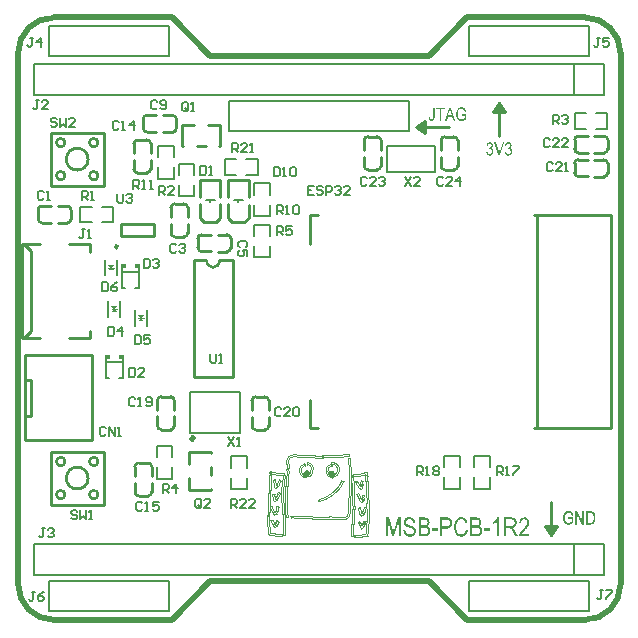
<source format=gto>
G04 Layer_Color=65535*
%FSLAX44Y44*%
%MOMM*%
G71*
G01*
G75*
%ADD30C,0.2540*%
%ADD32C,0.5000*%
%ADD43C,0.0800*%
%ADD44C,0.0800*%
%ADD45C,0.3000*%
%ADD46C,0.2489*%
%ADD47C,0.2030*%
%ADD48C,0.1524*%
%ADD49C,0.2032*%
%ADD50C,0.2030*%
%ADD51C,0.1000*%
%ADD52C,0.1300*%
%ADD53C,0.1500*%
G36*
X397942Y74816D02*
X392984D01*
Y76790D01*
X397942D01*
Y74816D01*
D02*
G37*
G36*
X354030D02*
X349072D01*
Y76790D01*
X354030D01*
Y74816D01*
D02*
G37*
G36*
X322546Y70000D02*
X320878D01*
Y83486D01*
X317025Y70000D01*
X315474D01*
X311668Y83698D01*
Y70000D01*
X310000D01*
Y86047D01*
X312608D01*
X315709Y74675D01*
X316344Y72302D01*
X316367Y72350D01*
X316391Y72467D01*
X316438Y72678D01*
X316532Y72960D01*
X316626Y73313D01*
X316743Y73759D01*
X316884Y74276D01*
X317048Y74864D01*
X320197Y86047D01*
X322546D01*
Y70000D01*
D02*
G37*
G36*
X406538Y392500D02*
X405271D01*
X401699Y403742D01*
X403032D01*
X405435Y395561D01*
Y395545D01*
X405452Y395512D01*
X405468Y395463D01*
X405485Y395397D01*
X405534Y395216D01*
X405600Y394985D01*
X405666Y394706D01*
X405748Y394393D01*
X405830Y394064D01*
X405912Y393734D01*
Y393751D01*
X405929Y393784D01*
Y393833D01*
X405945Y393899D01*
X405995Y394080D01*
X406061Y394310D01*
X406126Y394590D01*
X406209Y394887D01*
X406307Y395216D01*
X406406Y395561D01*
X408908Y403742D01*
X410143D01*
X406538Y392500D01*
D02*
G37*
G36*
X343034Y86024D02*
X343386Y86000D01*
X343762Y85930D01*
X344162Y85859D01*
X344538Y85742D01*
X344890Y85577D01*
X344937Y85554D01*
X345031Y85483D01*
X345196Y85366D01*
X345407Y85225D01*
X345642Y85013D01*
X345877Y84755D01*
X346112Y84473D01*
X346347Y84121D01*
X346370Y84073D01*
X346441Y83956D01*
X346535Y83745D01*
X346629Y83486D01*
X346723Y83157D01*
X346817Y82781D01*
X346887Y82382D01*
X346911Y81936D01*
Y81912D01*
Y81889D01*
Y81748D01*
X346887Y81536D01*
X346840Y81278D01*
X346793Y80972D01*
X346699Y80620D01*
X346582Y80291D01*
X346417Y79938D01*
X346394Y79891D01*
X346323Y79797D01*
X346229Y79633D01*
X346065Y79445D01*
X345877Y79210D01*
X345642Y78975D01*
X345360Y78740D01*
X345055Y78529D01*
X345078D01*
X345102Y78505D01*
X345243Y78458D01*
X345454Y78341D01*
X345712Y78200D01*
X345994Y77988D01*
X346300Y77753D01*
X346605Y77448D01*
X346864Y77095D01*
X346887Y77049D01*
X346958Y76931D01*
X347075Y76696D01*
X347193Y76414D01*
X347310Y76062D01*
X347427Y75639D01*
X347498Y75169D01*
X347522Y74652D01*
Y74629D01*
Y74581D01*
Y74511D01*
Y74417D01*
X347498Y74276D01*
Y74135D01*
X347451Y73783D01*
X347380Y73383D01*
X347263Y72960D01*
X347122Y72514D01*
X346911Y72091D01*
Y72068D01*
X346887Y72044D01*
X346793Y71903D01*
X346676Y71715D01*
X346488Y71480D01*
X346253Y71222D01*
X345994Y70963D01*
X345665Y70705D01*
X345313Y70493D01*
X345266Y70470D01*
X345125Y70423D01*
X344914Y70329D01*
X344608Y70258D01*
X344209Y70164D01*
X343739Y70071D01*
X343198Y70023D01*
X342588Y70000D01*
X337583D01*
Y86047D01*
X342775D01*
X343034Y86024D01*
D02*
G37*
G36*
X477727Y80000D02*
X476229D01*
X471768Y88641D01*
Y80000D01*
X470287D01*
Y91324D01*
X471768D01*
X476262Y82666D01*
Y91324D01*
X477727D01*
Y80000D01*
D02*
G37*
G36*
X464954Y91505D02*
X465053D01*
X465300Y91472D01*
X465580Y91423D01*
X465892Y91357D01*
X466205Y91258D01*
X466501Y91126D01*
X466518D01*
X466534Y91110D01*
X466633Y91061D01*
X466781Y90962D01*
X466962Y90847D01*
X467160Y90682D01*
X467374Y90501D01*
X467588Y90271D01*
X467785Y90024D01*
X467802Y89991D01*
X467868Y89892D01*
X467950Y89727D01*
X468065Y89513D01*
X468180Y89217D01*
X468312Y88871D01*
X468427Y88460D01*
X468542Y87983D01*
X467176Y87571D01*
Y87588D01*
X467160Y87621D01*
Y87670D01*
X467127Y87736D01*
X467077Y87917D01*
X467012Y88131D01*
X466929Y88378D01*
X466831Y88608D01*
X466732Y88839D01*
X466617Y89020D01*
X466600Y89036D01*
X466567Y89086D01*
X466485Y89168D01*
X466403Y89267D01*
X466271Y89382D01*
X466139Y89497D01*
X465975Y89612D01*
X465794Y89711D01*
X465777Y89727D01*
X465711Y89744D01*
X465596Y89793D01*
X465464Y89843D01*
X465300Y89875D01*
X465102Y89925D01*
X464888Y89941D01*
X464658Y89958D01*
X464493D01*
X464329Y89941D01*
X464098Y89908D01*
X463851Y89843D01*
X463588Y89760D01*
X463308Y89645D01*
X463045Y89497D01*
X463012Y89480D01*
X462930Y89415D01*
X462814Y89299D01*
X462666Y89151D01*
X462502Y88954D01*
X462321Y88707D01*
X462140Y88427D01*
X461975Y88082D01*
Y88065D01*
X461959Y88032D01*
X461942Y87983D01*
X461909Y87900D01*
X461876Y87818D01*
X461843Y87703D01*
X461810Y87571D01*
X461778Y87423D01*
X461728Y87259D01*
X461695Y87077D01*
X461629Y86666D01*
X461580Y86205D01*
X461564Y85695D01*
Y85678D01*
Y85596D01*
Y85497D01*
X461580Y85349D01*
X461596Y85168D01*
X461613Y84954D01*
X461629Y84724D01*
X461679Y84493D01*
X461778Y83967D01*
X461926Y83440D01*
X462024Y83177D01*
X462156Y82930D01*
X462288Y82699D01*
X462436Y82485D01*
X462452Y82469D01*
X462485Y82436D01*
X462535Y82387D01*
X462601Y82321D01*
X462683Y82238D01*
X462798Y82156D01*
X462913Y82057D01*
X463061Y81975D01*
X463391Y81778D01*
X463769Y81613D01*
X464000Y81547D01*
X464230Y81498D01*
X464460Y81465D01*
X464724Y81448D01*
X464839D01*
X464971Y81465D01*
X465152Y81481D01*
X465366Y81531D01*
X465596Y81580D01*
X465843Y81662D01*
X466106Y81761D01*
X466123D01*
X466139Y81778D01*
X466222Y81827D01*
X466353Y81893D01*
X466501Y81975D01*
X466682Y82090D01*
X466864Y82205D01*
X467044Y82337D01*
X467193Y82485D01*
Y84329D01*
X464543D01*
Y85942D01*
X468690D01*
Y81629D01*
X468674Y81613D01*
X468641Y81596D01*
X468592Y81547D01*
X468526Y81481D01*
X468444Y81399D01*
X468328Y81317D01*
X468082Y81103D01*
X467785Y80872D01*
X467456Y80658D01*
X467110Y80428D01*
X466748Y80247D01*
X466732D01*
X466699Y80230D01*
X466650Y80214D01*
X466584Y80181D01*
X466501Y80148D01*
X466386Y80115D01*
X466139Y80033D01*
X465843Y79951D01*
X465514Y79885D01*
X465152Y79835D01*
X464773Y79819D01*
X464641D01*
X464543Y79835D01*
X464427D01*
X464279Y79852D01*
X464115Y79868D01*
X463950Y79901D01*
X463555Y79984D01*
X463144Y80099D01*
X462716Y80263D01*
X462304Y80494D01*
X462288Y80510D01*
X462255Y80527D01*
X462206Y80560D01*
X462123Y80625D01*
X461926Y80774D01*
X461695Y81004D01*
X461415Y81284D01*
X461136Y81629D01*
X460856Y82024D01*
X460609Y82485D01*
Y82502D01*
X460576Y82551D01*
X460560Y82617D01*
X460510Y82716D01*
X460461Y82847D01*
X460411Y82996D01*
X460362Y83177D01*
X460313Y83374D01*
X460247Y83588D01*
X460197Y83835D01*
X460148Y84082D01*
X460099Y84362D01*
X460033Y84954D01*
X460000Y85613D01*
Y85629D01*
Y85695D01*
Y85794D01*
X460017Y85925D01*
Y86090D01*
X460033Y86271D01*
X460049Y86485D01*
X460082Y86699D01*
X460148Y87209D01*
X460263Y87752D01*
X460411Y88295D01*
X460609Y88822D01*
Y88839D01*
X460642Y88888D01*
X460675Y88954D01*
X460724Y89053D01*
X460790Y89168D01*
X460856Y89283D01*
X461053Y89596D01*
X461284Y89925D01*
X461564Y90254D01*
X461893Y90567D01*
X462074Y90715D01*
X462255Y90847D01*
X462271D01*
X462304Y90879D01*
X462354Y90912D01*
X462436Y90945D01*
X462535Y91011D01*
X462650Y91061D01*
X462798Y91126D01*
X462946Y91192D01*
X463308Y91307D01*
X463720Y91423D01*
X464181Y91489D01*
X464691Y91521D01*
X464855D01*
X464954Y91505D01*
D02*
G37*
G36*
X405296Y70000D02*
X403698D01*
Y82570D01*
X403675Y82546D01*
X403604Y82452D01*
X403463Y82335D01*
X403299Y82147D01*
X403087Y81959D01*
X402829Y81724D01*
X402523Y81466D01*
X402194Y81207D01*
X402147Y81184D01*
X402030Y81090D01*
X401865Y80972D01*
X401631Y80831D01*
X401372Y80667D01*
X401067Y80502D01*
X400785Y80338D01*
X400479Y80197D01*
Y82100D01*
X400503D01*
X400550Y82123D01*
X400597Y82170D01*
X400691Y82241D01*
X400949Y82405D01*
X401255Y82617D01*
X401631Y82875D01*
X402006Y83204D01*
X402406Y83557D01*
X402805Y83956D01*
X402829Y83980D01*
X402852Y84003D01*
X402970Y84144D01*
X403158Y84355D01*
X403369Y84637D01*
X403604Y84966D01*
X403839Y85342D01*
X404074Y85718D01*
X404238Y86118D01*
X405296D01*
Y70000D01*
D02*
G37*
G36*
X386946Y86024D02*
X387299Y86000D01*
X387674Y85930D01*
X388074Y85859D01*
X388450Y85742D01*
X388802Y85577D01*
X388849Y85554D01*
X388943Y85483D01*
X389108Y85366D01*
X389319Y85225D01*
X389554Y85013D01*
X389789Y84755D01*
X390024Y84473D01*
X390259Y84121D01*
X390282Y84073D01*
X390353Y83956D01*
X390447Y83745D01*
X390541Y83486D01*
X390635Y83157D01*
X390729Y82781D01*
X390799Y82382D01*
X390823Y81936D01*
Y81912D01*
Y81889D01*
Y81748D01*
X390799Y81536D01*
X390752Y81278D01*
X390705Y80972D01*
X390611Y80620D01*
X390494Y80291D01*
X390329Y79938D01*
X390306Y79891D01*
X390235Y79797D01*
X390141Y79633D01*
X389977Y79445D01*
X389789Y79210D01*
X389554Y78975D01*
X389272Y78740D01*
X388967Y78529D01*
X388990D01*
X389014Y78505D01*
X389155Y78458D01*
X389366Y78341D01*
X389624Y78200D01*
X389907Y77988D01*
X390212Y77753D01*
X390517Y77448D01*
X390776Y77095D01*
X390799Y77049D01*
X390870Y76931D01*
X390987Y76696D01*
X391105Y76414D01*
X391222Y76062D01*
X391340Y75639D01*
X391410Y75169D01*
X391434Y74652D01*
Y74629D01*
Y74581D01*
Y74511D01*
Y74417D01*
X391410Y74276D01*
Y74135D01*
X391363Y73783D01*
X391293Y73383D01*
X391175Y72960D01*
X391034Y72514D01*
X390823Y72091D01*
Y72068D01*
X390799Y72044D01*
X390705Y71903D01*
X390588Y71715D01*
X390400Y71480D01*
X390165Y71222D01*
X389907Y70963D01*
X389578Y70705D01*
X389225Y70493D01*
X389178Y70470D01*
X389037Y70423D01*
X388826Y70329D01*
X388520Y70258D01*
X388121Y70164D01*
X387651Y70071D01*
X387111Y70023D01*
X386500Y70000D01*
X381495D01*
Y86047D01*
X386688D01*
X386946Y86024D01*
D02*
G37*
G36*
X361548D02*
X361924Y86000D01*
X362347Y85977D01*
X362770Y85906D01*
X363169Y85836D01*
X363522Y85718D01*
X363545D01*
X363569Y85695D01*
X363710Y85648D01*
X363921Y85530D01*
X364179Y85389D01*
X364485Y85178D01*
X364790Y84896D01*
X365072Y84590D01*
X365354Y84191D01*
Y84167D01*
X365378Y84144D01*
X365425Y84073D01*
X365472Y83980D01*
X365566Y83745D01*
X365707Y83416D01*
X365824Y83016D01*
X365942Y82546D01*
X366012Y82006D01*
X366036Y81419D01*
Y81395D01*
Y81325D01*
Y81207D01*
X366012Y81066D01*
Y80878D01*
X365989Y80667D01*
X365942Y80408D01*
X365895Y80150D01*
X365754Y79586D01*
X365566Y78999D01*
X365284Y78411D01*
X365096Y78129D01*
X364908Y77871D01*
X364884Y77847D01*
X364861Y77824D01*
X364790Y77753D01*
X364696Y77659D01*
X364579Y77565D01*
X364414Y77448D01*
X364226Y77307D01*
X364015Y77189D01*
X363780Y77072D01*
X363498Y76931D01*
X363193Y76814D01*
X362840Y76720D01*
X362464Y76626D01*
X362041Y76579D01*
X361595Y76532D01*
X361102Y76508D01*
X357742D01*
Y70000D01*
X356003D01*
Y86047D01*
X361360D01*
X361548Y86024D01*
D02*
G37*
G36*
X416409D02*
X416597D01*
X416996Y86000D01*
X417419Y85930D01*
X417865Y85859D01*
X418288Y85742D01*
X418664Y85577D01*
X418711Y85554D01*
X418805Y85483D01*
X418970Y85389D01*
X419181Y85225D01*
X419393Y85013D01*
X419628Y84755D01*
X419886Y84449D01*
X420098Y84073D01*
X420121Y84026D01*
X420191Y83886D01*
X420285Y83674D01*
X420379Y83392D01*
X420474Y83040D01*
X420568Y82617D01*
X420638Y82147D01*
X420661Y81653D01*
Y81630D01*
Y81583D01*
Y81489D01*
X420638Y81348D01*
Y81207D01*
X420614Y81019D01*
X420544Y80620D01*
X420426Y80150D01*
X420262Y79657D01*
X420027Y79163D01*
X419698Y78717D01*
Y78693D01*
X419651Y78670D01*
X419534Y78529D01*
X419299Y78341D01*
X419017Y78106D01*
X418617Y77871D01*
X418148Y77636D01*
X417607Y77424D01*
X416973Y77284D01*
X416996Y77260D01*
X417090Y77213D01*
X417208Y77119D01*
X417372Y77002D01*
X417725Y76720D01*
X417889Y76555D01*
X418054Y76391D01*
X418101Y76344D01*
X418195Y76226D01*
X418335Y76038D01*
X418523Y75803D01*
X418735Y75498D01*
X418970Y75145D01*
X419205Y74770D01*
X419440Y74347D01*
X421742Y70000D01*
X419534D01*
X417772Y73313D01*
Y73336D01*
X417725Y73407D01*
X417678Y73501D01*
X417607Y73642D01*
X417513Y73783D01*
X417419Y73971D01*
X417208Y74394D01*
X416949Y74816D01*
X416691Y75263D01*
X416456Y75639D01*
X416338Y75803D01*
X416244Y75944D01*
X416221Y75968D01*
X416150Y76062D01*
X416056Y76179D01*
X415915Y76320D01*
X415610Y76626D01*
X415422Y76743D01*
X415234Y76861D01*
X415211Y76884D01*
X415140Y76908D01*
X415023Y76954D01*
X414882Y77002D01*
X414694Y77049D01*
X414459Y77072D01*
X414177Y77119D01*
X411874D01*
Y70000D01*
X410136D01*
Y86047D01*
X416268D01*
X416409Y86024D01*
D02*
G37*
G36*
X398078Y403775D02*
X398177Y403758D01*
X398292Y403742D01*
X398555Y403692D01*
X398852Y403593D01*
X399181Y403445D01*
X399345Y403347D01*
X399493Y403231D01*
X399658Y403100D01*
X399806Y402952D01*
X399823Y402935D01*
X399839Y402919D01*
X399872Y402869D01*
X399938Y402803D01*
X399987Y402721D01*
X400053Y402622D01*
X400201Y402392D01*
X400349Y402079D01*
X400481Y401734D01*
X400563Y401322D01*
X400580Y401108D01*
X400596Y400878D01*
Y400861D01*
Y400845D01*
Y400746D01*
X400580Y400598D01*
X400547Y400417D01*
X400514Y400203D01*
X400448Y399972D01*
X400366Y399742D01*
X400251Y399512D01*
X400234Y399479D01*
X400185Y399413D01*
X400119Y399314D01*
X400004Y399182D01*
X399872Y399034D01*
X399724Y398886D01*
X399526Y398722D01*
X399312Y398590D01*
X399345D01*
X399411Y398557D01*
X399510Y398524D01*
X399641Y398475D01*
X399790Y398409D01*
X399938Y398310D01*
X400086Y398211D01*
X400234Y398080D01*
X400251Y398063D01*
X400300Y398014D01*
X400366Y397932D01*
X400448Y397833D01*
X400530Y397701D01*
X400629Y397537D01*
X400728Y397355D01*
X400810Y397141D01*
X400827Y397109D01*
X400843Y397043D01*
X400876Y396911D01*
X400925Y396763D01*
X400975Y396565D01*
X401008Y396335D01*
X401024Y396088D01*
X401040Y395825D01*
Y395808D01*
Y395759D01*
Y395677D01*
X401024Y395561D01*
X401008Y395430D01*
X400991Y395282D01*
X400958Y395117D01*
X400925Y394936D01*
X400810Y394524D01*
X400645Y394096D01*
X400547Y393899D01*
X400432Y393685D01*
X400283Y393488D01*
X400119Y393290D01*
X400102Y393274D01*
X400086Y393241D01*
X400020Y393208D01*
X399954Y393142D01*
X399872Y393060D01*
X399773Y392977D01*
X399641Y392895D01*
X399510Y392813D01*
X399181Y392632D01*
X398819Y392467D01*
X398605Y392401D01*
X398391Y392368D01*
X398160Y392335D01*
X397930Y392319D01*
X397814D01*
X397732Y392335D01*
X397634Y392352D01*
X397518Y392368D01*
X397238Y392434D01*
X396926Y392533D01*
X396580Y392681D01*
X396415Y392780D01*
X396251Y392895D01*
X396086Y393027D01*
X395922Y393175D01*
X395905Y393191D01*
X395889Y393208D01*
X395839Y393257D01*
X395790Y393339D01*
X395724Y393422D01*
X395658Y393521D01*
X395592Y393652D01*
X395510Y393784D01*
X395428Y393948D01*
X395346Y394113D01*
X395197Y394508D01*
X395066Y394969D01*
X395000Y395479D01*
X396119Y395660D01*
Y395644D01*
X396136Y395561D01*
X396169Y395463D01*
X396202Y395314D01*
X396251Y395150D01*
X396300Y394969D01*
X396383Y394771D01*
X396481Y394557D01*
X396580Y394360D01*
X396712Y394146D01*
X396860Y393965D01*
X397024Y393800D01*
X397206Y393652D01*
X397420Y393553D01*
X397650Y393488D01*
X397913Y393455D01*
X397946D01*
X398045Y393471D01*
X398193Y393488D01*
X398374Y393537D01*
X398588Y393619D01*
X398802Y393718D01*
X399033Y393883D01*
X399263Y394096D01*
X399296Y394129D01*
X399362Y394212D01*
X399444Y394360D01*
X399559Y394557D01*
X399658Y394804D01*
X399757Y395084D01*
X399823Y395430D01*
X399839Y395792D01*
Y395808D01*
Y395841D01*
Y395891D01*
Y395956D01*
X399806Y396138D01*
X399773Y396368D01*
X399707Y396615D01*
X399625Y396878D01*
X399493Y397141D01*
X399312Y397372D01*
X399296Y397405D01*
X399214Y397471D01*
X399098Y397569D01*
X398950Y397685D01*
X398769Y397783D01*
X398555Y397882D01*
X398308Y397948D01*
X398028Y397981D01*
X397897D01*
X397814Y397965D01*
X397699Y397948D01*
X397551Y397915D01*
X397403Y397866D01*
X397238Y397816D01*
X397370Y399034D01*
X397535Y399018D01*
X397568D01*
X397683Y399034D01*
X397831Y399051D01*
X398028Y399084D01*
X398242Y399150D01*
X398473Y399232D01*
X398687Y399364D01*
X398901Y399528D01*
X398917Y399544D01*
X398983Y399627D01*
X399065Y399742D01*
X399164Y399890D01*
X399263Y400088D01*
X399345Y400318D01*
X399411Y400598D01*
X399427Y400894D01*
Y400911D01*
Y400927D01*
Y401026D01*
X399411Y401174D01*
X399378Y401355D01*
X399312Y401553D01*
X399246Y401767D01*
X399131Y401964D01*
X398983Y402162D01*
X398967Y402178D01*
X398901Y402244D01*
X398802Y402326D01*
X398687Y402408D01*
X398522Y402507D01*
X398341Y402573D01*
X398144Y402639D01*
X397913Y402655D01*
X397798D01*
X397683Y402622D01*
X397535Y402589D01*
X397354Y402524D01*
X397156Y402441D01*
X396975Y402310D01*
X396794Y402145D01*
X396778Y402129D01*
X396728Y402046D01*
X396646Y401931D01*
X396564Y401767D01*
X396465Y401553D01*
X396366Y401289D01*
X396300Y400976D01*
X396234Y400631D01*
X395115Y400878D01*
Y400894D01*
X395132Y400944D01*
X395148Y401009D01*
X395165Y401108D01*
X395181Y401240D01*
X395230Y401371D01*
X395313Y401684D01*
X395444Y402030D01*
X395609Y402392D01*
X395823Y402738D01*
X396070Y403050D01*
X396086Y403067D01*
X396103Y403083D01*
X396202Y403166D01*
X396366Y403281D01*
X396580Y403429D01*
X396843Y403561D01*
X397156Y403676D01*
X397518Y403758D01*
X397699Y403791D01*
X398012D01*
X398078Y403775D01*
D02*
G37*
G36*
X413829D02*
X413928Y403758D01*
X414043Y403742D01*
X414307Y403692D01*
X414603Y403593D01*
X414932Y403445D01*
X415097Y403347D01*
X415245Y403231D01*
X415409Y403100D01*
X415558Y402952D01*
X415574Y402935D01*
X415591Y402919D01*
X415623Y402869D01*
X415689Y402803D01*
X415739Y402721D01*
X415804Y402622D01*
X415953Y402392D01*
X416101Y402079D01*
X416232Y401734D01*
X416315Y401322D01*
X416331Y401108D01*
X416348Y400878D01*
Y400861D01*
Y400845D01*
Y400746D01*
X416331Y400598D01*
X416298Y400417D01*
X416265Y400203D01*
X416199Y399972D01*
X416117Y399742D01*
X416002Y399512D01*
X415985Y399479D01*
X415936Y399413D01*
X415870Y399314D01*
X415755Y399182D01*
X415623Y399034D01*
X415475Y398886D01*
X415278Y398722D01*
X415064Y398590D01*
X415097D01*
X415163Y398557D01*
X415261Y398524D01*
X415393Y398475D01*
X415541Y398409D01*
X415689Y398310D01*
X415837Y398211D01*
X415985Y398080D01*
X416002Y398063D01*
X416051Y398014D01*
X416117Y397932D01*
X416199Y397833D01*
X416282Y397701D01*
X416381Y397537D01*
X416479Y397355D01*
X416562Y397141D01*
X416578Y397109D01*
X416595Y397043D01*
X416627Y396911D01*
X416677Y396763D01*
X416726Y396565D01*
X416759Y396335D01*
X416776Y396088D01*
X416792Y395825D01*
Y395808D01*
Y395759D01*
Y395677D01*
X416776Y395561D01*
X416759Y395430D01*
X416743Y395282D01*
X416710Y395117D01*
X416677Y394936D01*
X416562Y394524D01*
X416397Y394096D01*
X416298Y393899D01*
X416183Y393685D01*
X416035Y393488D01*
X415870Y393290D01*
X415854Y393274D01*
X415837Y393241D01*
X415771Y393208D01*
X415706Y393142D01*
X415623Y393060D01*
X415525Y392977D01*
X415393Y392895D01*
X415261Y392813D01*
X414932Y392632D01*
X414570Y392467D01*
X414356Y392401D01*
X414142Y392368D01*
X413912Y392335D01*
X413681Y392319D01*
X413566D01*
X413484Y392335D01*
X413385Y392352D01*
X413270Y392368D01*
X412990Y392434D01*
X412677Y392533D01*
X412332Y392681D01*
X412167Y392780D01*
X412002Y392895D01*
X411838Y393027D01*
X411673Y393175D01*
X411657Y393191D01*
X411640Y393208D01*
X411591Y393257D01*
X411541Y393339D01*
X411476Y393422D01*
X411410Y393521D01*
X411344Y393652D01*
X411262Y393784D01*
X411179Y393948D01*
X411097Y394113D01*
X410949Y394508D01*
X410817Y394969D01*
X410751Y395479D01*
X411871Y395660D01*
Y395644D01*
X411887Y395561D01*
X411920Y395463D01*
X411953Y395314D01*
X412002Y395150D01*
X412052Y394969D01*
X412134Y394771D01*
X412233Y394557D01*
X412332Y394360D01*
X412463Y394146D01*
X412611Y393965D01*
X412776Y393800D01*
X412957Y393652D01*
X413171Y393553D01*
X413401Y393488D01*
X413665Y393455D01*
X413698D01*
X413796Y393471D01*
X413945Y393488D01*
X414126Y393537D01*
X414340Y393619D01*
X414553Y393718D01*
X414784Y393883D01*
X415014Y394096D01*
X415047Y394129D01*
X415113Y394212D01*
X415195Y394360D01*
X415311Y394557D01*
X415409Y394804D01*
X415508Y395084D01*
X415574Y395430D01*
X415591Y395792D01*
Y395808D01*
Y395841D01*
Y395891D01*
Y395956D01*
X415558Y396138D01*
X415525Y396368D01*
X415459Y396615D01*
X415377Y396878D01*
X415245Y397141D01*
X415064Y397372D01*
X415047Y397405D01*
X414965Y397471D01*
X414850Y397569D01*
X414702Y397685D01*
X414521Y397783D01*
X414307Y397882D01*
X414060Y397948D01*
X413780Y397981D01*
X413648D01*
X413566Y397965D01*
X413451Y397948D01*
X413303Y397915D01*
X413154Y397866D01*
X412990Y397816D01*
X413122Y399034D01*
X413286Y399018D01*
X413319D01*
X413434Y399034D01*
X413582Y399051D01*
X413780Y399084D01*
X413994Y399150D01*
X414224Y399232D01*
X414438Y399364D01*
X414652Y399528D01*
X414669Y399544D01*
X414735Y399627D01*
X414817Y399742D01*
X414916Y399890D01*
X415014Y400088D01*
X415097Y400318D01*
X415163Y400598D01*
X415179Y400894D01*
Y400911D01*
Y400927D01*
Y401026D01*
X415163Y401174D01*
X415130Y401355D01*
X415064Y401553D01*
X414998Y401767D01*
X414883Y401964D01*
X414735Y402162D01*
X414718Y402178D01*
X414652Y402244D01*
X414553Y402326D01*
X414438Y402408D01*
X414274Y402507D01*
X414093Y402573D01*
X413895Y402639D01*
X413665Y402655D01*
X413549D01*
X413434Y402622D01*
X413286Y402589D01*
X413105Y402524D01*
X412908Y402441D01*
X412727Y402310D01*
X412546Y402145D01*
X412529Y402129D01*
X412480Y402046D01*
X412397Y401931D01*
X412315Y401767D01*
X412216Y401553D01*
X412118Y401289D01*
X412052Y400976D01*
X411986Y400631D01*
X410867Y400878D01*
Y400894D01*
X410883Y400944D01*
X410900Y401009D01*
X410916Y401108D01*
X410933Y401240D01*
X410982Y401371D01*
X411064Y401684D01*
X411196Y402030D01*
X411360Y402392D01*
X411574Y402738D01*
X411821Y403050D01*
X411838Y403067D01*
X411854Y403083D01*
X411953Y403166D01*
X412118Y403281D01*
X412332Y403429D01*
X412595Y403561D01*
X412908Y403676D01*
X413270Y403758D01*
X413451Y403791D01*
X413764D01*
X413829Y403775D01*
D02*
G37*
G36*
X427452Y86094D02*
X427616Y86071D01*
X427827Y86047D01*
X428274Y85953D01*
X428767Y85789D01*
X429002Y85671D01*
X429261Y85554D01*
X429519Y85389D01*
X429754Y85201D01*
X429966Y84990D01*
X430177Y84755D01*
X430200Y84731D01*
X430224Y84684D01*
X430271Y84614D01*
X430341Y84520D01*
X430412Y84379D01*
X430506Y84238D01*
X430717Y83862D01*
X430905Y83392D01*
X431070Y82875D01*
X431187Y82288D01*
X431234Y81982D01*
Y81653D01*
Y81630D01*
Y81583D01*
Y81513D01*
X431211Y81395D01*
Y81254D01*
X431187Y81090D01*
X431140Y80714D01*
X431023Y80267D01*
X430882Y79774D01*
X430694Y79257D01*
X430412Y78717D01*
Y78693D01*
X430365Y78646D01*
X430318Y78576D01*
X430247Y78458D01*
X430153Y78317D01*
X430036Y78153D01*
X429895Y77965D01*
X429730Y77730D01*
X429543Y77471D01*
X429308Y77189D01*
X429049Y76884D01*
X428767Y76555D01*
X428462Y76203D01*
X428133Y75827D01*
X427733Y75404D01*
X427334Y74981D01*
X427310Y74957D01*
X427263Y74910D01*
X427193Y74840D01*
X427099Y74746D01*
X426864Y74488D01*
X426559Y74182D01*
X426253Y73830D01*
X425948Y73501D01*
X425689Y73195D01*
X425572Y73078D01*
X425478Y72960D01*
X425454Y72937D01*
X425407Y72866D01*
X425337Y72772D01*
X425243Y72632D01*
X425126Y72467D01*
X425008Y72279D01*
X424797Y71903D01*
X431258D01*
Y70000D01*
X422541D01*
Y70023D01*
Y70047D01*
Y70118D01*
Y70212D01*
X422565Y70446D01*
X422612Y70752D01*
X422682Y71128D01*
X422799Y71574D01*
X422987Y72044D01*
X423222Y72561D01*
Y72585D01*
X423269Y72632D01*
X423293Y72702D01*
X423363Y72819D01*
X423457Y72960D01*
X423551Y73125D01*
X423692Y73313D01*
X423833Y73524D01*
X423998Y73759D01*
X424186Y74018D01*
X424421Y74300D01*
X424656Y74581D01*
X424938Y74887D01*
X425219Y75216D01*
X425548Y75568D01*
X425901Y75921D01*
X425924Y75944D01*
X425995Y76015D01*
X426112Y76132D01*
X426277Y76297D01*
X426441Y76485D01*
X426653Y76696D01*
X426888Y76954D01*
X427123Y77213D01*
X427640Y77777D01*
X428133Y78364D01*
X428344Y78646D01*
X428556Y78928D01*
X428744Y79187D01*
X428885Y79422D01*
Y79445D01*
X428908Y79468D01*
X428955Y79539D01*
X429002Y79633D01*
X429120Y79868D01*
X429261Y80173D01*
X429378Y80526D01*
X429496Y80902D01*
X429590Y81325D01*
X429613Y81724D01*
Y81748D01*
Y81771D01*
Y81841D01*
Y81936D01*
X429566Y82147D01*
X429519Y82429D01*
X429425Y82758D01*
X429308Y83087D01*
X429120Y83416D01*
X428885Y83721D01*
X428861Y83745D01*
X428744Y83839D01*
X428603Y83956D01*
X428391Y84121D01*
X428133Y84262D01*
X427827Y84379D01*
X427475Y84473D01*
X427099Y84496D01*
X427052D01*
X426911Y84473D01*
X426700Y84449D01*
X426441Y84402D01*
X426159Y84285D01*
X425830Y84144D01*
X425525Y83933D01*
X425243Y83651D01*
X425219Y83604D01*
X425126Y83486D01*
X425008Y83298D01*
X424891Y83040D01*
X424750Y82687D01*
X424632Y82288D01*
X424538Y81795D01*
X424515Y81254D01*
X422846Y81466D01*
Y81489D01*
Y81560D01*
X422870Y81677D01*
X422893Y81841D01*
X422917Y82029D01*
X422964Y82264D01*
X423011Y82499D01*
X423081Y82758D01*
X423246Y83322D01*
X423457Y83909D01*
X423763Y84449D01*
X423951Y84708D01*
X424139Y84943D01*
X424162Y84966D01*
X424186Y84990D01*
X424256Y85060D01*
X424350Y85131D01*
X424468Y85225D01*
X424609Y85319D01*
X424938Y85530D01*
X425384Y85742D01*
X425877Y85930D01*
X426465Y86071D01*
X426794Y86094D01*
X427123Y86118D01*
X427310D01*
X427452Y86094D01*
D02*
G37*
G36*
X102500Y255000D02*
X105294Y252714D01*
X99706D01*
X102500Y255000D01*
X99706Y257286D01*
X105294D01*
X102500Y255000D01*
D02*
G37*
G36*
X88024Y220500D02*
X83799D01*
Y223548D01*
X88024D01*
Y220500D01*
D02*
G37*
G36*
X76201D02*
X71976D01*
Y223548D01*
X76201D01*
Y220500D01*
D02*
G37*
G36*
X80000Y262500D02*
X82794Y260214D01*
X77206D01*
X80000Y262500D01*
X77206Y264786D01*
X82794D01*
X80000Y262500D01*
D02*
G37*
G36*
X101624Y297300D02*
X97399D01*
Y300348D01*
X101624D01*
Y297300D01*
D02*
G37*
G36*
X89801D02*
X85576D01*
Y300348D01*
X89801D01*
Y297300D01*
D02*
G37*
G36*
X77500Y297500D02*
X80294Y295214D01*
X74706D01*
X77500Y297500D01*
X74706Y299786D01*
X80294D01*
X77500Y297500D01*
D02*
G37*
G36*
X359810Y431708D02*
X356766D01*
Y421800D01*
X355548D01*
Y431708D01*
X352519D01*
Y433042D01*
X359810D01*
Y431708D01*
D02*
G37*
G36*
X330300Y86306D02*
X330441D01*
X330793Y86259D01*
X331193Y86188D01*
X331615Y86071D01*
X332062Y85930D01*
X332485Y85742D01*
X332508D01*
X332532Y85718D01*
X332673Y85624D01*
X332861Y85507D01*
X333119Y85319D01*
X333401Y85084D01*
X333683Y84802D01*
X333941Y84449D01*
X334200Y84073D01*
Y84050D01*
X334223Y84026D01*
X334294Y83886D01*
X334388Y83651D01*
X334505Y83345D01*
X334623Y82969D01*
X334740Y82546D01*
X334811Y82053D01*
X334858Y81536D01*
X333190Y81372D01*
Y81395D01*
Y81442D01*
X333166Y81513D01*
Y81630D01*
X333096Y81912D01*
X333025Y82241D01*
X332884Y82617D01*
X332720Y82993D01*
X332508Y83369D01*
X332226Y83674D01*
X332179Y83698D01*
X332085Y83792D01*
X331897Y83909D01*
X331639Y84073D01*
X331333Y84214D01*
X330934Y84332D01*
X330488Y84426D01*
X329971Y84449D01*
X329736D01*
X329454Y84426D01*
X329125Y84355D01*
X328773Y84285D01*
X328397Y84167D01*
X328044Y84003D01*
X327715Y83768D01*
X327692Y83745D01*
X327598Y83651D01*
X327480Y83510D01*
X327339Y83322D01*
X327175Y83063D01*
X327057Y82781D01*
X326963Y82452D01*
X326940Y82076D01*
Y82029D01*
Y81912D01*
X326963Y81748D01*
X327010Y81536D01*
X327081Y81278D01*
X327175Y81043D01*
X327316Y80784D01*
X327504Y80573D01*
X327527Y80549D01*
X327621Y80479D01*
X327786Y80385D01*
X328044Y80244D01*
X328185Y80150D01*
X328373Y80079D01*
X328585Y79985D01*
X328820Y79891D01*
X329078Y79797D01*
X329383Y79703D01*
X329712Y79586D01*
X330065Y79492D01*
X330088D01*
X330159Y79468D01*
X330253Y79445D01*
X330394Y79398D01*
X330535Y79351D01*
X330723Y79304D01*
X331146Y79163D01*
X331592Y79022D01*
X332038Y78858D01*
X332461Y78717D01*
X332649Y78623D01*
X332814Y78552D01*
X332837D01*
X332861Y78529D01*
X333002Y78435D01*
X333237Y78317D01*
X333495Y78129D01*
X333777Y77894D01*
X334082Y77612D01*
X334364Y77284D01*
X334623Y76931D01*
X334646Y76884D01*
X334717Y76767D01*
X334834Y76555D01*
X334952Y76273D01*
X335046Y75921D01*
X335163Y75521D01*
X335234Y75051D01*
X335257Y74558D01*
Y74535D01*
Y74488D01*
Y74417D01*
Y74323D01*
X335234Y74065D01*
X335187Y73736D01*
X335093Y73336D01*
X334975Y72913D01*
X334811Y72467D01*
X334599Y72044D01*
Y72021D01*
X334576Y71997D01*
X334482Y71856D01*
X334341Y71668D01*
X334153Y71410D01*
X333894Y71128D01*
X333589Y70846D01*
X333237Y70564D01*
X332837Y70329D01*
X332814D01*
X332790Y70305D01*
X332720Y70282D01*
X332649Y70235D01*
X332414Y70141D01*
X332085Y70047D01*
X331709Y69929D01*
X331240Y69836D01*
X330723Y69765D01*
X330159Y69742D01*
X329924D01*
X329759Y69765D01*
X329548Y69789D01*
X329313Y69812D01*
X329054Y69859D01*
X328749Y69929D01*
X328138Y70094D01*
X327809Y70212D01*
X327480Y70352D01*
X327151Y70517D01*
X326846Y70728D01*
X326540Y70940D01*
X326259Y71198D01*
X326235Y71222D01*
X326188Y71269D01*
X326118Y71363D01*
X326024Y71480D01*
X325930Y71621D01*
X325812Y71809D01*
X325671Y72021D01*
X325530Y72256D01*
X325389Y72514D01*
X325272Y72819D01*
X325154Y73148D01*
X325037Y73501D01*
X324943Y73900D01*
X324849Y74300D01*
X324802Y74722D01*
X324778Y75192D01*
X326399Y75357D01*
Y75333D01*
Y75310D01*
X326423Y75239D01*
Y75145D01*
X326470Y74887D01*
X326517Y74605D01*
X326587Y74253D01*
X326705Y73924D01*
X326822Y73595D01*
X326987Y73289D01*
X327010Y73266D01*
X327081Y73172D01*
X327175Y73031D01*
X327339Y72866D01*
X327527Y72678D01*
X327762Y72491D01*
X328021Y72302D01*
X328326Y72115D01*
X328373Y72091D01*
X328491Y72044D01*
X328655Y71974D01*
X328890Y71903D01*
X329195Y71809D01*
X329524Y71739D01*
X329877Y71692D01*
X330276Y71668D01*
X330417D01*
X330535Y71692D01*
X330817Y71715D01*
X331169Y71762D01*
X331545Y71856D01*
X331944Y71997D01*
X332344Y72162D01*
X332696Y72420D01*
X332743Y72467D01*
X332837Y72561D01*
X332978Y72725D01*
X333143Y72937D01*
X333284Y73219D01*
X333424Y73571D01*
X333518Y73947D01*
X333565Y74370D01*
Y74394D01*
Y74488D01*
X333542Y74629D01*
X333518Y74793D01*
X333495Y74981D01*
X333424Y75192D01*
X333354Y75380D01*
X333237Y75592D01*
X333213Y75615D01*
X333190Y75686D01*
X333096Y75780D01*
X333002Y75897D01*
X332884Y76038D01*
X332720Y76179D01*
X332532Y76320D01*
X332297Y76461D01*
X332273Y76485D01*
X332156Y76532D01*
X331991Y76602D01*
X331874Y76649D01*
X331709Y76720D01*
X331545Y76790D01*
X331357Y76861D01*
X331122Y76931D01*
X330887Y77025D01*
X330605Y77119D01*
X330300Y77213D01*
X329947Y77307D01*
X329571Y77424D01*
X329548D01*
X329501Y77448D01*
X329407Y77471D01*
X329266Y77518D01*
X329125Y77565D01*
X328937Y77636D01*
X328537Y77777D01*
X328115Y77941D01*
X327668Y78129D01*
X327269Y78317D01*
X327081Y78435D01*
X326916Y78529D01*
X326893Y78552D01*
X326799Y78623D01*
X326658Y78764D01*
X326470Y78928D01*
X326282Y79116D01*
X326071Y79351D01*
X325883Y79633D01*
X325695Y79938D01*
X325671Y79985D01*
X325624Y80103D01*
X325554Y80267D01*
X325483Y80502D01*
X325413Y80808D01*
X325342Y81137D01*
X325295Y81513D01*
X325272Y81912D01*
Y81936D01*
Y82006D01*
Y82100D01*
X325295Y82241D01*
X325319Y82405D01*
X325342Y82593D01*
X325436Y83040D01*
X325577Y83533D01*
X325789Y84073D01*
X325930Y84332D01*
X326118Y84590D01*
X326306Y84849D01*
X326517Y85084D01*
X326540Y85107D01*
X326587Y85131D01*
X326658Y85201D01*
X326752Y85272D01*
X326869Y85366D01*
X327034Y85483D01*
X327222Y85601D01*
X327410Y85718D01*
X327645Y85812D01*
X327903Y85930D01*
X328185Y86047D01*
X328491Y86141D01*
X329172Y86282D01*
X329524Y86306D01*
X329924Y86329D01*
X330159D01*
X330300Y86306D01*
D02*
G37*
G36*
X374259D02*
X374423Y86282D01*
X374611Y86259D01*
X375058Y86188D01*
X375574Y86047D01*
X376138Y85836D01*
X376420Y85695D01*
X376679Y85530D01*
X376961Y85342D01*
X377219Y85131D01*
X377243Y85107D01*
X377290Y85084D01*
X377360Y85013D01*
X377431Y84919D01*
X377548Y84778D01*
X377689Y84637D01*
X377830Y84473D01*
X377971Y84262D01*
X378135Y84026D01*
X378300Y83768D01*
X378441Y83486D01*
X378605Y83181D01*
X378770Y82852D01*
X378911Y82476D01*
X379028Y82100D01*
X379146Y81677D01*
X377431Y81184D01*
Y81231D01*
X377384Y81325D01*
X377337Y81489D01*
X377243Y81700D01*
X377149Y81959D01*
X377008Y82241D01*
X376843Y82546D01*
X376655Y82852D01*
X376444Y83157D01*
X376185Y83463D01*
X375880Y83745D01*
X375574Y84003D01*
X375199Y84214D01*
X374823Y84379D01*
X374376Y84473D01*
X373906Y84520D01*
X373695D01*
X373437Y84496D01*
X373131Y84426D01*
X372779Y84355D01*
X372379Y84238D01*
X372003Y84073D01*
X371627Y83839D01*
X371580Y83815D01*
X371463Y83721D01*
X371298Y83557D01*
X371063Y83322D01*
X370829Y83016D01*
X370570Y82664D01*
X370312Y82217D01*
X370077Y81724D01*
Y81700D01*
X370053Y81653D01*
X370030Y81583D01*
X369983Y81466D01*
X369936Y81325D01*
X369889Y81160D01*
X369842Y80972D01*
X369795Y80737D01*
X369748Y80502D01*
X369701Y80220D01*
X369654Y79938D01*
X369607Y79609D01*
X369536Y78905D01*
X369513Y78129D01*
Y78082D01*
Y77988D01*
Y77824D01*
X369536Y77589D01*
X369560Y77307D01*
X369583Y77002D01*
X369607Y76649D01*
X369654Y76273D01*
X369795Y75474D01*
X370006Y74652D01*
X370124Y74253D01*
X370288Y73877D01*
X370453Y73524D01*
X370664Y73195D01*
X370688Y73172D01*
X370711Y73125D01*
X370782Y73054D01*
X370876Y72937D01*
X370993Y72819D01*
X371134Y72678D01*
X371298Y72537D01*
X371486Y72373D01*
X371933Y72068D01*
X372450Y71809D01*
X372732Y71692D01*
X373061Y71621D01*
X373390Y71574D01*
X373742Y71551D01*
X373883D01*
X373977Y71574D01*
X374259Y71598D01*
X374588Y71668D01*
X374964Y71809D01*
X375387Y71974D01*
X375810Y72232D01*
X376021Y72373D01*
X376209Y72561D01*
X376232Y72585D01*
X376256Y72608D01*
X376303Y72678D01*
X376373Y72749D01*
X376467Y72866D01*
X376561Y72984D01*
X376655Y73148D01*
X376773Y73336D01*
X376890Y73524D01*
X377008Y73759D01*
X377125Y74018D01*
X377219Y74276D01*
X377337Y74581D01*
X377431Y74910D01*
X377525Y75263D01*
X377595Y75639D01*
X379357Y75098D01*
Y75075D01*
X379334Y74981D01*
X379287Y74840D01*
X379240Y74652D01*
X379169Y74441D01*
X379099Y74182D01*
X379005Y73877D01*
X378887Y73571D01*
X378605Y72937D01*
X378253Y72256D01*
X377830Y71621D01*
X377572Y71316D01*
X377313Y71057D01*
X377290Y71034D01*
X377243Y71010D01*
X377172Y70940D01*
X377055Y70846D01*
X376914Y70752D01*
X376749Y70634D01*
X376538Y70517D01*
X376326Y70399D01*
X376091Y70282D01*
X375810Y70164D01*
X375222Y69953D01*
X374541Y69789D01*
X374165Y69765D01*
X373789Y69742D01*
X373601D01*
X373484Y69765D01*
X373319D01*
X373131Y69789D01*
X372708Y69859D01*
X372215Y69953D01*
X371698Y70118D01*
X371181Y70329D01*
X370664Y70611D01*
X370641D01*
X370617Y70658D01*
X370547Y70705D01*
X370453Y70775D01*
X370218Y70987D01*
X369912Y71316D01*
X369748Y71504D01*
X369583Y71715D01*
X369395Y71950D01*
X369231Y72208D01*
X369043Y72491D01*
X368879Y72796D01*
X368714Y73125D01*
X368549Y73477D01*
Y73501D01*
X368526Y73571D01*
X368479Y73689D01*
X368432Y73830D01*
X368362Y74018D01*
X368291Y74253D01*
X368221Y74511D01*
X368150Y74793D01*
X368056Y75122D01*
X367986Y75474D01*
X367915Y75874D01*
X367868Y76273D01*
X367798Y76696D01*
X367774Y77166D01*
X367727Y78129D01*
Y78153D01*
Y78247D01*
Y78388D01*
X367751Y78576D01*
Y78811D01*
X367774Y79069D01*
X367798Y79374D01*
X367821Y79680D01*
X367939Y80385D01*
X368080Y81137D01*
X368268Y81889D01*
X368549Y82617D01*
Y82640D01*
X368596Y82687D01*
X368643Y82781D01*
X368690Y82922D01*
X368784Y83063D01*
X368879Y83251D01*
X369137Y83651D01*
X369466Y84097D01*
X369842Y84567D01*
X370288Y84990D01*
X370782Y85389D01*
X370805D01*
X370852Y85436D01*
X370923Y85483D01*
X371040Y85530D01*
X371157Y85601D01*
X371322Y85695D01*
X371510Y85765D01*
X371698Y85859D01*
X372168Y86024D01*
X372708Y86188D01*
X373296Y86282D01*
X373930Y86329D01*
X374118D01*
X374259Y86306D01*
D02*
G37*
G36*
X368666Y421800D02*
X367267D01*
X366213Y425191D01*
X362312D01*
X361308Y421800D01*
X360041D01*
X363596Y433042D01*
X364896D01*
X368666Y421800D01*
D02*
G37*
G36*
X374328Y433223D02*
X374574Y433190D01*
X374854Y433140D01*
X375150Y433074D01*
X375447Y432992D01*
X375743Y432861D01*
X375760D01*
X375776Y432844D01*
X375875Y432795D01*
X376006Y432712D01*
X376187Y432581D01*
X376385Y432433D01*
X376599Y432252D01*
X376796Y432038D01*
X376994Y431791D01*
X377010Y431758D01*
X377076Y431659D01*
X377159Y431511D01*
X377274Y431297D01*
X377389Y431017D01*
X377521Y430704D01*
X377636Y430326D01*
X377735Y429898D01*
X376632Y429536D01*
Y429552D01*
X376615Y429585D01*
Y429618D01*
X376599Y429684D01*
X376533Y429865D01*
X376467Y430062D01*
X376385Y430293D01*
X376286Y430523D01*
X376187Y430754D01*
X376056Y430951D01*
X376039Y430968D01*
X375990Y431034D01*
X375924Y431116D01*
X375825Y431231D01*
X375694Y431346D01*
X375546Y431461D01*
X375364Y431593D01*
X375167Y431692D01*
X375150Y431708D01*
X375068Y431741D01*
X374953Y431774D01*
X374805Y431840D01*
X374624Y431889D01*
X374410Y431922D01*
X374179Y431955D01*
X373932Y431972D01*
X373768D01*
X373570Y431939D01*
X373340Y431906D01*
X373077Y431857D01*
X372780Y431758D01*
X372484Y431643D01*
X372204Y431478D01*
X372171Y431461D01*
X372089Y431379D01*
X371957Y431264D01*
X371793Y431099D01*
X371595Y430886D01*
X371414Y430639D01*
X371217Y430326D01*
X371036Y429964D01*
Y429947D01*
X371019Y429914D01*
X371003Y429865D01*
X370970Y429783D01*
X370937Y429684D01*
X370904Y429569D01*
X370855Y429421D01*
X370822Y429272D01*
X370789Y429091D01*
X370739Y428910D01*
X370674Y428482D01*
X370624Y427989D01*
X370608Y427462D01*
Y427429D01*
Y427363D01*
Y427248D01*
X370624Y427100D01*
X370641Y426902D01*
X370657Y426688D01*
X370690Y426458D01*
X370723Y426195D01*
X370838Y425651D01*
X370920Y425372D01*
X371003Y425092D01*
X371118Y424812D01*
X371233Y424549D01*
X371381Y424318D01*
X371546Y424088D01*
X371562Y424071D01*
X371595Y424038D01*
X371645Y423989D01*
X371711Y423907D01*
X371809Y423825D01*
X371925Y423742D01*
X372056Y423627D01*
X372204Y423528D01*
X372369Y423429D01*
X372550Y423331D01*
X372764Y423232D01*
X372978Y423150D01*
X373208Y423067D01*
X373455Y423018D01*
X373718Y422985D01*
X373998Y422969D01*
X374130D01*
X374262Y422985D01*
X374459Y423018D01*
X374673Y423051D01*
X374920Y423100D01*
X375183Y423183D01*
X375463Y423298D01*
X375480D01*
X375496Y423314D01*
X375595Y423364D01*
X375727Y423429D01*
X375908Y423528D01*
X376089Y423643D01*
X376303Y423792D01*
X376500Y423956D01*
X376681Y424121D01*
Y426211D01*
X373982D01*
Y427544D01*
X377883D01*
Y423380D01*
X377866Y423364D01*
X377850Y423347D01*
X377800Y423298D01*
X377735Y423232D01*
X377553Y423084D01*
X377307Y422886D01*
X377027Y422672D01*
X376714Y422442D01*
X376385Y422228D01*
X376023Y422047D01*
X376006D01*
X375973Y422030D01*
X375924Y422014D01*
X375858Y421981D01*
X375776Y421948D01*
X375661Y421915D01*
X375414Y421833D01*
X375118Y421751D01*
X374788Y421685D01*
X374426Y421635D01*
X374048Y421619D01*
X373916D01*
X373817Y421635D01*
X373702D01*
X373570Y421652D01*
X373406Y421668D01*
X373241Y421701D01*
X372863Y421783D01*
X372468Y421899D01*
X372056Y422063D01*
X371645Y422277D01*
X371628Y422294D01*
X371595Y422310D01*
X371546Y422343D01*
X371464Y422409D01*
X371283Y422557D01*
X371036Y422771D01*
X370772Y423051D01*
X370493Y423396D01*
X370213Y423792D01*
X369966Y424252D01*
Y424269D01*
X369933Y424318D01*
X369916Y424384D01*
X369867Y424483D01*
X369818Y424614D01*
X369768Y424763D01*
X369719Y424927D01*
X369670Y425125D01*
X369604Y425339D01*
X369554Y425586D01*
X369505Y425832D01*
X369456Y426112D01*
X369406Y426409D01*
X369390Y426705D01*
X369357Y427363D01*
Y427380D01*
Y427445D01*
Y427544D01*
X369373Y427676D01*
Y427840D01*
X369390Y428022D01*
X369406Y428236D01*
X369439Y428450D01*
X369505Y428960D01*
X369620Y429503D01*
X369768Y430046D01*
X369966Y430573D01*
Y430589D01*
X369999Y430639D01*
X370032Y430704D01*
X370081Y430803D01*
X370147Y430902D01*
X370213Y431034D01*
X370410Y431330D01*
X370641Y431659D01*
X370920Y432005D01*
X371233Y432317D01*
X371414Y432449D01*
X371595Y432581D01*
X371612D01*
X371645Y432614D01*
X371694Y432647D01*
X371776Y432679D01*
X371875Y432729D01*
X371990Y432795D01*
X372122Y432844D01*
X372270Y432910D01*
X372616Y433025D01*
X373027Y433140D01*
X373472Y433206D01*
X373965Y433239D01*
X374130D01*
X374328Y433223D01*
D02*
G37*
G36*
X483306Y91307D02*
X483570Y91291D01*
X483866Y91274D01*
X484162Y91242D01*
X484442Y91176D01*
X484705Y91110D01*
X484722D01*
X484738Y91094D01*
X484787Y91077D01*
X484853Y91061D01*
X485001Y90978D01*
X485199Y90879D01*
X485429Y90731D01*
X485660Y90567D01*
X485907Y90353D01*
X486137Y90090D01*
X486170Y90057D01*
X486236Y89958D01*
X486351Y89810D01*
X486483Y89596D01*
X486631Y89332D01*
X486796Y89020D01*
X486944Y88674D01*
X487075Y88279D01*
Y88263D01*
X487092Y88230D01*
X487108Y88164D01*
X487125Y88082D01*
X487158Y87983D01*
X487191Y87851D01*
X487224Y87719D01*
X487256Y87555D01*
X487273Y87374D01*
X487306Y87176D01*
X487372Y86748D01*
X487405Y86255D01*
X487421Y85728D01*
Y85711D01*
Y85646D01*
Y85547D01*
X487405Y85415D01*
Y85251D01*
X487388Y85053D01*
X487372Y84839D01*
X487355Y84609D01*
X487273Y84098D01*
X487174Y83555D01*
X487043Y82996D01*
X486845Y82469D01*
Y82452D01*
X486812Y82403D01*
X486796Y82337D01*
X486746Y82255D01*
X486680Y82140D01*
X486614Y82024D01*
X486450Y81728D01*
X486236Y81416D01*
X485989Y81103D01*
X485709Y80807D01*
X485545Y80675D01*
X485380Y80560D01*
X485364D01*
X485331Y80543D01*
X485281Y80510D01*
X485215Y80477D01*
X485133Y80428D01*
X485018Y80379D01*
X484886Y80329D01*
X484755Y80280D01*
X484590Y80230D01*
X484409Y80181D01*
X484014Y80082D01*
X483553Y80016D01*
X483043Y80000D01*
X479619D01*
Y91324D01*
X483191D01*
X483306Y91307D01*
D02*
G37*
G36*
X351169Y425388D02*
Y425372D01*
Y425306D01*
Y425191D01*
X351153Y425059D01*
Y424878D01*
X351137Y424680D01*
X351120Y424466D01*
X351087Y424252D01*
X351005Y423759D01*
X350873Y423281D01*
X350807Y423051D01*
X350709Y422837D01*
X350593Y422639D01*
X350478Y422458D01*
Y422442D01*
X350445Y422425D01*
X350346Y422327D01*
X350198Y422195D01*
X349984Y422047D01*
X349721Y421882D01*
X349392Y421751D01*
X349013Y421652D01*
X348799Y421635D01*
X348569Y421619D01*
X348454D01*
X348371Y421635D01*
X348273D01*
X348157Y421652D01*
X347894Y421718D01*
X347598Y421800D01*
X347301Y421932D01*
X347022Y422129D01*
X346890Y422244D01*
X346775Y422376D01*
Y422393D01*
X346742Y422425D01*
X346709Y422475D01*
X346676Y422541D01*
X346627Y422639D01*
X346561Y422738D01*
X346495Y422886D01*
X346446Y423034D01*
X346380Y423215D01*
X346314Y423396D01*
X346265Y423627D01*
X346199Y423857D01*
X346166Y424121D01*
X346133Y424384D01*
X346100Y424697D01*
Y425009D01*
X347203Y425191D01*
Y425174D01*
Y425141D01*
Y425075D01*
X347219Y424977D01*
Y424878D01*
X347236Y424763D01*
X347269Y424483D01*
X347318Y424187D01*
X347384Y423890D01*
X347466Y423627D01*
X347515Y423512D01*
X347581Y423413D01*
X347598Y423396D01*
X347647Y423347D01*
X347729Y423265D01*
X347845Y423183D01*
X347976Y423100D01*
X348157Y423018D01*
X348355Y422969D01*
X348569Y422952D01*
X348635D01*
X348717Y422969D01*
X348832Y422985D01*
X349063Y423051D01*
X349194Y423100D01*
X349326Y423183D01*
X349342Y423199D01*
X349375Y423232D01*
X349441Y423281D01*
X349507Y423347D01*
X349589Y423446D01*
X349672Y423545D01*
X349738Y423660D01*
X349787Y423792D01*
Y423808D01*
X349820Y423890D01*
X349836Y424006D01*
X349869Y424170D01*
X349902Y424384D01*
X349919Y424647D01*
X349951Y424944D01*
Y425306D01*
Y433042D01*
X351169D01*
Y425388D01*
D02*
G37*
%LPC*%
G36*
X342447Y84144D02*
X339322D01*
Y79304D01*
X342541D01*
X342799Y79328D01*
X343316Y79374D01*
X343551Y79398D01*
X343762Y79445D01*
X343786Y79468D01*
X343880Y79492D01*
X343997Y79539D01*
X344162Y79633D01*
X344326Y79727D01*
X344491Y79868D01*
X344679Y80032D01*
X344820Y80220D01*
X344843Y80244D01*
X344890Y80314D01*
X344937Y80432D01*
X345008Y80596D01*
X345078Y80808D01*
X345149Y81066D01*
X345172Y81348D01*
X345196Y81677D01*
Y81724D01*
Y81818D01*
X345172Y81982D01*
X345149Y82194D01*
X345102Y82405D01*
X345055Y82640D01*
X344961Y82899D01*
X344843Y83110D01*
X344820Y83134D01*
X344773Y83204D01*
X344702Y83298D01*
X344608Y83439D01*
X344491Y83557D01*
X344326Y83698D01*
X344162Y83815D01*
X343950Y83909D01*
X343927D01*
X343833Y83956D01*
X343692Y83980D01*
X343504Y84026D01*
X343222Y84073D01*
X342869Y84097D01*
X342447Y84144D01*
D02*
G37*
G36*
X342353Y77401D02*
X339322D01*
Y71903D01*
X342963D01*
X343198Y71927D01*
X343480Y71950D01*
X343739Y71974D01*
X343997Y72021D01*
X344209Y72091D01*
X344232Y72115D01*
X344326Y72138D01*
X344467Y72208D01*
X344632Y72302D01*
X344796Y72443D01*
X344984Y72608D01*
X345172Y72796D01*
X345336Y73007D01*
X345360Y73031D01*
X345407Y73125D01*
X345454Y73266D01*
X345548Y73454D01*
X345618Y73689D01*
X345665Y73971D01*
X345712Y74300D01*
X345736Y74652D01*
Y74699D01*
Y74816D01*
X345712Y74981D01*
X345689Y75192D01*
X345642Y75427D01*
X345571Y75686D01*
X345477Y75944D01*
X345360Y76179D01*
X345336Y76203D01*
X345289Y76273D01*
X345219Y76391D01*
X345102Y76532D01*
X344961Y76673D01*
X344773Y76837D01*
X344585Y76978D01*
X344350Y77095D01*
X344326Y77119D01*
X344232Y77143D01*
X344068Y77189D01*
X343856Y77260D01*
X343574Y77307D01*
X343245Y77354D01*
X342822Y77377D01*
X342353Y77401D01*
D02*
G37*
G36*
X386359Y84144D02*
X383234D01*
Y79304D01*
X386453D01*
X386711Y79328D01*
X387228Y79374D01*
X387463Y79398D01*
X387674Y79445D01*
X387698Y79468D01*
X387792Y79492D01*
X387909Y79539D01*
X388074Y79633D01*
X388238Y79727D01*
X388403Y79868D01*
X388591Y80032D01*
X388732Y80220D01*
X388755Y80244D01*
X388802Y80314D01*
X388849Y80432D01*
X388920Y80596D01*
X388990Y80808D01*
X389061Y81066D01*
X389084Y81348D01*
X389108Y81677D01*
Y81724D01*
Y81818D01*
X389084Y81982D01*
X389061Y82194D01*
X389014Y82405D01*
X388967Y82640D01*
X388873Y82899D01*
X388755Y83110D01*
X388732Y83134D01*
X388685Y83204D01*
X388614Y83298D01*
X388520Y83439D01*
X388403Y83557D01*
X388238Y83698D01*
X388074Y83815D01*
X387862Y83909D01*
X387839D01*
X387745Y83956D01*
X387604Y83980D01*
X387416Y84026D01*
X387134Y84073D01*
X386782Y84097D01*
X386359Y84144D01*
D02*
G37*
G36*
X386265Y77401D02*
X383234D01*
Y71903D01*
X386876D01*
X387111Y71927D01*
X387393Y71950D01*
X387651Y71974D01*
X387909Y72021D01*
X388121Y72091D01*
X388144Y72115D01*
X388238Y72138D01*
X388379Y72208D01*
X388544Y72302D01*
X388708Y72443D01*
X388896Y72608D01*
X389084Y72796D01*
X389249Y73007D01*
X389272Y73031D01*
X389319Y73125D01*
X389366Y73266D01*
X389460Y73454D01*
X389531Y73689D01*
X389578Y73971D01*
X389624Y74300D01*
X389648Y74652D01*
Y74699D01*
Y74816D01*
X389624Y74981D01*
X389601Y75192D01*
X389554Y75427D01*
X389484Y75686D01*
X389390Y75944D01*
X389272Y76179D01*
X389249Y76203D01*
X389202Y76273D01*
X389131Y76391D01*
X389014Y76532D01*
X388873Y76673D01*
X388685Y76837D01*
X388497Y76978D01*
X388262Y77095D01*
X388238Y77119D01*
X388144Y77143D01*
X387980Y77189D01*
X387768Y77260D01*
X387486Y77307D01*
X387158Y77354D01*
X386735Y77377D01*
X386265Y77401D01*
D02*
G37*
G36*
X361572Y84144D02*
X357742D01*
Y78411D01*
X361313D01*
X361407Y78435D01*
X361689Y78458D01*
X362041Y78505D01*
X362417Y78576D01*
X362817Y78717D01*
X363193Y78881D01*
X363498Y79116D01*
X363522Y79140D01*
X363616Y79257D01*
X363733Y79422D01*
X363874Y79657D01*
X364015Y79985D01*
X364132Y80361D01*
X364226Y80808D01*
X364250Y81325D01*
Y81372D01*
Y81489D01*
X364226Y81653D01*
X364203Y81889D01*
X364156Y82123D01*
X364086Y82405D01*
X363992Y82687D01*
X363874Y82946D01*
X363851Y82969D01*
X363803Y83063D01*
X363733Y83181D01*
X363616Y83322D01*
X363498Y83486D01*
X363334Y83627D01*
X363169Y83768D01*
X362981Y83886D01*
X362958Y83909D01*
X362887Y83933D01*
X362746Y83980D01*
X362558Y84026D01*
X362300Y84073D01*
X361971Y84097D01*
X361572Y84144D01*
D02*
G37*
G36*
X416033Y84285D02*
X411874D01*
Y78952D01*
X415821D01*
X416033Y78975D01*
X416315Y78999D01*
X416620Y79022D01*
X416926Y79069D01*
X417231Y79140D01*
X417490Y79233D01*
X417513Y79257D01*
X417607Y79281D01*
X417701Y79374D01*
X417865Y79468D01*
X418007Y79609D01*
X418195Y79750D01*
X418359Y79962D01*
X418500Y80173D01*
X418523Y80197D01*
X418570Y80291D01*
X418617Y80408D01*
X418688Y80596D01*
X418758Y80808D01*
X418829Y81066D01*
X418852Y81348D01*
X418876Y81653D01*
Y81677D01*
Y81700D01*
Y81771D01*
Y81865D01*
X418829Y82076D01*
X418782Y82358D01*
X418688Y82664D01*
X418570Y82993D01*
X418382Y83298D01*
X418148Y83580D01*
X418124Y83604D01*
X418007Y83698D01*
X417842Y83815D01*
X417631Y83933D01*
X417325Y84073D01*
X416949Y84167D01*
X416526Y84262D01*
X416033Y84285D01*
D02*
G37*
G36*
X364205Y431857D02*
Y431840D01*
Y431807D01*
X364189Y431758D01*
X364172Y431675D01*
X364156Y431577D01*
X364123Y431461D01*
X364073Y431182D01*
X364008Y430853D01*
X363909Y430490D01*
X363810Y430095D01*
X363695Y429700D01*
X362658Y426409D01*
X365835D01*
X364864Y429519D01*
Y429536D01*
X364847Y429585D01*
X364814Y429651D01*
X364798Y429750D01*
X364748Y429882D01*
X364715Y430013D01*
X364617Y430342D01*
X364501Y430721D01*
X364403Y431116D01*
X364287Y431494D01*
X364205Y431857D01*
D02*
G37*
G36*
X482862Y89711D02*
X481150D01*
Y81613D01*
X483076D01*
X483273Y81629D01*
X483520Y81662D01*
X483800Y81695D01*
X484080Y81761D01*
X484343Y81843D01*
X484574Y81959D01*
X484607Y81975D01*
X484672Y82024D01*
X484771Y82107D01*
X484886Y82238D01*
X485034Y82387D01*
X485166Y82584D01*
X485314Y82831D01*
X485429Y83111D01*
Y83127D01*
X485446Y83160D01*
X485462Y83226D01*
X485495Y83308D01*
X485528Y83407D01*
X485561Y83539D01*
X485611Y83687D01*
X485643Y83851D01*
X485676Y84032D01*
X485726Y84230D01*
X485792Y84674D01*
X485841Y85185D01*
X485857Y85744D01*
Y85761D01*
Y85810D01*
Y85909D01*
Y86008D01*
X485841Y86156D01*
Y86304D01*
X485825Y86485D01*
X485808Y86666D01*
X485742Y87077D01*
X485676Y87505D01*
X485561Y87917D01*
X485495Y88098D01*
X485413Y88279D01*
Y88295D01*
X485396Y88312D01*
X485364Y88361D01*
X485331Y88427D01*
X485248Y88592D01*
X485117Y88773D01*
X484952Y88987D01*
X484771Y89184D01*
X484557Y89365D01*
X484327Y89497D01*
X484310Y89513D01*
X484244Y89530D01*
X484129Y89563D01*
X483965Y89612D01*
X483767Y89645D01*
X483520Y89678D01*
X483208Y89694D01*
X482862Y89711D01*
D02*
G37*
%LPD*%
D30*
X153798Y325400D02*
G03*
X150700Y322302I0J-3098D01*
G01*
Y314302D02*
G03*
X153798Y311204I3098J-0D01*
G01*
X178655Y322244D02*
G03*
X175557Y325342I-3098J0D01*
G01*
Y311146D02*
G03*
X178655Y314244I0J3098D01*
G01*
X157758Y303830D02*
G03*
X169443Y303801I5842J-255D01*
G01*
X38206Y403299D02*
G03*
X38206Y403299I-3607J0D01*
G01*
X66207D02*
G03*
X66207Y403299I-3607J0D01*
G01*
Y375298D02*
G03*
X66207Y375298I-3607J0D01*
G01*
X38206D02*
G03*
X38206Y375298I-3607J0D01*
G01*
X57820Y389299D02*
G03*
X57820Y389299I-9220J0D01*
G01*
X38206Y133299D02*
G03*
X38206Y133299I-3607J0D01*
G01*
X66207D02*
G03*
X66207Y133299I-3607J0D01*
G01*
Y105298D02*
G03*
X66207Y105298I-3607J0D01*
G01*
X38206D02*
G03*
X38206Y105298I-3607J0D01*
G01*
X57820Y119299D02*
G03*
X57820Y119299I-9220J0D01*
G01*
X356500Y383498D02*
G03*
X359598Y380400I3098J0D01*
G01*
X367598D02*
G03*
X370696Y383498I0J3098D01*
G01*
X359656Y408355D02*
G03*
X356558Y405257I-0J-3098D01*
G01*
X370754D02*
G03*
X367656Y408355I-3098J0D01*
G01*
X291500Y383498D02*
G03*
X294598Y380400I3098J0D01*
G01*
X302598D02*
G03*
X305696Y383498I0J3098D01*
G01*
X294656Y408355D02*
G03*
X291558Y405257I-0J-3098D01*
G01*
X305754D02*
G03*
X302656Y408355I-3098J0D01*
G01*
X472798Y408900D02*
G03*
X469700Y405802I0J-3098D01*
G01*
Y397802D02*
G03*
X472798Y394704I3098J-0D01*
G01*
X497655Y405744D02*
G03*
X494557Y408842I-3098J0D01*
G01*
Y394646D02*
G03*
X497655Y397744I0J3098D01*
G01*
X472798Y388900D02*
G03*
X469700Y385802I0J-3098D01*
G01*
Y377802D02*
G03*
X472798Y374704I3098J-0D01*
G01*
X497655Y385744D02*
G03*
X494557Y388842I-3098J0D01*
G01*
Y374646D02*
G03*
X497655Y377744I0J3098D01*
G01*
X210700Y185102D02*
G03*
X207602Y188200I-3098J0D01*
G01*
X199602D02*
G03*
X196504Y185102I-0J-3098D01*
G01*
X207544Y160245D02*
G03*
X210642Y163343I0J3098D01*
G01*
X196446D02*
G03*
X199544Y160245I3098J0D01*
G01*
X116500Y163498D02*
G03*
X119598Y160400I3098J0D01*
G01*
X127598D02*
G03*
X130696Y163498I0J3098D01*
G01*
X119656Y188355D02*
G03*
X116558Y185257I-0J-3098D01*
G01*
X130754D02*
G03*
X127656Y188355I-3098J0D01*
G01*
X111700Y129103D02*
G03*
X108602Y132201I-3098J0D01*
G01*
X100602D02*
G03*
X97504Y129103I-0J-3098D01*
G01*
X108544Y104246D02*
G03*
X111642Y107344I0J3098D01*
G01*
X97446D02*
G03*
X100544Y104246I3098J0D01*
G01*
X110700Y402602D02*
G03*
X107602Y405700I-3098J0D01*
G01*
X99602D02*
G03*
X96504Y402602I-0J-3098D01*
G01*
X107544Y377745D02*
G03*
X110642Y380843I0J3098D01*
G01*
X96446D02*
G03*
X99544Y377745I3098J0D01*
G01*
X129402Y412200D02*
G03*
X132500Y415298I0J3098D01*
G01*
Y423298D02*
G03*
X129402Y426396I-3098J0D01*
G01*
X104545Y415356D02*
G03*
X107643Y412258I3098J-0D01*
G01*
Y426454D02*
G03*
X104545Y423356I0J-3098D01*
G01*
X127900Y326698D02*
G03*
X130998Y323600I3098J0D01*
G01*
X138998D02*
G03*
X142096Y326698I0J3098D01*
G01*
X131056Y351555D02*
G03*
X127958Y348457I-0J-3098D01*
G01*
X142154D02*
G03*
X139056Y351555I-3098J0D01*
G01*
X40301Y335400D02*
G03*
X43399Y338498I0J3098D01*
G01*
Y346498D02*
G03*
X40301Y349596I-3098J0D01*
G01*
X15444Y338556D02*
G03*
X18542Y335458I3098J-0D01*
G01*
Y349654D02*
G03*
X15444Y346556I0J-3098D01*
G01*
X176364Y339386D02*
X179920Y335830D01*
X190080D01*
X193636Y339386D01*
Y350816D01*
X176364Y339386D02*
Y351070D01*
X193636Y356912D02*
Y371644D01*
X176364Y356912D02*
Y371644D01*
X193636D01*
X449717Y71018D02*
Y98958D01*
X444637Y78637D02*
X449717Y71018D01*
X444637Y78637D02*
X454797Y78638D01*
X449717Y71018D02*
X454797Y78638D01*
X447177Y78637D02*
X449717Y71018D01*
X447177Y78637D02*
X452257Y78638D01*
X449717Y73558D02*
X452257Y78638D01*
X4640Y172060D02*
X7180D01*
X4640D02*
X9720D01*
Y202540D01*
X4640D02*
X9720D01*
X4000Y223300D02*
X61500D01*
X61500Y151300D02*
Y223300D01*
X4000Y151300D02*
X61500Y151300D01*
X4000D02*
Y223300D01*
X167556Y325342D02*
X175556D01*
X178655Y314244D02*
Y322244D01*
X167556Y311146D02*
X175556D01*
X153798Y325400D02*
X161797D01*
X153798Y311204D02*
X161797D01*
X150700Y314302D02*
Y322303D01*
X245865Y317840D02*
Y341799D01*
X252280D01*
X245865Y161629D02*
X252280D01*
X245865D02*
Y185760D01*
X438025Y161799D02*
Y341799D01*
X500864Y161799D02*
Y341799D01*
X435160D02*
X500864D01*
X435160Y161799D02*
X500864D01*
X402743Y428862D02*
X405283Y433942D01*
X402743Y428862D02*
X407823Y428862D01*
X405283Y436482D02*
X407823Y428862D01*
X400203Y428862D02*
X405283Y436482D01*
X400203Y428862D02*
X410363Y428862D01*
X405283Y436482D02*
X410363Y428862D01*
X405283Y408542D02*
Y436482D01*
X335718Y416383D02*
X363658D01*
X335718D02*
X343338Y421463D01*
X343338Y411303D01*
X335718Y416383D02*
X343338Y411303D01*
X335718Y416383D02*
X343338Y418923D01*
X343338Y413843D01*
X338258Y416383D02*
X343338Y413843D01*
X85731Y324296D02*
Y334304D01*
X113722D01*
Y324296D02*
Y334304D01*
X85731Y324296D02*
X113722D01*
X180110Y204542D02*
Y304059D01*
X147090Y204542D02*
Y227269D01*
Y280849D02*
Y303830D01*
X157758D01*
X169443Y304059D02*
X180110D01*
X147090Y204542D02*
X180110D01*
X147090Y227269D02*
Y280849D01*
X71100Y366799D02*
Y411799D01*
X26100D02*
X71100D01*
X26100Y366799D02*
Y411799D01*
Y366799D02*
X71100D01*
Y96799D02*
Y141799D01*
X26100D02*
X71100D01*
X26100Y96799D02*
Y141799D01*
Y96799D02*
X71100D01*
X143600Y131112D02*
Y141300D01*
Y109300D02*
X161600D01*
X143600Y141300D02*
X161600D01*
Y109300D02*
Y109989D01*
Y121612D02*
Y128988D01*
Y140611D02*
Y141300D01*
X143600Y109300D02*
Y119488D01*
X159412Y418300D02*
X169600D01*
X137600Y400300D02*
Y418300D01*
X169600Y400300D02*
Y418300D01*
X137600Y400300D02*
X138289D01*
X149912D02*
X157288D01*
X168911D02*
X169600D01*
X137600Y418300D02*
X147788D01*
X2102Y237500D02*
X17129D01*
X41825D02*
X59600D01*
X2303Y317500D02*
X17129D01*
X41825D02*
X59600D01*
Y310943D02*
Y317500D01*
Y237500D02*
Y244057D01*
X3301Y317200D02*
X9201Y311300D01*
X2303Y317200D02*
X3301D01*
Y237701D02*
X9201Y243601D01*
X2102Y237701D02*
X3301D01*
X9201Y243601D02*
Y311300D01*
X2102Y237500D02*
Y317500D01*
X152464Y339695D02*
X156020Y336139D01*
X166180D01*
X169736Y339695D01*
Y351125D01*
X152464Y339695D02*
Y351379D01*
X169736Y357221D02*
Y371953D01*
X152464Y357221D02*
Y371953D01*
X169736D01*
X356558Y397256D02*
Y405256D01*
X359656Y408355D02*
X367656D01*
X370754Y397256D02*
Y405256D01*
X356500Y383498D02*
Y391497D01*
X370696Y383498D02*
Y391497D01*
X359598Y380400D02*
X367598D01*
X291558Y397256D02*
Y405256D01*
X294656Y408355D02*
X302656D01*
X305754Y397256D02*
Y405256D01*
X291500Y383498D02*
Y391497D01*
X305696Y383498D02*
Y391497D01*
X294597Y380400D02*
X302598D01*
X486556Y408842D02*
X494556D01*
X497655Y397744D02*
Y405744D01*
X486556Y394646D02*
X494556D01*
X472798Y408900D02*
X480797D01*
X472798Y394704D02*
X480797D01*
X469700Y397802D02*
Y405802D01*
X486556Y388842D02*
X494556D01*
X497655Y377744D02*
Y385744D01*
X486556Y374646D02*
X494556D01*
X472798Y388900D02*
X480797D01*
X472798Y374704D02*
X480797D01*
X469700Y377802D02*
Y385802D01*
X210642Y163344D02*
Y171344D01*
X199544Y160245D02*
X207544D01*
X196446Y163344D02*
Y171344D01*
X210700Y177103D02*
Y185102D01*
X196504Y177103D02*
Y185102D01*
X199602Y188200D02*
X207603D01*
X116558Y177256D02*
Y185256D01*
X119656Y188355D02*
X127656D01*
X130754Y177256D02*
Y185256D01*
X116500Y163498D02*
Y171497D01*
X130696Y163498D02*
Y171497D01*
X119598Y160400D02*
X127598D01*
X111642Y107345D02*
Y115345D01*
X100544Y104247D02*
X108544D01*
X97446Y107345D02*
Y115345D01*
X111700Y121104D02*
Y129103D01*
X97504Y121104D02*
Y129103D01*
X100602Y132201D02*
X108603D01*
X110642Y380844D02*
Y388844D01*
X99544Y377745D02*
X107544D01*
X96446Y380844D02*
Y388844D01*
X110700Y394603D02*
Y402602D01*
X96504Y394603D02*
Y402602D01*
X99602Y405700D02*
X107603D01*
X107644Y412258D02*
X115644D01*
X104545Y415356D02*
Y423356D01*
X107644Y426454D02*
X115644D01*
X121403Y412200D02*
X129402D01*
X121403Y426396D02*
X129402D01*
X132500Y415298D02*
Y423298D01*
X127958Y340456D02*
Y348456D01*
X131056Y351555D02*
X139056D01*
X142154Y340456D02*
Y348456D01*
X127900Y326698D02*
Y334697D01*
X142096Y326698D02*
Y334697D01*
X130997Y323600D02*
X138998D01*
X18543Y335458D02*
X26543D01*
X15444Y338556D02*
Y346556D01*
X18543Y349654D02*
X26543D01*
X32302Y335400D02*
X40301D01*
X32302Y349596D02*
X40301D01*
X43399Y338498D02*
Y346498D01*
D32*
X478600Y-700D02*
G03*
X508600Y29300I0J30000D01*
G01*
Y479300D02*
G03*
X478600Y509300I-30000J0D01*
G01*
X28600D02*
G03*
X-1400Y479300I0J-30000D01*
G01*
Y29300D02*
G03*
X28600Y-700I30000J0D01*
G01*
X128600Y509300D02*
X161100Y476800D01*
X28600Y509300D02*
X128600D01*
X161100Y476800D02*
X346100D01*
X378600Y509300D02*
X478600D01*
X346100Y476800D02*
X378600Y509300D01*
X346100Y31800D02*
X378600Y-700D01*
X478600D01*
X161100Y31800D02*
X346100D01*
X28600Y-700D02*
X128600D01*
X161100Y31800D01*
X-1400Y29300D02*
Y479300D01*
X508600Y29300D02*
Y479300D01*
D43*
X263745Y123618D02*
G03*
X263477Y123581I23J-1161D01*
G01*
D02*
G03*
X263357Y123542I263J-1013D01*
G01*
D02*
G03*
X263250Y123492I327J-836D01*
G01*
X263250D02*
G03*
X263159Y123432I345J-625D01*
G01*
Y123432D02*
G03*
X263119Y123400I609J-787D01*
G01*
D02*
G03*
X263083Y123366I476J-554D01*
G01*
D02*
G03*
X263019Y123292I386J-394D01*
G01*
Y123292D02*
G03*
X262969Y123202I422J-297D01*
G01*
D02*
G03*
X262948Y123149I551J-243D01*
G01*
D02*
G03*
X262931Y123091I689J-229D01*
G01*
D02*
G03*
X262908Y122950I1019J-241D01*
G01*
X262889Y122827D02*
G03*
X262873Y122755I1043J-270D01*
G01*
Y122755D02*
G03*
X262864Y122692I611J-115D01*
G01*
Y122692D02*
G03*
X262864Y122636I395J-33D01*
G01*
X262864D02*
G03*
X262888Y122537I275J15D01*
G01*
D02*
G03*
X262913Y122492I277J127D01*
G01*
X262913D02*
G03*
X262949Y122447I350J241D01*
G01*
X262949Y122447D02*
G03*
X262995Y122401I503J457D01*
G01*
X262995D02*
G03*
X263120Y122299I1092J1220D01*
G01*
D02*
G03*
X263200Y122246I586J788D01*
G01*
X263200D02*
G03*
X263292Y122196I646J1073D01*
G01*
D02*
G03*
X263393Y122150I669J1354D01*
G01*
X263393D02*
G03*
X264282Y122019I721J1818D01*
G01*
X264783Y122130D02*
G03*
X264742Y122122I251J-1455D01*
G01*
X264812Y122134D02*
G03*
X264783Y122130I46J-429D01*
G01*
X264829Y122130D02*
G03*
X264812Y122134I-9J-0D01*
G01*
X264829Y122130D02*
G03*
X264834Y122148I-167J54D01*
G01*
X264834D02*
G03*
X264839Y122173I-505J109D01*
G01*
X264839D02*
G03*
X264844Y122205I-1102J183D01*
G01*
D02*
G03*
X264848Y122242I-2010J277D01*
G01*
X264653Y123048D02*
G03*
X264576Y123255I-626J-116D01*
G01*
X264576D02*
G03*
X264437Y123417I-536J-320D01*
G01*
Y123417D02*
G03*
X264348Y123480I-458J-552D01*
G01*
D02*
G03*
X264246Y123532I-424J-708D01*
G01*
X264246D02*
G03*
X264134Y123571I-377J-888D01*
G01*
X264134Y123571D02*
G03*
X264013Y123599I-311J-1088D01*
G01*
Y123599D02*
G03*
X263745Y123618I-233J-1398D01*
G01*
X264707Y125122D02*
G03*
X263713Y125285I-946J-2671D01*
G01*
X265321Y124814D02*
G03*
X264707Y125122I-1509J-2240D01*
G01*
X266291Y123361D02*
G03*
X265321Y124814I-2201J-418D01*
G01*
X266559Y122557D02*
G03*
X266561Y122680I-6545J181D01*
G01*
X266554Y122438D02*
G03*
X266559Y122557I-5478J271D01*
G01*
X266547Y122322D02*
G03*
X266554Y122438I-4657J346D01*
G01*
X266537Y122210D02*
G03*
X266547Y122322I-4017J412D01*
G01*
X266524Y122101D02*
G03*
X266537Y122210I-3515J471D01*
G01*
X266489Y121891D02*
G03*
X266524Y122101I-2948J607D01*
G01*
X266408Y121593D02*
G03*
X266489Y121891I-2363J799D01*
G01*
X266282Y121310D02*
G03*
X266408Y121593I-1515J843D01*
G01*
X266042Y120977D02*
G03*
X266282Y121310I-1274J1172D01*
G01*
X265819Y120779D02*
G03*
X266042Y120977I-840J1173D01*
G01*
X265232Y120496D02*
G03*
X265819Y120779I-511J1805D01*
G01*
X265101Y120463D02*
G03*
X265232Y120496I-426J2013D01*
G01*
X264977Y120440D02*
G03*
X265101Y120463I-410J2553D01*
G01*
X264859Y120423D02*
G03*
X264977Y120440I-550J4193D01*
G01*
X264747Y120409D02*
G03*
X264546Y120376I262J-2230D01*
G01*
X264188Y120344D02*
G03*
X264442Y120359I-106J3809D01*
G01*
X263206Y120451D02*
G03*
X264188Y120344I874J3432D01*
G01*
X262124Y120965D02*
G03*
X263206Y120451I1840J2482D01*
G01*
X261290Y123195D02*
G03*
X262124Y120965I2171J-459D01*
G01*
X261499Y123918D02*
G03*
X261290Y123195I2419J-1089D01*
G01*
X261774Y124380D02*
G03*
X261499Y123918I1873J-1430D01*
G01*
X262137Y124747D02*
G03*
X261774Y124380I1246J-1593D01*
G01*
X262894Y125148D02*
G03*
X262137Y124747I773J-2377D01*
G01*
X263713Y125285D02*
G03*
X262894Y125148I49J-2811D01*
G01*
X264421Y124346D02*
G03*
X263729Y124451I-648J-1944D01*
G01*
X264834Y124146D02*
G03*
X264421Y124346I-979J-1497D01*
G01*
X265472Y123203D02*
G03*
X264834Y124146I-1409J-266D01*
G01*
X265706Y122295D02*
G03*
X265726Y122687I-4229J411D01*
G01*
X265655Y121988D02*
G03*
X265706Y122295I-2235J525D01*
G01*
X265576Y121754D02*
G03*
X265655Y121988I-1161J524D01*
G01*
X265338Y121458D02*
G03*
X265576Y121754I-421J582D01*
G01*
X265183Y121373D02*
G03*
X265338Y121458I-301J735D01*
G01*
X265006Y121315D02*
G03*
X265183Y121373I-316J1266D01*
G01*
X264810Y121273D02*
G03*
X265006Y121315I-538J2970D01*
G01*
X264810Y121273D02*
G03*
X264364Y121188I1935J-11387D01*
G01*
X263975Y121179D02*
G03*
X264364Y121188I126J2785D01*
G01*
X263240Y121314D02*
G03*
X263975Y121179I852J2565D01*
G01*
X262912Y121452D02*
G03*
X263240Y121314I1079J2110D01*
G01*
X262622Y121632D02*
G03*
X262912Y121452I1217J1637D01*
G01*
X262381Y121850D02*
G03*
X262622Y121631I1255J1147D01*
G01*
X262080Y123034D02*
G03*
X262381Y121850I1200J-326D01*
G01*
X262647Y124089D02*
G03*
X262080Y123034I914J-1170D01*
G01*
X263045Y124316D02*
G03*
X262647Y124089I602J-1525D01*
G01*
X263729Y124451D02*
G03*
X263045Y124316I32J-1956D01*
G01*
X242520Y123950D02*
G03*
X242359Y123905I265J-1272D01*
G01*
X242359Y123905D02*
G03*
X241887Y123578I322J-966D01*
G01*
Y123578D02*
G03*
X241750Y123347I797J-631D01*
G01*
X241750Y123347D02*
G03*
X241658Y122954I1100J-466D01*
G01*
D02*
G03*
X241672Y122690I1072J-74D01*
G01*
Y122690D02*
G03*
X241701Y122572I932J169D01*
G01*
D02*
G03*
X241742Y122467I777J246D01*
G01*
X241742D02*
G03*
X241794Y122378I593J282D01*
G01*
D02*
G03*
X241823Y122338I710J490D01*
G01*
Y122338D02*
G03*
X241853Y122302I514J399D01*
G01*
X241853D02*
G03*
X241964Y122210I372J332D01*
G01*
Y122210D02*
G03*
X242010Y122185I275J450D01*
G01*
Y122185D02*
G03*
X242061Y122163I266J551D01*
G01*
D02*
G03*
X242120Y122143I263J703D01*
G01*
X242120D02*
G03*
X242260Y122114I295J1059D01*
G01*
X242380Y122085D02*
G03*
X242452Y122065I298J970D01*
G01*
X242452Y122065D02*
G03*
X242516Y122054I136J592D01*
G01*
X242516D02*
G03*
X242573Y122052I47J397D01*
G01*
D02*
G03*
X242675Y122073I-6J288D01*
G01*
D02*
G03*
X242723Y122097I-123J298D01*
G01*
X242723D02*
G03*
X242771Y122132I-236J377D01*
G01*
X242771D02*
G03*
X242819Y122176I-447J541D01*
G01*
D02*
G03*
X242927Y122296I-1175J1160D01*
G01*
Y122296D02*
G03*
X242984Y122373I-761J626D01*
G01*
D02*
G03*
X243039Y122462I-1032J693D01*
G01*
D02*
G03*
X243089Y122560I-1300J725D01*
G01*
X243089D02*
G03*
X243259Y123432I-1745J793D01*
G01*
X243174Y123863D02*
G03*
X243182Y123816I1281J187D01*
G01*
X243170Y123898D02*
G03*
X243174Y123863I399J25D01*
G01*
X243171Y123919D02*
G03*
X243170Y123898I71J-14D01*
G01*
X243191Y123914D02*
G03*
X243171Y123919I-10J1D01*
G01*
X243191Y123914D02*
G03*
X243201Y123904I92J76D01*
G01*
D02*
G03*
X243219Y123889I94J100D01*
G01*
D02*
G03*
X243225Y123885I96J144D01*
G01*
X243228Y123883D02*
G03*
X243225Y123885I-17J-23D01*
G01*
X243226Y123884D02*
G03*
X243228Y123883I1J1D01*
G01*
X243219Y123886D02*
G03*
X243205Y123890I-222J-687D01*
G01*
Y123890D02*
G03*
X243155Y123904I-353J-1180D01*
G01*
X243155D02*
G03*
X243122Y123912I-126J-503D01*
G01*
X243122Y123912D02*
G03*
X243080Y123918I-184J-997D01*
G01*
Y123918D02*
G03*
X243031Y123925I-239J-1681D01*
G01*
D02*
G03*
X242974Y123930I-285J-2529D01*
G01*
X242974Y123930D02*
G03*
X242911Y123935I-316J-3492D01*
G01*
X242768Y123944D02*
G03*
X242520Y123950I-304J-7100D01*
G01*
X242647Y125624D02*
G03*
X242513Y125625I-95J-7630D01*
G01*
X242776Y125621D02*
G03*
X242647Y125624I-207J-6340D01*
G01*
X242900Y125616D02*
G03*
X242776Y125621I-299J-5353D01*
G01*
X243020Y125608D02*
G03*
X242900Y125616I-377J-4591D01*
G01*
X243135Y125597D02*
G03*
X243020Y125608I-445J-4002D01*
G01*
X243248Y125582D02*
G03*
X243135Y125597I-509J-3546D01*
G01*
X243568Y125519D02*
G03*
X243248Y125582I-743J-2919D01*
G01*
X243774Y125455D02*
G03*
X243568Y125519I-720J-1946D01*
G01*
X244067Y125317D02*
G03*
X243774Y125455I-957J-1663D01*
G01*
X244246Y125198D02*
G03*
X244067Y125317I-1014J-1329D01*
G01*
X244476Y124979D02*
G03*
X244246Y125198I-1085J-906D01*
G01*
X244808Y124358D02*
G03*
X244476Y124979I-1607J-459D01*
G01*
X244842Y124215D02*
G03*
X244808Y124358I-1770J-349D01*
G01*
X244864Y124080D02*
G03*
X244842Y124215I-2180J-289D01*
G01*
X244879Y123952D02*
G03*
X244864Y124080I-3245J-299D01*
G01*
X244889Y123833D02*
G03*
X244913Y123624I2293J154D01*
G01*
X244930Y123263D02*
G03*
X244926Y123517I-3760J70D01*
G01*
X244775Y122288D02*
G03*
X244930Y123263I-3359J1032D01*
G01*
X244210Y121232D02*
G03*
X244775Y122288I-2387J1958D01*
G01*
X241947Y120506D02*
G03*
X244210Y121232I555J2159D01*
G01*
X241575Y120602D02*
G03*
X241947Y120506I873J2615D01*
G01*
X241068Y120834D02*
G03*
X241575Y120602I1313J2192D01*
G01*
X240776Y121043D02*
G03*
X241068Y120834I1462J1741D01*
G01*
X240424Y121427D02*
G03*
X240776Y121043I1617J1129D01*
G01*
X240067Y122219D02*
G03*
X240424Y121427I2348J582D01*
G01*
X239994Y123064D02*
G03*
X240067Y122219I2724J-191D01*
G01*
X242240Y125607D02*
G03*
X239994Y123064I516J-2720D01*
G01*
X244056Y123710D02*
G03*
X244092Y123478I5888J793D01*
G01*
X244056Y123710D02*
G03*
X244026Y123924I-12134J-1619D01*
G01*
Y123924D02*
G03*
X243987Y124120I-2171J-326D01*
G01*
X243987D02*
G03*
X243928Y124294I-992J-241D01*
G01*
D02*
G03*
X243834Y124446I-613J-275D01*
G01*
D02*
G03*
X243693Y124572I-500J-417D01*
G01*
D02*
G03*
X243491Y124671I-507J-775D01*
G01*
Y124671D02*
G03*
X243215Y124742I-546J-1562D01*
G01*
X243215D02*
G03*
X242389Y124788I-659J-4355D01*
G01*
D02*
G03*
X241432Y124315I315J-1839D01*
G01*
X241432D02*
G03*
X240916Y123483I1331J-1403D01*
G01*
X240916Y123483D02*
G03*
X240853Y122538I1893J-601D01*
G01*
D02*
G03*
X242138Y121288I1463J218D01*
G01*
X242138Y121288D02*
G03*
X243076Y121361I380J1177D01*
G01*
X243076D02*
G03*
X243338Y121533I-642J1265D01*
G01*
Y121533D02*
G03*
X243568Y121764I-1083J1309D01*
G01*
X243568Y121764D02*
G03*
X243761Y122044I-1570J1291D01*
G01*
X243761D02*
G03*
X243915Y122364I-2042J1173D01*
G01*
Y122364D02*
G03*
X244092Y123478I-2541J977D01*
G01*
X273678Y115240D02*
G03*
X274165Y116710I-12556J4977D01*
G01*
X273024Y113807D02*
G03*
X273678Y115240I-13800J7162D01*
G01*
X272222Y112415D02*
G03*
X273024Y113807I-15250J9721D01*
G01*
X271289Y111069D02*
G03*
X272222Y112415I-16824J12663D01*
G01*
X270243Y109774D02*
G03*
X271289Y111069I-18427J15947D01*
G01*
X269102Y108534D02*
G03*
X270243Y109774I-19948J19486D01*
G01*
X267886Y107353D02*
G03*
X269102Y108534I-21265J23137D01*
G01*
X263957Y104216D02*
G03*
X267886Y107353I-21312J30719D01*
G01*
X262613Y103321D02*
G03*
X263957Y104216I-20687J32519D01*
G01*
X260620Y102141D02*
G03*
X262613Y103321I-17301J31477D01*
G01*
X259330Y101470D02*
G03*
X260620Y102141I-13821J28178D01*
G01*
X257491Y100655D02*
G03*
X259330Y101470I-9337J23523D01*
G01*
X256914Y100433D02*
G03*
X257491Y100655I-10116J27289D01*
G01*
X256357Y100236D02*
G03*
X256914Y100433I-6554J19371D01*
G01*
X255821Y100066D02*
G03*
X256357Y100236I-4240J14281D01*
G01*
X255306Y99926D02*
G03*
X255821Y100066I-2649J10792D01*
G01*
X254811Y99820D02*
G03*
X255306Y99926I-1519J8306D01*
G01*
X254336Y99751D02*
G03*
X254811Y99820I-700J6494D01*
G01*
X253879Y99722D02*
G03*
X254336Y99751I-98J5161D01*
G01*
X253442Y99737D02*
G03*
X253879Y99722I358J4187D01*
G01*
X252621Y99909D02*
G03*
X253442Y99737I1095J3173D01*
G01*
X253172Y101485D02*
G03*
X253324Y101452I239J736D01*
G01*
D02*
G03*
X253537Y101438I235J1925D01*
G01*
D02*
G03*
X253807Y101444I50J3631D01*
G01*
D02*
G03*
X254130Y101472I-334J5607D01*
G01*
X254130Y101472D02*
G03*
X254499Y101525I-887J7577D01*
G01*
D02*
G03*
X254910Y101603I-1554J9326D01*
G01*
D02*
G03*
X255359Y101708I-2279J10734D01*
G01*
X255359D02*
G03*
X256883Y102204I-3230J12505D01*
G01*
D02*
G03*
X257436Y102432I-7587J19220D01*
G01*
X257436Y102432D02*
G03*
X258008Y102686I-9281J21656D01*
G01*
D02*
G03*
X258598Y102967I-11010J23917D01*
G01*
Y102967D02*
G03*
X259820Y103602I-13240J26951D01*
G01*
D02*
G03*
X263006Y105583I-17128J31099D01*
G01*
Y105583D02*
G03*
X265534Y107519I-20069J28818D01*
G01*
X265534Y107519D02*
G03*
X267887Y109706I-20428J24346D01*
G01*
D02*
G03*
X268956Y110873I-19510J18940D01*
G01*
X268956Y110873D02*
G03*
X269932Y112080I-17895J15459D01*
G01*
Y112080D02*
G03*
X270796Y113318I-16028J12111D01*
G01*
D02*
G03*
X271532Y114579I-14078J9066D01*
G01*
D02*
G03*
X272554Y117140I-10999J5874D01*
G01*
X213106Y124688D02*
G03*
X214368Y124303I17074J53716D01*
G01*
X214368D02*
G03*
X215625Y123956I11941J40845D01*
G01*
D02*
G03*
X216867Y123659I8205J31618D01*
G01*
Y123659D02*
G03*
X218083Y123425I5369J24588D01*
G01*
Y123425D02*
G03*
X219265Y123264I3194J19069D01*
G01*
D02*
G03*
X220403Y123189I1542J14694D01*
G01*
D02*
G03*
X221487Y123211I312J11249D01*
G01*
D02*
G03*
X223454Y123595I-457J7571D01*
G01*
X222838Y121703D02*
G03*
X224004Y122023I-1790J8812D01*
G01*
X221629Y121531D02*
G03*
X222838Y121703I-856J10350D01*
G01*
X220385Y121490D02*
G03*
X221629Y121531I215J12485D01*
G01*
X219112Y121565D02*
G03*
X220385Y121490I1537J15345D01*
G01*
X217819Y121738D02*
G03*
X219112Y121565I3223J19135D01*
G01*
X216514Y121994D02*
G03*
X217819Y121738I5425J24224D01*
G01*
X215204Y122316D02*
G03*
X216514Y121994I8400J31349D01*
G01*
X213896Y122688D02*
G03*
X215204Y122316I12714J42213D01*
G01*
X211318Y123517D02*
G03*
X213896Y122688I26822J79002D01*
G01*
X214000Y83887D02*
G03*
X214009Y83835I572J71D01*
G01*
X214009D02*
G03*
X214023Y83779I747J162D01*
G01*
D02*
G03*
X214043Y83719I955J284D01*
G01*
D02*
G03*
X214068Y83656I1196J440D01*
G01*
Y83656D02*
G03*
X214099Y83588I1470J632D01*
G01*
D02*
G03*
X214135Y83518I1774J861D01*
G01*
D02*
G03*
X214177Y83444I2106J1129D01*
G01*
Y83444D02*
G03*
X214223Y83367I2463J1435D01*
G01*
X214223Y83366D02*
G03*
X214332Y83203I3060J1919D01*
G01*
X214627Y82818D02*
G03*
X214277Y83275I-3724J-2493D01*
G01*
X214774Y82586D02*
G03*
X214627Y82818I-4348J-2586D01*
G01*
X214904Y82354D02*
G03*
X214774Y82586I-5092J-2719D01*
G01*
X215022Y82124D02*
G03*
X214904Y82354I-6260J-3048D01*
G01*
X215129Y81896D02*
G03*
X215022Y82124I-8358J-3790D01*
G01*
X215321Y81457D02*
G03*
X215501Y81048I13958J5899D01*
G01*
X215558Y80951D02*
G03*
X215501Y81048I-1946J-1088D01*
G01*
X215614Y80847D02*
G03*
X215558Y80951I-2718J-1385D01*
G01*
X215667Y80738D02*
G03*
X215614Y80847I-3881J-1841D01*
G01*
X215720Y80624D02*
G03*
X215667Y80738I-5851J-2639D01*
G01*
X215928Y80149D02*
G03*
X216038Y79915I5807J2578D01*
G01*
X216038Y79915D02*
G03*
X216048Y79943I-564J221D01*
G01*
Y79943D02*
G03*
X216056Y79970I-691J233D01*
G01*
D02*
G03*
X216064Y79997I-960J282D01*
G01*
X216092Y80109D02*
G03*
X216085Y80080I1501J-408D01*
G01*
X216101Y80139D02*
G03*
X216092Y80109I1033J-313D01*
G01*
X216122Y80202D02*
G03*
X216101Y80139I789J-308D01*
G01*
X216699Y81536D02*
G03*
X216448Y80983I26182J-12175D01*
G01*
X217562Y83236D02*
G03*
X217511Y83144I4064J-2306D01*
G01*
X217614Y83324D02*
G03*
X217562Y83236I2480J-1526D01*
G01*
X217802Y83583D02*
G03*
X217614Y83324I1527J-1307D01*
G01*
X217975Y83763D02*
G03*
X217802Y83583I1577J-1688D01*
G01*
X219144Y82571D02*
G03*
X219117Y82549I174J-226D01*
G01*
X219150Y82572D02*
G03*
X219144Y82571I-3J0D01*
G01*
X219140Y82552D02*
G03*
X219150Y82572I-76J52D01*
G01*
X219115Y82515D02*
G03*
X219140Y82552I-978J670D01*
G01*
X218981Y82317D02*
G03*
X218925Y82230I4279J-2820D01*
G01*
Y82230D02*
G03*
X218811Y82038I3044J-1927D01*
G01*
X217675Y79593D02*
G03*
X217635Y79486I3880J-1514D01*
G01*
D02*
G03*
X217599Y79381I4801J-1724D01*
G01*
X217471Y78969D02*
G03*
X217481Y78997I-350J136D01*
G01*
X217467Y78984D02*
G03*
X217471Y78969I-7J-10D01*
G01*
X217338Y78540D02*
G03*
X217441Y78841I-2255J937D01*
G01*
X217188Y78245D02*
G03*
X217338Y78540I-1822J1114D01*
G01*
X216383Y77535D02*
G03*
X217188Y78245I-719J1627D01*
G01*
X216208Y77477D02*
G03*
X216282Y77496I-179J870D01*
G01*
X215788Y77471D02*
G03*
X216208Y77477I192J1167D01*
G01*
X215618Y77512D02*
G03*
X215788Y77471I344J1045D01*
G01*
X215462Y77581D02*
G03*
X215618Y77512I436J784D01*
G01*
X215220Y77766D02*
G03*
X215462Y77581I754J733D01*
G01*
X215098Y77917D02*
G03*
X215220Y77766I901J603D01*
G01*
X215016Y78059D02*
G03*
X215098Y77917I1148J570D01*
G01*
X214975Y78145D02*
G03*
X215016Y78059I1656J723D01*
G01*
X214870Y78496D02*
G03*
X214975Y78145I1464J250D01*
G01*
X214861Y78551D02*
G03*
X214870Y78496I1611J216D01*
G01*
X214855Y78600D02*
G03*
X214861Y78551I2116J233D01*
G01*
X214863Y78593D02*
G03*
X214823Y78741I-2184J-503D01*
G01*
X214823D02*
G03*
X214773Y78890I-2567J-779D01*
G01*
X214773D02*
G03*
X214713Y79042I-3065J-1130D01*
G01*
X214713D02*
G03*
X214644Y79195I-3718J-1585D01*
G01*
Y79195D02*
G03*
X214566Y79351I-4591J-2188D01*
G01*
D02*
G03*
X214481Y79510I-5795J-3009D01*
G01*
X214481D02*
G03*
X214389Y79672I-7541J-4183D01*
G01*
X214291Y79836D02*
G03*
X214081Y80175I-19289J-11700D01*
G01*
X213631Y81143D02*
G03*
X213536Y81343I-11396J-5272D01*
G01*
D02*
G03*
X213441Y81533I-6876J-3328D01*
G01*
D02*
G03*
X213344Y81712I-4597J-2385D01*
G01*
Y81712D02*
G03*
X213243Y81879I-3246J-1848D01*
G01*
D02*
G03*
X213023Y82174I-2096J-1329D01*
G01*
X212814Y82472D02*
G03*
X212892Y82355I4856J3146D01*
G01*
X212737Y82596D02*
G03*
X212814Y82472I3812J2296D01*
G01*
X212662Y82727D02*
G03*
X212737Y82596I3254J1783D01*
G01*
X212524Y83012D02*
G03*
X212662Y82727I2825J1192D01*
G01*
X212343Y83684D02*
G03*
X212524Y83012I2491J309D01*
G01*
X219192Y94607D02*
G03*
X219147Y94530I811J-527D01*
G01*
X219147Y94530D02*
G03*
X219096Y94427I1901J-1006D01*
G01*
X219096Y94427D02*
G03*
X219041Y94301I3464J-1607D01*
G01*
X219041D02*
G03*
X218981Y94155I5351J-2255D01*
G01*
X218981D02*
G03*
X218920Y93991I7325J-2857D01*
G01*
X218920D02*
G03*
X218856Y93813I9112J-3324D01*
G01*
Y93813D02*
G03*
X218613Y93008I11144J-3813D01*
G01*
X218147Y91068D02*
G03*
X218228Y91399I-18876J4781D01*
G01*
X218001Y90534D02*
G03*
X218052Y90713I-10238J3019D01*
G01*
X217944Y90349D02*
G03*
X218001Y90534I-6854J2223D01*
G01*
X217879Y90160D02*
G03*
X217944Y90349I-5295J1928D01*
G01*
X217804Y89969D02*
G03*
X217879Y90160I-4381J1814D01*
G01*
X217718Y89775D02*
G03*
X217804Y89969I-3772J1792D01*
G01*
X217372Y89193D02*
G03*
X217718Y89775I-2886J2108D01*
G01*
X217078Y88765D02*
G03*
X217148Y88862I-4717J3464D01*
G01*
X217009Y88673D02*
G03*
X217078Y88765I-3355J2606D01*
G01*
X216940Y88587D02*
G03*
X217009Y88673I-2544J2117D01*
G01*
X216869Y88505D02*
G03*
X216940Y88587I-2036J1836D01*
G01*
X216637Y88281D02*
G03*
X216869Y88505I-1440J1725D01*
G01*
X216592Y88245D02*
G03*
X216637Y88281I-1339J1695D01*
G01*
X216544Y88208D02*
G03*
X216592Y88245I-949J1300D01*
G01*
X216492Y88172D02*
G03*
X216544Y88208I-737J1117D01*
G01*
X215992Y87998D02*
G03*
X216492Y88172I-84J1045D01*
G01*
X215900Y87995D02*
G03*
X215992Y87998I24J797D01*
G01*
X215808Y88003D02*
G03*
X215900Y87996I120J897D01*
G01*
X215716Y88019D02*
G03*
X215808Y88003I226J993D01*
G01*
X215384Y88151D02*
G03*
X215716Y88019I606J1049D01*
G01*
X215315Y88194D02*
G03*
X215384Y88151I631J931D01*
G01*
X215201Y88285D02*
G03*
X215315Y88194I593J626D01*
G01*
X215115Y88373D02*
G03*
X215201Y88285I1436J1317D01*
G01*
X215044Y88456D02*
G03*
X215115Y88373I1231J980D01*
G01*
X214901Y88680D02*
G03*
X215044Y88456I1098J542D01*
G01*
X214870Y88748D02*
G03*
X214901Y88680I1246J530D01*
G01*
X214844Y88813D02*
G03*
X214870Y88748I1803J689D01*
G01*
X214820Y88877D02*
G03*
X214771Y89001I-2313J-831D01*
G01*
X214605Y89362D02*
G03*
X214575Y89420I-3209J-1621D01*
G01*
X214575Y89420D02*
G03*
X214544Y89478I-2802J-1480D01*
G01*
Y89478D02*
G03*
X214478Y89590I-2352J-1303D01*
G01*
X214119Y90307D02*
G03*
X213895Y90712I-10459J-5505D01*
G01*
X213895D02*
G03*
X213658Y91102I-8473J-4892D01*
G01*
X213658D02*
G03*
X213271Y91654I-6686J-4280D01*
G01*
X212724Y92765D02*
G03*
X213215Y91738I6051J2261D01*
G01*
X212415Y93841D02*
G03*
X212724Y92765I7113J1465D01*
G01*
X212245Y95300D02*
G03*
X212415Y93841I8498J249D01*
G01*
X213912Y95352D02*
G03*
X213995Y94470I7002J213D01*
G01*
X213995Y94470D02*
G03*
X214113Y93900I6110J970D01*
G01*
X214113D02*
G03*
X214285Y93352I5336J1371D01*
G01*
D02*
G03*
X214648Y92588I4449J1645D01*
G01*
X214901Y92242D02*
G03*
X214592Y92669I-7481J-5086D01*
G01*
X215183Y91804D02*
G03*
X214901Y92242I-8767J-5331D01*
G01*
X215441Y91359D02*
G03*
X215183Y91804I-10542J-5807D01*
G01*
X215562Y91134D02*
G03*
X215441Y91359I-12330J-6508D01*
G01*
X215901Y90456D02*
G03*
X215679Y90908I-17404J-8251D01*
G01*
X215949Y90371D02*
G03*
X215901Y90456I-1022J-515D01*
G01*
X215961Y90345D02*
G03*
X215949Y90371I-1242J-593D01*
G01*
X216008Y90243D02*
G03*
X216035Y90189I1445J673D01*
G01*
Y90189D02*
G03*
X216097Y90282I-1167J841D01*
G01*
X216097Y90282D02*
G03*
X216154Y90385I-1529J929D01*
G01*
D02*
G03*
X216208Y90496I-2012J1049D01*
G01*
Y90496D02*
G03*
X216260Y90615I-2667J1211D01*
G01*
X216260D02*
G03*
X216308Y90743I-3570J1434D01*
G01*
Y90743D02*
G03*
X216355Y90878I-4856J1753D01*
G01*
X216355Y90878D02*
G03*
X216401Y91022I-6779J2237D01*
G01*
X217256Y94325D02*
G03*
X217188Y94107I9679J-3135D01*
G01*
X217329Y94539D02*
G03*
X217256Y94325I7467J-2657D01*
G01*
X217407Y94749D02*
G03*
X217329Y94539I5961J-2358D01*
G01*
X217493Y94953D02*
G03*
X217407Y94749I4869J-2164D01*
G01*
X217586Y95150D02*
G03*
X217493Y94953I4043J-2036D01*
G01*
X217802Y95524D02*
G03*
X217586Y95150I3074J-2023D01*
G01*
X218086Y101848D02*
G03*
X218388Y102421I-27172J14647D01*
G01*
X217435Y100713D02*
G03*
X218086Y101848I-19777J12116D01*
G01*
X217171Y100387D02*
G03*
X217222Y100446I-3216J2860D01*
G01*
X217119Y100330D02*
G03*
X217171Y100387I-2641J2453D01*
G01*
X217010Y100219D02*
G03*
X217119Y100330I-2063J2124D01*
G01*
X216832Y100062D02*
G03*
X217010Y100219I-1537J1922D01*
G01*
X216766Y100011D02*
G03*
X216832Y100062I-1338J1808D01*
G01*
X216693Y99960D02*
G03*
X216766Y100011I-1037J1551D01*
G01*
X216530Y99864D02*
G03*
X216693Y99960I-687J1362D01*
G01*
X215885Y99740D02*
G03*
X216530Y99864I110J1165D01*
G01*
X215760Y99759D02*
G03*
X215885Y99740I219J997D01*
G01*
X215531Y99838D02*
G03*
X215760Y99759I464J980D01*
G01*
X215329Y99958D02*
G03*
X215531Y99838I734J1005D01*
G01*
X214964Y100345D02*
G03*
X215329Y99958I1243J806D01*
G01*
X214869Y100507D02*
G03*
X214964Y100345I1989J1063D01*
G01*
X214787Y100675D02*
G03*
X214869Y100507I2262J995D01*
G01*
X214750Y100762D02*
G03*
X214787Y100675I2638J1059D01*
G01*
X214716Y100851D02*
G03*
X214750Y100762I3039J1117D01*
G01*
X214683Y100944D02*
G03*
X214716Y100851I3598J1218D01*
G01*
X214652Y101039D02*
G03*
X214683Y100944I4389J1380D01*
G01*
X214592Y101241D02*
G03*
X214652Y101039I6334J1764D01*
G01*
X214109Y103893D02*
G03*
X214160Y103690I10122J2391D01*
G01*
X214063Y104102D02*
G03*
X214109Y103893I7708J1600D01*
G01*
X214022Y104318D02*
G03*
X214063Y104102I6347J1093D01*
G01*
X213988Y104540D02*
G03*
X214022Y104318I5469J715D01*
G01*
X213951Y105000D02*
G03*
X213988Y104540I4624J145D01*
G01*
X213997Y105730D02*
G03*
X213951Y105000I3818J-605D01*
G01*
X215641Y105466D02*
G03*
X215624Y105332I1799J-287D01*
G01*
X215624Y105332D02*
G03*
X215617Y105194I2110J-178D01*
G01*
D02*
G03*
X215619Y105051I2493J-47D01*
G01*
Y105051D02*
G03*
X215628Y104903I2965J114D01*
G01*
X215628D02*
G03*
X215645Y104750I3547J314D01*
G01*
X215645D02*
G03*
X215669Y104594I4268J564D01*
G01*
D02*
G03*
X215698Y104433I5173J878D01*
G01*
X215698D02*
G03*
X215734Y104268I6326J1277D01*
G01*
D02*
G03*
X215820Y103926I8784J2025D01*
G01*
X216168Y101888D02*
G03*
X216453Y102386I-19745J11645D01*
G01*
D02*
G03*
X216728Y102893I-24368J13563D01*
G01*
X218828Y107149D02*
G03*
X218289Y106064I53863J-27414D01*
G01*
X216317Y117831D02*
G03*
X216191Y118132I-6862J-2697D01*
G01*
X216527Y117225D02*
G03*
X216317Y117831I-7663J-2316D01*
G01*
X216689Y116614D02*
G03*
X216527Y117225I-9049J-2075D01*
G01*
X216755Y116309D02*
G03*
X216689Y116614I-10503J-2096D01*
G01*
X216812Y116004D02*
G03*
X216755Y116309I-11824J-2044D01*
G01*
X216861Y115701D02*
G03*
X216812Y116004I-13542J-2029D01*
G01*
X216940Y115098D02*
G03*
X216861Y115701I-17411J-1980D01*
G01*
X216940Y115098D02*
G03*
X216940Y115097I5J2D01*
G01*
X216940Y115097D02*
G03*
X216941Y115096I12J8D01*
G01*
X216942Y115095D02*
G03*
X216941Y115095I-31J-22D01*
G01*
X216942Y115094D02*
G03*
X216942Y115095I-11J-7D01*
G01*
X216943Y115093D02*
G03*
X216942Y115094I-7J-3D01*
G01*
X216943Y115092D02*
G03*
X216943Y115093I-4J-0D01*
G01*
X216969Y114903D02*
G03*
X216943Y115092I-6508J-794D01*
G01*
X216990Y114712D02*
G03*
X216969Y114903I-7834J-762D01*
G01*
X217007Y114519D02*
G03*
X216990Y114712I-9674J-747D01*
G01*
X218108Y114672D02*
G03*
X218319Y114980I-13156J9232D01*
G01*
Y114980D02*
G03*
X218720Y115610I-14333J9564D01*
G01*
D02*
G03*
X219097Y116259I-16301J9883D01*
G01*
D02*
G03*
X219450Y116925I-18624J10312D01*
G01*
Y116925D02*
G03*
X219941Y117950I-22090J11217D01*
G01*
X220934Y116170D02*
G03*
X221289Y116897I-22771J11580D01*
G01*
X220352Y115099D02*
G03*
X220934Y116170I-19277J11161D01*
G01*
X219472Y113718D02*
G03*
X220352Y115099I-15545J10879D01*
G01*
X219472Y113715D02*
G03*
X219353Y113530I9812J-6454D01*
G01*
X218724Y112528D02*
G03*
X218859Y112735I-11299J7498D01*
G01*
X218582Y112319D02*
G03*
X218724Y112528I-8508J5949D01*
G01*
X218431Y112110D02*
G03*
X218582Y112319I-6871J5119D01*
G01*
X218099Y111697D02*
G03*
X218431Y112110I-5277J4584D01*
G01*
X217919Y111524D02*
G03*
X217987Y111588I-3159J3483D01*
G01*
X217763Y111391D02*
G03*
X217919Y111524I-2417J2966D01*
G01*
X217129Y110987D02*
G03*
X217763Y111391I-1363J2844D01*
G01*
X216990Y110919D02*
G03*
X217062Y110954I-1578J3326D01*
G01*
X216913Y110885D02*
G03*
X216990Y110919I-609J1483D01*
G01*
X216525Y110811D02*
G03*
X216913Y110885I23J929D01*
G01*
X216404Y110822D02*
G03*
X216525Y110811I150J980D01*
G01*
X216126Y110899D02*
G03*
X216404Y110822I483J1201D01*
G01*
X216051Y110934D02*
G03*
X216126Y110899I358J682D01*
G01*
X215977Y110976D02*
G03*
X216051Y110934I489J751D01*
G01*
X215907Y111027D02*
G03*
X215977Y110976I626J802D01*
G01*
X215720Y111210D02*
G03*
X215907Y111027I912J742D01*
G01*
X215624Y111348D02*
G03*
X215720Y111210I966J573D01*
G01*
X215556Y111488D02*
G03*
X215624Y111348I810J303D01*
G01*
X215493Y111747D02*
G03*
X215556Y111488I1157J147D01*
G01*
X215484Y111865D02*
G03*
X215492Y111747I1182J28D01*
G01*
X215484Y111922D02*
G03*
X215484Y111865I1331J-24D01*
G01*
X215486Y111977D02*
G03*
X215484Y111922I1520J-83D01*
G01*
X215494Y112084D02*
G03*
X215486Y111977I2091J-225D01*
G01*
X215491Y112045D02*
G03*
X215502Y112319I-8309J477D01*
G01*
X215502Y112319D02*
G03*
X215505Y112596I-9136J223D01*
G01*
Y112596D02*
G03*
X215499Y112874I-10128J-59D01*
G01*
D02*
G03*
X215487Y113154I-11329J-377D01*
G01*
X215487Y113154D02*
G03*
X215467Y113435I-12803J-744D01*
G01*
D02*
G03*
X215442Y113719I-14643J-1175D01*
G01*
X215375Y114291D02*
G03*
X215292Y114871I-27266J-3595D01*
G01*
X215255Y115177D02*
G03*
X215217Y115447I-13458J-1776D01*
G01*
D02*
G03*
X215173Y115713I-11686J-1782D01*
G01*
D02*
G03*
X215124Y115976I-10242J-1802D01*
G01*
Y115976D02*
G03*
X215067Y116235I-9046J-1832D01*
G01*
D02*
G03*
X214933Y116738I-7630J-1768D01*
G01*
X214933D02*
G03*
X214667Y117455I-5931J-1788D01*
G01*
X212739Y121005D02*
G03*
X212678Y122374I-26068J-467D01*
G01*
X212744Y119361D02*
G03*
X212739Y121005I-51903J652D01*
G01*
X212703Y117467D02*
G03*
X212744Y119361I-94905J3036D01*
G01*
X211506Y90546D02*
G03*
X211485Y87661I196911J-2872D01*
G01*
X211485D02*
G03*
X211510Y84837I160704J2D01*
G01*
D02*
G03*
X211587Y82098I129165J2263D01*
G01*
X211587D02*
G03*
X211723Y79469I101793J3934D01*
G01*
X211723D02*
G03*
X211923Y76975I78292J5043D01*
G01*
D02*
G03*
X212545Y72492I49758J4615D01*
G01*
D02*
G03*
X213432Y72321I3415J15273D01*
G01*
D02*
G03*
X214434Y72176I4199J25498D01*
G01*
Y72176D02*
G03*
X215512Y72057I4697J37520D01*
G01*
Y72057D02*
G03*
X216631Y71961I4798J49781D01*
G01*
D02*
G03*
X218845Y71838I4624J62912D01*
G01*
X219867Y71807D02*
G03*
X220783Y71794I1177J51949D01*
G01*
Y71794D02*
G03*
X222151Y71819I247J24266D01*
G01*
X221554Y70127D02*
G03*
X222246Y70155I-772J26994D01*
G01*
X217329Y70172D02*
G03*
X221554Y70127I2730J57024D01*
G01*
X216094Y70246D02*
G03*
X217329Y70172I3593J49658D01*
G01*
X214862Y70354D02*
G03*
X216094Y70246I4132J40080D01*
G01*
X213670Y70501D02*
G03*
X214862Y70354I4291J30012D01*
G01*
X211555Y70927D02*
G03*
X213670Y70501I4371J16228D01*
G01*
X210571Y73814D02*
G03*
X210966Y71561I40215J5902D01*
G01*
X210266Y76253D02*
G03*
X210571Y73814I55658J5704D01*
G01*
X210045Y78853D02*
G03*
X210266Y76253I74639J5044D01*
G01*
X209898Y81589D02*
G03*
X210045Y78853I97572J3863D01*
G01*
X209818Y84434D02*
G03*
X209898Y81589I125056J2116D01*
G01*
X209795Y87362D02*
G03*
X209818Y84434I158051J-242D01*
G01*
X211026Y117571D02*
G03*
X211070Y119416I-98311J3226D01*
G01*
Y119416D02*
G03*
X211015Y122251I-34292J757D01*
G01*
X224948Y121274D02*
G03*
X224122Y116508I55886J-12135D01*
G01*
X224122D02*
G03*
X223655Y111619I71684J-9318D01*
G01*
X223655D02*
G03*
X223479Y106635I95496J-5871D01*
G01*
X223479D02*
G03*
X223526Y101578I135128J-1263D01*
G01*
X223526D02*
G03*
X223729Y96475I215702J6043D01*
G01*
X224726Y71135D02*
G03*
X224601Y81136I-138720J3269D01*
G01*
X223063Y71184D02*
G03*
X223087Y76070I-109340J2985D01*
G01*
D02*
G03*
X222928Y81058I-170630J-2945D01*
G01*
X221836Y101528D02*
G03*
X222040Y96382I210310J5746D01*
G01*
X221793Y106651D02*
G03*
X221836Y101528I134509J-1442D01*
G01*
X221981Y111726D02*
G03*
X221793Y106651I96662J-6107D01*
G01*
X223320Y121632D02*
G03*
X221981Y111726I64847J-13811D01*
G01*
X291643Y121819D02*
G03*
X292941Y122225I-18766J62282D01*
G01*
X290335Y121447D02*
G03*
X291643Y121819I-11433J42650D01*
G01*
X289024Y121124D02*
G03*
X290335Y121447I-7102J31694D01*
G01*
X287719Y120868D02*
G03*
X289024Y121124I-4127J24485D01*
G01*
X286426Y120694D02*
G03*
X287719Y120868I-1935J19307D01*
G01*
X285153Y120619D02*
G03*
X286426Y120694I-267J15416D01*
G01*
X283909Y120660D02*
G03*
X285153Y120619I1027J12441D01*
G01*
X281533Y121152D02*
G03*
X283909Y120660I3123J9101D01*
G01*
X282086Y122722D02*
G03*
X283032Y122470I2202J6357D01*
G01*
D02*
G03*
X284051Y122338I1609J8461D01*
G01*
X284051D02*
G03*
X285135Y122316I774J11228D01*
G01*
D02*
G03*
X286272Y122391I-402J14770D01*
G01*
X286272Y122391D02*
G03*
X287454Y122551I-2008J19227D01*
G01*
D02*
G03*
X288671Y122786I-4146J24814D01*
G01*
D02*
G03*
X289912Y123082I-6952J31890D01*
G01*
Y123082D02*
G03*
X291169Y123428I-10663J41135D01*
G01*
X291169Y123428D02*
G03*
X293689Y124224I-18433J62717D01*
G01*
X293073Y82298D02*
G03*
X293194Y82815I-2329J818D01*
G01*
X292947Y81996D02*
G03*
X293073Y82298I-2523J1231D01*
G01*
X292875Y81857D02*
G03*
X292947Y81996I-2851J1560D01*
G01*
X292800Y81726D02*
G03*
X292875Y81857I-3186J1916D01*
G01*
X292723Y81602D02*
G03*
X292800Y81726I-3733J2416D01*
G01*
X292569Y81376D02*
G03*
X292723Y81602I-5646J3997D01*
G01*
X292514Y81306D02*
G03*
X292401Y81165I1647J-1439D01*
G01*
X292401Y81165D02*
G03*
X292295Y81010I2248J-1658D01*
G01*
D02*
G03*
X292194Y80843I3129J-1999D01*
G01*
X292194D02*
G03*
X292097Y80664I4491J-2548D01*
G01*
D02*
G03*
X292002Y80474I6795J-3509D01*
G01*
Y80474D02*
G03*
X291908Y80274I11414J-5500D01*
G01*
X291504Y79390D02*
G03*
X291714Y79846I-21748J10308D01*
G01*
X291149Y78802D02*
G03*
X291057Y78640I7477J-4368D01*
G01*
X291057D02*
G03*
X290972Y78482I5709J-3174D01*
G01*
D02*
G03*
X290894Y78326I4502J-2343D01*
G01*
X290894D02*
G03*
X290825Y78172I3636J-1736D01*
G01*
X290825Y78172D02*
G03*
X290765Y78021I2994J-1279D01*
G01*
X290765D02*
G03*
X290675Y77723I2287J-852D01*
G01*
X290676Y77681D02*
G03*
X290681Y77730I-2183J282D01*
G01*
X290621Y77431D02*
G03*
X290676Y77681I-1382J431D01*
G01*
X290523Y77189D02*
G03*
X290621Y77431I-1447J730D01*
G01*
X290472Y77096D02*
G03*
X290523Y77189I-1151J692D01*
G01*
X290077Y76711D02*
G03*
X290472Y77096I-516J924D01*
G01*
X290001Y76673D02*
G03*
X290077Y76711I-333J769D01*
G01*
X289920Y76643D02*
G03*
X290001Y76673I-295J900D01*
G01*
X289836Y76619D02*
G03*
X289920Y76643I-245J1025D01*
G01*
X289576Y76587D02*
G03*
X289836Y76619I-16J1204D01*
G01*
X289407Y76596D02*
G03*
X289576Y76587I149J1178D01*
G01*
X289254Y76628D02*
G03*
X289407Y76596I273J930D01*
G01*
X288443Y77234D02*
G03*
X289154Y76664I1421J1045D01*
G01*
X288267Y77521D02*
G03*
X288443Y77234I1789J902D01*
G01*
X288095Y77972D02*
G03*
X288267Y77521I2289J613D01*
G01*
X288070Y78092D02*
G03*
X288070Y78112I-78J8D01*
G01*
X288065Y78097D02*
G03*
X288070Y78092I3J-2D01*
G01*
X288056Y78126D02*
G03*
X288065Y78097I377J113D01*
G01*
X287937Y78511D02*
G03*
X287861Y78724I-4353J-1450D01*
G01*
X287616Y79315D02*
G03*
X287324Y79965I-24564J-10636D01*
G01*
D02*
G03*
X287078Y80481I-24103J-11198D01*
G01*
X286725Y81166D02*
G03*
X286669Y81265I-2867J-1568D01*
G01*
D02*
G03*
X286611Y81358I-3578J-2121D01*
G01*
X286611Y81359D02*
G03*
X286556Y81446I-4462J-2806D01*
G01*
X286397Y81683D02*
G03*
X286421Y81645I980J612D01*
G01*
X286386Y81702D02*
G03*
X286397Y81683I86J32D01*
G01*
X286419Y81680D02*
G03*
X286386Y81702I-31J-9D01*
G01*
X287868Y82538D02*
G03*
X287564Y82890I-1708J-1169D01*
G01*
X287924Y82451D02*
G03*
X287868Y82538I-1896J-1163D01*
G01*
X287976Y82363D02*
G03*
X287924Y82451I-2538J-1435D01*
G01*
X288027Y82271D02*
G03*
X287976Y82363I-4160J-2231D01*
G01*
X288839Y80664D02*
G03*
X288578Y81212I-25553J-11868D01*
G01*
X289090Y80110D02*
G03*
X288839Y80664I-25430J-11151D01*
G01*
X289422Y79311D02*
G03*
X289416Y79328I-402J-139D01*
G01*
X289426Y79296D02*
G03*
X289422Y79311I-435J-133D01*
G01*
X289431Y79281D02*
G03*
X289426Y79296I-527J-145D01*
G01*
X289435Y79267D02*
G03*
X289431Y79281I-783J-199D01*
G01*
X289442Y79239D02*
G03*
X289445Y79225I759J192D01*
G01*
D02*
G03*
X289449Y79211I476J130D01*
G01*
D02*
G03*
X289459Y79182I350J106D01*
G01*
X289566Y79385D02*
G03*
X289459Y79182I7078J-3845D01*
G01*
X289675Y79580D02*
G03*
X289566Y79385I8117J-4664D01*
G01*
X290006Y80125D02*
G03*
X290098Y80327I-8102J3812D01*
G01*
X290496Y81221D02*
G03*
X290387Y80988I8684J-4216D01*
G01*
X290616Y81457D02*
G03*
X290496Y81221I6372J-3388D01*
G01*
X290749Y81695D02*
G03*
X290616Y81457I5102J-3022D01*
G01*
X291257Y82400D02*
G03*
X290749Y81695I3544J-3086D01*
G01*
X291203Y82331D02*
G03*
X291260Y82414I-3331J2345D01*
G01*
D02*
G03*
X291312Y82495I-2894J1932D01*
G01*
D02*
G03*
X291359Y82572I-2483J1561D01*
G01*
X291359D02*
G03*
X291401Y82646I-2102J1234D01*
G01*
Y82646D02*
G03*
X291437Y82716I-1755J949D01*
G01*
D02*
G03*
X291468Y82784I-1442J707D01*
G01*
X291468Y82784D02*
G03*
X291494Y82847I-1165J507D01*
G01*
X291494Y82847D02*
G03*
X291514Y82907I-926J345D01*
G01*
X291514D02*
G03*
X291537Y83015I-626J193D01*
G01*
X287850Y94470D02*
G03*
X287737Y94653I-2973J-1706D01*
G01*
X287953Y94279D02*
G03*
X287850Y94470I-3472J-1743D01*
G01*
X288046Y94081D02*
G03*
X287953Y94279I-4110J-1819D01*
G01*
X288131Y93877D02*
G03*
X288046Y94081I-4937J-1943D01*
G01*
X288210Y93667D02*
G03*
X288131Y93877I-6039J-2137D01*
G01*
X288282Y93453D02*
G03*
X288210Y93667I-7574J-2440D01*
G01*
X288350Y93235D02*
G03*
X288282Y93453I-9854J-2934D01*
G01*
X289139Y90148D02*
G03*
X289184Y90007I6722J2071D01*
G01*
Y90007D02*
G03*
X289231Y89873I4864J1611D01*
G01*
D02*
G03*
X289279Y89746I3611J1308D01*
G01*
Y89746D02*
G03*
X289330Y89628I2727J1098D01*
G01*
D02*
G03*
X289384Y89517I2085J947D01*
G01*
Y89518D02*
G03*
X289502Y89322I1447J746D01*
G01*
D02*
G03*
X289515Y89347I-1148J592D01*
G01*
X289577Y89479D02*
G03*
X289566Y89457I1169J-583D01*
G01*
X289617Y89552D02*
G03*
X289577Y89479I898J-540D01*
G01*
X290210Y90695D02*
G03*
X289959Y90240I11494J-6640D01*
G01*
X290483Y91143D02*
G03*
X290210Y90695I9408J-6041D01*
G01*
X290943Y91797D02*
G03*
X290483Y91143I7503J-5760D01*
G01*
X290887Y91714D02*
G03*
X291144Y92215I-3984J2357D01*
G01*
X291144Y92215D02*
G03*
X291344Y92750I-4774J2089D01*
G01*
X291344D02*
G03*
X291489Y93311I-5593J1749D01*
G01*
D02*
G03*
X291625Y94481I-6677J1370D01*
G01*
X293190Y93334D02*
G03*
X293293Y94428I-8590J1358D01*
G01*
X292936Y92249D02*
G03*
X293190Y93334I-7250J2269D01*
G01*
X292324Y90867D02*
G03*
X292936Y92249I-5657J3336D01*
G01*
X292267Y90784D02*
G03*
X292134Y90605I5849J-4500D01*
G01*
X292134D02*
G03*
X291880Y90233I6708J-4839D01*
G01*
Y90233D02*
G03*
X291643Y89843I8237J-5285D01*
G01*
Y89843D02*
G03*
X291530Y89642I9734J-5630D01*
G01*
D02*
G03*
X291419Y89437I10875J-5995D01*
G01*
X291312Y89229D02*
G03*
X291105Y88805I14626J-7388D01*
G01*
X291059Y88721D02*
G03*
X291026Y88665I2061J-1278D01*
G01*
Y88665D02*
G03*
X290994Y88608I2324J-1356D01*
G01*
D02*
G03*
X290963Y88551I2654J-1463D01*
G01*
Y88551D02*
G03*
X290933Y88493I3079J-1612D01*
G01*
X290769Y88132D02*
G03*
X290744Y88070I1501J-645D01*
G01*
X290670Y87879D02*
G03*
X290697Y87944I-1784J755D01*
G01*
X290555Y87666D02*
G03*
X290670Y87879I-1005J683D01*
G01*
X290497Y87587D02*
G03*
X290555Y87666I-1038J825D01*
G01*
X290339Y87415D02*
G03*
X290497Y87587I-1203J1261D01*
G01*
X290287Y87370D02*
G03*
X290339Y87415I-472J592D01*
G01*
X290226Y87325D02*
G03*
X290287Y87370I-540J799D01*
G01*
X289999Y87205D02*
G03*
X290226Y87325I-446J1122D01*
G01*
X289823Y87150D02*
G03*
X289999Y87205I-260J1140D01*
G01*
X289732Y87134D02*
G03*
X289823Y87150I-135J1014D01*
G01*
X289546Y87129D02*
G03*
X289732Y87134I70J851D01*
G01*
X289298Y87179D02*
G03*
X289546Y87129I339J1032D01*
G01*
X289100Y87268D02*
G03*
X289298Y87179I529J908D01*
G01*
X289044Y87303D02*
G03*
X289100Y87268I651J990D01*
G01*
X288992Y87339D02*
G03*
X289044Y87303I785J1078D01*
G01*
X288899Y87412D02*
G03*
X288992Y87339I1153J1375D01*
G01*
X288740Y87558D02*
G03*
X288899Y87412I1581J1561D01*
G01*
X288666Y87636D02*
G03*
X288740Y87558I1802J1629D01*
G01*
X288595Y87718D02*
G03*
X288666Y87636I2121J1770D01*
G01*
X288525Y87805D02*
G03*
X288595Y87718I2622J2043D01*
G01*
X288456Y87897D02*
G03*
X288525Y87805I3418J2517D01*
G01*
X288386Y87994D02*
G03*
X288456Y87897I4743J3344D01*
G01*
X288029Y88518D02*
G03*
X288161Y88325I2875J1816D01*
G01*
X287816Y88906D02*
G03*
X288029Y88518I3302J1558D01*
G01*
X287731Y89100D02*
G03*
X287816Y88906I3846J1585D01*
G01*
X287656Y89292D02*
G03*
X287731Y89100I4451J1612D01*
G01*
X287592Y89481D02*
G03*
X287656Y89292I5372J1733D01*
G01*
X287535Y89665D02*
G03*
X287592Y89481I6963J2042D01*
G01*
X287029Y91717D02*
G03*
X286922Y92139I-23925J-5843D01*
G01*
X286922Y92139D02*
G03*
X286804Y92554I-11518J-3042D01*
G01*
X286804Y92554D02*
G03*
X286679Y92943I-11094J-3358D01*
G01*
X286679Y92943D02*
G03*
X286616Y93121I-9200J-3146D01*
G01*
D02*
G03*
X286554Y93285I-7383J-2684D01*
G01*
Y93285D02*
G03*
X286495Y93431I-5394J-2096D01*
G01*
X286495Y93431D02*
G03*
X286440Y93557I-3502J-1470D01*
G01*
D02*
G03*
X286343Y93737I-1330J-594D01*
G01*
X288809Y102024D02*
G03*
X289369Y101021I22392J11832D01*
G01*
X289760Y103228D02*
G03*
X289800Y103397I-7928J2002D01*
G01*
Y103397D02*
G03*
X289836Y103562I-6359J1463D01*
G01*
Y103562D02*
G03*
X289866Y103723I-5175J1051D01*
G01*
D02*
G03*
X289890Y103879I-4257J728D01*
G01*
X289890D02*
G03*
X289907Y104032I-3530J471D01*
G01*
X289907D02*
G03*
X289917Y104180I-2950J265D01*
G01*
Y104180D02*
G03*
X289918Y104323I-2483J99D01*
G01*
X289918D02*
G03*
X289895Y104596I-1952J-30D01*
G01*
X291587Y104390D02*
G03*
X291543Y104859I-3701J-115D01*
G01*
X291576Y103940D02*
G03*
X291587Y104390I-4109J323D01*
G01*
X291555Y103722D02*
G03*
X291576Y103940I-4679J583D01*
G01*
X291524Y103510D02*
G03*
X291555Y103722I-5244J869D01*
G01*
X291486Y103303D02*
G03*
X291524Y103510I-6055J1217D01*
G01*
X291442Y103102D02*
G03*
X291486Y103303I-7300J1678D01*
G01*
X291346Y102715D02*
G03*
X291442Y103102I-11223J3008D01*
G01*
X291346Y102714D02*
G03*
X291346Y102715I-69J10D01*
G01*
X291344Y102705D02*
G03*
X291344Y102702I81J-13D01*
G01*
X290957Y100417D02*
G03*
X291053Y100884I-16464J3612D01*
G01*
X290886Y100170D02*
G03*
X290917Y100269I-5643J1769D01*
G01*
X290855Y100074D02*
G03*
X290886Y100170I-4428J1493D01*
G01*
X290823Y99982D02*
G03*
X290855Y100074I-3600J1318D01*
G01*
X290789Y99892D02*
G03*
X290823Y99982I-3019J1207D01*
G01*
X290752Y99805D02*
G03*
X290789Y99892I-2602J1142D01*
G01*
X290576Y99476D02*
G03*
X290752Y99805I-1950J1255D01*
G01*
X290455Y99315D02*
G03*
X290576Y99476I-1096J950D01*
G01*
X290209Y99089D02*
G03*
X290455Y99315I-854J1175D01*
G01*
X290007Y98969D02*
G03*
X290209Y99089I-534J1134D01*
G01*
X289651Y98871D02*
G03*
X290007Y98969I-102J1065D01*
G01*
X289194Y98918D02*
G03*
X289651Y98871I345J1104D01*
G01*
X289006Y98995D02*
G03*
X289194Y98918I566J1126D01*
G01*
X288921Y99041D02*
G03*
X289006Y98995I728J1237D01*
G01*
X288843Y99090D02*
G03*
X288921Y99041I895J1339D01*
G01*
X288704Y99192D02*
G03*
X288843Y99090I1271J1583D01*
G01*
X288582Y99296D02*
G03*
X288704Y99192I1672J1837D01*
G01*
X288470Y99404D02*
G03*
X288582Y99296I1967J1929D01*
G01*
X288416Y99460D02*
G03*
X288470Y99404I2312J2161D01*
G01*
X288364Y99517D02*
G03*
X288416Y99460I2679J2398D01*
G01*
X288313Y99576D02*
G03*
X288364Y99517I3198J2758D01*
G01*
X288162Y99758D02*
G03*
X288262Y99635I6106J4891D01*
G01*
X287766Y100408D02*
G03*
X288101Y99844I18713J10723D01*
G01*
X287449Y100978D02*
G03*
X287766Y100408I22272J12011D01*
G01*
X287148Y101551D02*
G03*
X287449Y100978I27539J14116D01*
G01*
X285770Y104410D02*
G03*
X285223Y105523I-42702J-20307D01*
G01*
X290870Y116586D02*
G03*
X290684Y116112I5351J-2375D01*
G01*
X290684D02*
G03*
X290605Y115868I6334J-2182D01*
G01*
D02*
G03*
X290534Y115618I7092J-2141D01*
G01*
Y115618D02*
G03*
X290471Y115363I7984J-2109D01*
G01*
Y115363D02*
G03*
X290415Y115104I9044J-2084D01*
G01*
D02*
G03*
X290366Y114841I10318J-2069D01*
G01*
D02*
G03*
X290323Y114574I11871J-2069D01*
G01*
Y114574D02*
G03*
X290251Y114030I14934J-2247D01*
G01*
X290097Y112848D02*
G03*
X290072Y112565I14617J-1460D01*
G01*
X290072D02*
G03*
X290052Y112283I12775J-1027D01*
G01*
X290052D02*
G03*
X290040Y112003I11305J-658D01*
G01*
D02*
G03*
X290048Y111174I9126J-323D01*
G01*
X290050Y111160D02*
G03*
X290045Y111213I-2394J-200D01*
G01*
X290053Y111106D02*
G03*
X290050Y111160I-1816J-97D01*
G01*
X290055Y111051D02*
G03*
X290053Y111106I-1504J-25D01*
G01*
X289982Y110619D02*
G03*
X290055Y111051I-1089J406D01*
G01*
X289953Y110549D02*
G03*
X289982Y110619I-701J340D01*
G01*
X289915Y110479D02*
G03*
X289953Y110549I-806J478D01*
G01*
X289761Y110276D02*
G03*
X289915Y110479I-835J795D01*
G01*
X289631Y110158D02*
G03*
X289761Y110276I-711J913D01*
G01*
X289560Y110108D02*
G03*
X289631Y110158I-558J858D01*
G01*
X289412Y110031D02*
G03*
X289560Y110108I-311J778D01*
G01*
X289266Y109982D02*
G03*
X289412Y110031I-391J1407D01*
G01*
X289133Y109953D02*
G03*
X289266Y109982I-182J1163D01*
G01*
X288800Y109960D02*
G03*
X289133Y109953I185J900D01*
G01*
X288708Y109984D02*
G03*
X288800Y109960I286J904D01*
G01*
X288624Y110014D02*
G03*
X288708Y109984I425J1043D01*
G01*
X288547Y110049D02*
G03*
X288624Y110014I674J1429D01*
G01*
X287860Y110451D02*
G03*
X288408Y110116I1906J2502D01*
G01*
X287691Y110588D02*
G03*
X287860Y110451I2314J2685D01*
G01*
X287616Y110654D02*
G03*
X287691Y110588I2696J2979D01*
G01*
X287484Y110778D02*
G03*
X287616Y110654I3594J3693D01*
G01*
X287264Y111035D02*
G03*
X287437Y110829I5184J4156D01*
G01*
X287103Y111244D02*
G03*
X287264Y111035I5960J4439D01*
G01*
X286952Y111453D02*
G03*
X287103Y111244I7046J4926D01*
G01*
X286809Y111663D02*
G03*
X286952Y111453I8689J5765D01*
G01*
X286674Y111871D02*
G03*
X286809Y111663I11507J7337D01*
G01*
X286297Y112476D02*
G03*
X286058Y112853I-13007J-7994D01*
G01*
X285603Y113535D02*
G03*
X286058Y112853I15369J9768D01*
G01*
X284979Y114586D02*
G03*
X285603Y113535I17698J9792D01*
G01*
X284599Y115302D02*
G03*
X284979Y114586I20389J10364D01*
G01*
X284076Y116394D02*
G03*
X284599Y115302I24046J10854D01*
G01*
X285598Y117078D02*
G03*
X285921Y116391I23326J10539D01*
G01*
X285921Y116391D02*
G03*
X286263Y115718I20273J9893D01*
G01*
Y115718D02*
G03*
X286628Y115061I17758J9414D01*
G01*
X286628D02*
G03*
X287430Y113801I14921J8619D01*
G01*
X288264Y112545D02*
G03*
X288461Y112269I10010J6965D01*
G01*
X288547Y113857D02*
G03*
X288530Y113662I9852J-970D01*
G01*
X288595Y114240D02*
G03*
X288547Y113857I7238J-1092D01*
G01*
X288674Y114840D02*
G03*
X288632Y114539I15495J-2344D01*
G01*
X288724Y115142D02*
G03*
X288674Y114840I13314J-2324D01*
G01*
X288846Y115749D02*
G03*
X288724Y115142I10972J-2536D01*
G01*
X289009Y116357D02*
G03*
X288846Y115749I8902J-2703D01*
G01*
X289344Y117261D02*
G03*
X289009Y116357I7151J-3169D01*
G01*
X294523Y121380D02*
G03*
X294469Y120115I22985J-1602D01*
G01*
X294469D02*
G03*
X294468Y118545I50604J-822D01*
G01*
X294468Y118545D02*
G03*
X294512Y116700I98279J1390D01*
G01*
X295721Y83562D02*
G03*
X295744Y86491I-158019J2693D01*
G01*
X295641Y80718D02*
G03*
X295721Y83563I-124986J4967D01*
G01*
X295494Y77982D02*
G03*
X295641Y80718I-97443J6603D01*
G01*
X295273Y75382D02*
G03*
X295494Y77982I-74433J7648D01*
G01*
X294573Y70691D02*
G03*
X295273Y75382I-46763J9374D01*
G01*
X292982Y69821D02*
G03*
X293982Y70057I-2577J13115D01*
G01*
X291867Y69631D02*
G03*
X292982Y69820I-2972J20869D01*
G01*
X290676Y69485D02*
G03*
X291867Y69631I-3099J30150D01*
G01*
X289443Y69377D02*
G03*
X290676Y69485I-2899J40170D01*
G01*
X288209Y69303D02*
G03*
X289443Y69377I-2357J49706D01*
G01*
X285879Y69239D02*
G03*
X288209Y69303I-448J58870D01*
G01*
X284858Y69240D02*
G03*
X285879Y69239I571J56501D01*
G01*
X283292Y69286D02*
G03*
X284858Y69240I1832J35831D01*
G01*
X283386Y70947D02*
G03*
X283981Y70925I956J18066D01*
G01*
Y70925D02*
G03*
X284756Y70917I792J37378D01*
G01*
D02*
G03*
X287791Y70991I-35J63274D01*
G01*
D02*
G03*
X288917Y71056I-2843J59271D01*
G01*
Y71056D02*
G03*
X290039Y71144I-3250J48614D01*
G01*
D02*
G03*
X291120Y71257I-3266J36353D01*
G01*
D02*
G03*
X293011Y71568I-2176J19164D01*
G01*
D02*
G03*
X293360Y73718I-41211J7799D01*
G01*
X293360Y73719D02*
G03*
X293631Y76056I-57710J7864D01*
G01*
D02*
G03*
X293829Y78556I-77790J7431D01*
G01*
D02*
G03*
X293962Y81191I-101680J6445D01*
G01*
Y81191D02*
G03*
X294036Y83938I-129659J4865D01*
G01*
Y83938D02*
G03*
X294058Y86770I-162139J2659D01*
G01*
X293971Y92589D02*
G03*
X293755Y98445I-327492J-9136D01*
G01*
X292792Y118490D02*
G03*
X292833Y116597I95016J1137D01*
G01*
X292858Y121503D02*
G03*
X292792Y118490I36777J-2314D01*
G01*
X283072Y115855D02*
G03*
X282218Y120759I-59243J-7783D01*
G01*
X283558Y110854D02*
G03*
X283072Y115855I-74203J-4684D01*
G01*
X283745Y105779D02*
G03*
X283558Y110854I-96852J-1034D01*
G01*
X283702Y100656D02*
G03*
X283745Y105779I-134472J3678D01*
G01*
X283499Y95511D02*
G03*
X283702Y100656I-210115J10887D01*
G01*
X282611Y80186D02*
G03*
X282476Y70312I133928J-6765D01*
G01*
X280780Y75226D02*
G03*
X280808Y70265I114188J-1832D01*
G01*
X280933Y80265D02*
G03*
X280780Y75226I174581J-7825D01*
G01*
X281805Y95604D02*
G03*
X282009Y100708I-215489J11146D01*
G01*
Y100708D02*
G03*
X282056Y105764I-135079J3794D01*
G01*
D02*
G03*
X281880Y110749I-95674J-886D01*
G01*
D02*
G03*
X280587Y120405I-63848J-3636D01*
G01*
X243555Y132191D02*
G03*
X243220Y132212I-1276J-17303D01*
G01*
X243874Y132163D02*
G03*
X243555Y132191I-1406J-14713D01*
G01*
X244178Y132131D02*
G03*
X243874Y132163I-1506J-12554D01*
G01*
X244468Y132092D02*
G03*
X244178Y132131I-1584J-10754D01*
G01*
X244743Y132047D02*
G03*
X244468Y132092I-1645J-9255D01*
G01*
X245005Y131996D02*
G03*
X244743Y132047I-1694J-8007D01*
G01*
X245254Y131939D02*
G03*
X245005Y131996I-1736J-6971D01*
G01*
X245932Y131727D02*
G03*
X245254Y131939I-2044J-5341D01*
G01*
X246137Y131641D02*
G03*
X245932Y131727I-1675J-3722D01*
G01*
X246516Y131444D02*
G03*
X246137Y131641I-1919J-3230D01*
G01*
X247007Y131089D02*
G03*
X246516Y131444I-2166J-2474D01*
G01*
X247504Y130519D02*
G03*
X247007Y131089I-2332J-1533D01*
G01*
X247826Y129895D02*
G03*
X247504Y130519I-3212J-1259D01*
G01*
X247935Y129578D02*
G03*
X247826Y129895I-3751J-1114D01*
G01*
X248017Y129258D02*
G03*
X247935Y129578I-4593J-1018D01*
G01*
X248080Y128936D02*
G03*
X248017Y129258I-6134J-1023D01*
G01*
X248128Y128611D02*
G03*
X248080Y128936I-9441J-1241D01*
G01*
X248207Y127958D02*
G03*
X248302Y127300I11044J1255D01*
G01*
X248088Y124698D02*
G03*
X248311Y127192I-8761J2042D01*
G01*
X247488Y122994D02*
G03*
X248088Y124698I-7414J3569D01*
G01*
X246550Y121531D02*
G03*
X247488Y122994I-5492J4551D01*
G01*
X245747Y120744D02*
G03*
X246550Y121531I-3455J4334D01*
G01*
X241430Y119858D02*
G03*
X245747Y120744I1321J4521D01*
G01*
X240112Y120226D02*
G03*
X241430Y119858I2247J5501D01*
G01*
X237862Y121987D02*
G03*
X240112Y120226I4180J3024D01*
G01*
X237640Y122323D02*
G03*
X237862Y121987I4657J2841D01*
G01*
X237009Y123780D02*
G03*
X237640Y122323I5598J1556D01*
G01*
X236771Y125740D02*
G03*
X237009Y123780I6623J-190D01*
G01*
X237254Y128073D02*
G03*
X236771Y125740I6263J-2512D01*
G01*
X238030Y129462D02*
G03*
X237254Y128073I4958J-3682D01*
G01*
X241472Y131522D02*
G03*
X238030Y129462I701J-5077D01*
G01*
X241703Y129871D02*
G03*
X240091Y129218I463J-3460D01*
G01*
Y129218D02*
G03*
X239310Y128424I2201J-2943D01*
G01*
Y128424D02*
G03*
X238773Y127425I3524J-2539D01*
G01*
X238773Y127425D02*
G03*
X238438Y125698I4883J-1844D01*
G01*
X238438Y125698D02*
G03*
X238545Y124518I5034J-137D01*
G01*
D02*
G03*
X238805Y123693I4401J931D01*
G01*
X238805D02*
G03*
X239216Y122957I3564J1509D01*
G01*
D02*
G03*
X240494Y121859I2809J1976D01*
G01*
D02*
G03*
X241076Y121628I1679J3393D01*
G01*
Y121628D02*
G03*
X241749Y121479I1326J4388D01*
G01*
X241866Y121453D02*
G03*
X242276Y121354I1076J3558D01*
G01*
Y121354D02*
G03*
X242670Y121307I570J3139D01*
G01*
Y121307D02*
G03*
X243409Y121364I158J2762D01*
G01*
D02*
G03*
X244086Y121609I-587J2686D01*
G01*
Y121609D02*
G03*
X244403Y121797I-1431J2775D01*
G01*
X244403Y121797D02*
G03*
X244705Y122025I-2000J2961D01*
G01*
D02*
G03*
X245271Y122599I-2965J3489D01*
G01*
X245271Y122599D02*
G03*
X245529Y122938I-3672J3058D01*
G01*
D02*
G03*
X245977Y123714I-4646J3201D01*
G01*
Y123713D02*
G03*
X246645Y127078I-6484J3036D01*
G01*
X246399Y128641D02*
G03*
X246354Y128886I-8288J-1410D01*
G01*
Y128886D02*
G03*
X246304Y129106I-4652J-932D01*
G01*
Y129106D02*
G03*
X246248Y129300I-2722J-679D01*
G01*
X246248Y129300D02*
G03*
X246108Y129608I-1268J-394D01*
G01*
X246108D02*
G03*
X246064Y129671I-1231J-801D01*
G01*
D02*
G03*
X245962Y129792I-942J-684D01*
G01*
Y129792D02*
G03*
X245835Y129907I-824J-793D01*
G01*
X245835Y129907D02*
G03*
X245757Y129962I-816J-1062D01*
G01*
X245757D02*
G03*
X245670Y130016I-876J-1325D01*
G01*
X245670D02*
G03*
X245570Y130069I-970J-1696D01*
G01*
D02*
G03*
X245329Y130174I-1238J-2507D01*
G01*
D02*
G03*
X245187Y130225I-1129J-2932D01*
G01*
D02*
G03*
X245028Y130274I-1221J-3690D01*
G01*
D02*
G03*
X244852Y130320I-1299J-4573D01*
G01*
D02*
G03*
X244660Y130364I-1360J-5589D01*
G01*
X244660D02*
G03*
X244451Y130404I-1399J-6746D01*
G01*
Y130404D02*
G03*
X244223Y130440I-1412J-8055D01*
G01*
X244223D02*
G03*
X243978Y130473I-1395J-9523D01*
G01*
D02*
G03*
X243714Y130501I-1344J-11159D01*
G01*
Y130501D02*
G03*
X243129Y130545I-1335J-13938D01*
G01*
X265843Y132465D02*
G03*
X265623Y132495I-659J-3972D01*
G01*
X266487Y132306D02*
G03*
X265843Y132465I-1365J-4149D01*
G01*
X267671Y131734D02*
G03*
X266487Y132306I-2773J-4223D01*
G01*
X269741Y129630D02*
G03*
X267671Y131734I-5948J-3784D01*
G01*
X270279Y128573D02*
G03*
X269741Y129630I-5670J-2216D01*
G01*
X270550Y124804D02*
G03*
X270282Y128569I-6018J1463D01*
G01*
X268770Y121544D02*
G03*
X270550Y124804I-5216J4965D01*
G01*
X264315Y119353D02*
G03*
X268770Y121544I-623J6890D01*
G01*
X260472Y121484D02*
G03*
X264129Y119360I4388J3343D01*
G01*
X259194Y125232D02*
G03*
X260472Y121484I6395J88D01*
G01*
X259443Y127181D02*
G03*
X259194Y125232I6486J-1819D01*
G01*
X260272Y128947D02*
G03*
X259443Y127181I4842J-3349D01*
G01*
X263693Y131050D02*
G03*
X260272Y128947I679J-4939D01*
G01*
X263927Y129399D02*
G03*
X263625Y129345I535J-3805D01*
G01*
X263625Y129344D02*
G03*
X262166Y128597I658J-3083D01*
G01*
Y128597D02*
G03*
X261639Y127993I2409J-2633D01*
G01*
X261639Y127993D02*
G03*
X261357Y127519I3198J-2223D01*
G01*
D02*
G03*
X261136Y126998I3909J-1966D01*
G01*
D02*
G03*
X260861Y125262I4741J-1640D01*
G01*
D02*
G03*
X260902Y124676I5443J90D01*
G01*
X260902D02*
G03*
X261177Y123558I4822J591D01*
G01*
X261177Y123558D02*
G03*
X263044Y121449I3592J1300D01*
G01*
X263044Y121449D02*
G03*
X264292Y121049I1946J3929D01*
G01*
D02*
G03*
X266071Y121606I-532J4819D01*
G01*
X266071D02*
G03*
X268139Y123503I-2763J5088D01*
G01*
D02*
G03*
X268898Y125206I-4572J3058D01*
G01*
X268898D02*
G03*
X268732Y127957I-4281J1123D01*
G01*
X268726Y127970D02*
G03*
X268621Y128212I-3079J-1194D01*
G01*
D02*
G03*
X268489Y128463I-3787J-1826D01*
G01*
X268489Y128463D02*
G03*
X268333Y128720I-4371J-2482D01*
G01*
X268333Y128720D02*
G03*
X267743Y129483I-5031J-3281D01*
G01*
D02*
G03*
X267271Y129946I-4281J-3882D01*
G01*
Y129946D02*
G03*
X266759Y130337I-3065J-3486D01*
G01*
X266759D02*
G03*
X266499Y130496I-2641J-4032D01*
G01*
D02*
G03*
X266242Y130630I-1900J-3345D01*
G01*
D02*
G03*
X265988Y130736I-1323J-2800D01*
G01*
X265988D02*
G03*
X265739Y130813I-875J-2378D01*
G01*
D02*
G03*
X265492Y130861I-525J-2063D01*
G01*
D02*
G03*
X265009Y130860I-238J-1766D01*
G01*
D02*
G03*
X264305Y130597I265J-1782D01*
G01*
X264735Y132485D02*
G03*
X263426Y132010I453J-3291D01*
G01*
X265623Y132495D02*
G03*
X264735Y132485I-404J-3585D01*
G01*
X280390Y103263D02*
G03*
X280439Y107882I-263732J5107D01*
G01*
X280253Y98677D02*
G03*
X280390Y103263I-217577J8801D01*
G01*
X279654Y89619D02*
G03*
X280253Y98677I-169854J15783D01*
G01*
X279606Y89177D02*
G03*
X279654Y89615I-12868J1620D01*
G01*
X279546Y88760D02*
G03*
X279606Y89177I-11098J1821D01*
G01*
X279472Y88363D02*
G03*
X279546Y88760I-9582J1981D01*
G01*
X279386Y87987D02*
G03*
X279472Y88363I-8288J2107D01*
G01*
X279286Y87631D02*
G03*
X279386Y87987I-7188J2209D01*
G01*
X279045Y86975D02*
G03*
X279286Y87631I-5786J2497D01*
G01*
X278580Y86129D02*
G03*
X279045Y86975I-4113J2812D01*
G01*
X277536Y85089D02*
G03*
X278580Y86129I-2256J3308D01*
G01*
X276268Y84501D02*
G03*
X277536Y85089I-1167J4179D01*
G01*
X275730Y84375D02*
G03*
X276268Y84501I-1124J6018D01*
G01*
X275181Y84295D02*
G03*
X275730Y84375I-771J7156D01*
G01*
X274621Y84252D02*
G03*
X275181Y84295I-387J8839D01*
G01*
X274052Y84242D02*
G03*
X274621Y84252I69J11408D01*
G01*
X273475Y84256D02*
G03*
X274052Y84242I671J15650D01*
G01*
X272890Y84288D02*
G03*
X273475Y84256I1607J23851D01*
G01*
X271705Y84380D02*
G03*
X270503Y84462I-3330J-39553D01*
G01*
X229391Y85621D02*
G03*
X237338Y85311I17937J357130D01*
G01*
X270585Y86126D02*
G03*
X262017Y86459I-20584J-419598D01*
G01*
X272997Y85975D02*
G03*
X273546Y85948I1741J30374D01*
G01*
Y85948D02*
G03*
X274067Y85935I717J18193D01*
G01*
Y85935D02*
G03*
X274557Y85940I130J11780D01*
G01*
Y85940D02*
G03*
X275014Y85967I-239J7881D01*
G01*
D02*
G03*
X275816Y86106I-352J4412D01*
G01*
Y86106D02*
G03*
X275991Y86160I-1025J3632D01*
G01*
D02*
G03*
X276157Y86221I-983J2929D01*
G01*
Y86221D02*
G03*
X276313Y86290I-975J2436D01*
G01*
Y86290D02*
G03*
X276734Y86552I-926J1954D01*
G01*
X276734D02*
G03*
X276981Y86785I-1361J1697D01*
G01*
Y86785D02*
G03*
X277209Y87073I-1981J1799D01*
G01*
D02*
G03*
X277317Y87242I-2334J1605D01*
G01*
Y87242D02*
G03*
X277420Y87431I-2810J1652D01*
G01*
Y87431D02*
G03*
X277517Y87641I-3375J1695D01*
G01*
X277517Y87641D02*
G03*
X277609Y87873I-4043J1730D01*
G01*
X277609Y87873D02*
G03*
X277694Y88127I-4828J1750D01*
G01*
Y88127D02*
G03*
X277771Y88405I-5745J1749D01*
G01*
D02*
G03*
X277840Y88708I-6809J1720D01*
G01*
D02*
G03*
X277901Y89036I-8038J1657D01*
G01*
X277901D02*
G03*
X277994Y89772I-10204J1660D01*
G01*
Y89775D02*
G03*
X278349Y94237I-156013J14655D01*
G01*
X278349Y94237D02*
G03*
X278587Y98745I-182118J11874D01*
G01*
D02*
G03*
X278722Y103296I-216281J8738D01*
G01*
D02*
G03*
X278771Y107886I-262900J5088D01*
G01*
X274279Y137151D02*
G03*
X278690Y137694I-8999J91256D01*
G01*
X269827Y136802D02*
G03*
X274279Y137151I-6387J110231D01*
G01*
X265353Y136616D02*
G03*
X269827Y136802I-3431J136548D01*
G01*
X260875Y136561D02*
G03*
X265353Y136616I53J175965D01*
G01*
X256412Y136603D02*
G03*
X260875Y136561I4534J243220D01*
G01*
X243286Y136994D02*
G03*
X234939Y137150I-9461J-281515D01*
G01*
X234860Y137154D02*
G03*
X234141Y137212I-2614J-27552D01*
G01*
D02*
G03*
X233469Y137249I-1600J-23308D01*
G01*
Y137249D02*
G03*
X232844Y137264I-778J-19557D01*
G01*
X232844Y137264D02*
G03*
X232265Y137258I-129J-16266D01*
G01*
D02*
G03*
X231730Y137233I370J-13401D01*
G01*
D02*
G03*
X231240Y137188I738J-10931D01*
G01*
Y137188D02*
G03*
X230791Y137126I995J-8821D01*
G01*
Y137126D02*
G03*
X230385Y137047I1159J-7041D01*
G01*
X230385Y137047D02*
G03*
X229691Y136841I1095J-4962D01*
G01*
Y136841D02*
G03*
X229400Y136719I1627J-4274D01*
G01*
X229400D02*
G03*
X229141Y136586I1493J-3230D01*
G01*
Y136586D02*
G03*
X228911Y136441I1423J-2515D01*
G01*
Y136441D02*
G03*
X228374Y135925I1318J-1908D01*
G01*
Y135925D02*
G03*
X228237Y135721I1972J-1473D01*
G01*
X228237D02*
G03*
X228116Y135498I2454J-1476D01*
G01*
X228116D02*
G03*
X227913Y134992I3658J-1759D01*
G01*
X227913D02*
G03*
X227762Y134397I4448J-1446D01*
G01*
D02*
G03*
X227667Y133713I7529J-1402D01*
G01*
D02*
G03*
X227617Y132943I12657J-1203D01*
G01*
D02*
G03*
X227604Y132092I21639J-751D01*
G01*
Y132093D02*
G03*
X227619Y131165I39523J167D01*
G01*
X227783Y125512D02*
G03*
X227736Y127960I-75827J-223D01*
G01*
X226704Y112398D02*
G03*
X226484Y108682I207837J-14164D01*
G01*
D02*
G03*
X226347Y105128I152979J-7672D01*
G01*
X226347D02*
G03*
X226355Y98139I122955J-3355D01*
G01*
D02*
G03*
X226516Y94518I125781J3786D01*
G01*
D02*
G03*
X227194Y86565I161881J9788D01*
G01*
X225134Y90544D02*
G03*
X225537Y86386I181651J15524D01*
G01*
X224639Y101614D02*
G03*
X225134Y90544I129804J255D01*
G01*
X224685Y105136D02*
G03*
X224639Y101614I130196J-3449D01*
G01*
X224822Y108724D02*
G03*
X224685Y105136I155290J-7728D01*
G01*
X225042Y112467D02*
G03*
X224822Y108724I209527J-14195D01*
G01*
X226116Y125529D02*
G03*
X226098Y126738I-46726J-111D01*
G01*
X225889Y132084D02*
G03*
X225905Y131109I30696J4D01*
G01*
X225912Y133013D02*
G03*
X225889Y132084I19001J-922D01*
G01*
X225984Y133894D02*
G03*
X225912Y133013I12873J-1507D01*
G01*
X226331Y135516D02*
G03*
X225984Y133894I7851J-2527D01*
G01*
X227627Y137517D02*
G03*
X226331Y135516I3070J-3409D01*
G01*
X229095Y138400D02*
G03*
X227627Y137517I1659J-4415D01*
G01*
X229537Y138551D02*
G03*
X229095Y138400I1888J-6254D01*
G01*
X230008Y138677D02*
G03*
X229537Y138551I1670J-7219D01*
G01*
X230510Y138777D02*
G03*
X230008Y138677I1431J-8458D01*
G01*
X231044Y138853D02*
G03*
X230510Y138777I1150J-10029D01*
G01*
X231612Y138904D02*
G03*
X231044Y138853I803J-12003D01*
G01*
X232215Y138932D02*
G03*
X231612Y138904I363J-14466D01*
G01*
X232856Y138937D02*
G03*
X232215Y138932I-200J-17528D01*
G01*
X233535Y138918D02*
G03*
X232856Y138937I-922J-21324D01*
G01*
X235016Y138814D02*
G03*
X233535Y138918I-2765J-28738D01*
G01*
X239165Y138767D02*
G03*
X235016Y138814I-4620J-224835D01*
G01*
X256489Y138275D02*
G03*
X260914Y138235I4474J244189D01*
G01*
X260914Y138235D02*
G03*
X265339Y138289I39J175400D01*
G01*
Y138289D02*
G03*
X269749Y138472I-3377J135133D01*
G01*
D02*
G03*
X278446Y139345I-5440J97986D01*
G01*
X229434Y86261D02*
G03*
X229240Y86455I-193J0D01*
G01*
X263745Y123618D02*
X263745D01*
X262902Y122889D02*
X262908Y122950D01*
X262889Y122827D02*
X262902Y122889D01*
X264282Y122019D02*
X264285D01*
X264381Y122041D01*
X264470Y122062D01*
X264552Y122081D01*
X264625Y122097D01*
X264688Y122111D01*
X264742Y122122D01*
X264848Y122242D02*
X264853Y122283D01*
X264858Y122329D01*
X264862Y122376D01*
X264866Y122426D01*
X264875Y122527D01*
X264673Y122937D02*
X264875Y122527D01*
X264653Y123048D02*
X264673Y122937D01*
X266219Y123572D02*
X266291Y123361D01*
X266219Y123572D02*
X266561Y122876D01*
Y122680D02*
Y122876D01*
X264747Y120409D02*
X264858Y120423D01*
X264497Y120363D02*
X264546Y120376D01*
X264442Y120359D02*
X264497Y120363D01*
X265472Y123203D02*
X265726Y122687D01*
X242520Y123950D02*
X242520Y123950D01*
X242260Y122114D02*
X242321Y122104D01*
X242380Y122085D01*
X243241Y123524D02*
X243259Y123432D01*
X243223Y123610D02*
X243241Y123524D01*
X243207Y123688D02*
X243223Y123610D01*
X243193Y123757D02*
X243207Y123688D01*
X243182Y123816D02*
X243193Y123757D01*
X243219Y123886D02*
X243226Y123884D01*
X242843Y123940D02*
X242911Y123935D01*
X242768Y123944D02*
X242843Y123940D01*
X242374Y125623D02*
X242374Y125623D01*
X242374Y125623D02*
X242513Y125625D01*
X244879Y123952D02*
X244889Y123833D01*
X244913Y123624D02*
X244923Y123572D01*
X244926Y123517D01*
X242240Y125607D02*
X242305Y125620D01*
X242374Y125623D01*
X272554Y117140D02*
X274165Y116710D01*
X252621Y99909D02*
X253172Y101485D01*
X211848Y125099D02*
X213106Y124688D01*
X223454Y123595D02*
X224004Y122023D01*
X211318Y123517D02*
X211848Y125099D01*
X214000Y83887D02*
X214000Y83886D01*
X214277Y83275D02*
X214332Y83203D01*
X215129Y81896D02*
X215228Y81673D01*
X215321Y81457D01*
X215720Y80624D02*
X215772Y80507D01*
X215823Y80389D01*
X215875Y80269D01*
X215928Y80149D01*
X216064Y79997D02*
X216071Y80024D01*
X216078Y80052D01*
X216085Y80080D01*
X216122Y80202D02*
X216171Y80325D01*
X216222Y80451D01*
X216332Y80713D01*
X216448Y80983D01*
X216699Y81536D02*
X216763Y81675D01*
X216894Y81950D01*
X217026Y82218D01*
X217156Y82475D01*
X217220Y82599D01*
X217346Y82835D01*
X217405Y82945D01*
X217460Y83047D01*
X217511Y83144D01*
X217975Y83763D02*
X219117Y82549D01*
X219079Y82461D02*
X219115Y82515D01*
X219033Y82395D02*
X219079Y82461D01*
X218981Y82317D02*
X219033Y82395D01*
X218756Y81935D02*
X218811Y82038D01*
X218699Y81827D02*
X218756Y81935D01*
X218640Y81713D02*
X218699Y81827D01*
X218580Y81596D02*
X218640Y81713D01*
X218520Y81475D02*
X218580Y81596D01*
X218397Y81223D02*
X218520Y81475D01*
X218212Y80833D02*
X218397Y81223D01*
X218092Y80571D02*
X218212Y80833D01*
X217976Y80311D02*
X218092Y80571D01*
X217866Y80058D02*
X217976Y80311D01*
X217815Y79936D02*
X217866Y80058D01*
X217765Y79818D02*
X217815Y79936D01*
X217675Y79593D02*
X217765Y79818D01*
X217566Y79282D02*
X217599Y79381D01*
X217538Y79191D02*
X217566Y79282D01*
X217514Y79111D02*
X217538Y79191D01*
X217495Y79045D02*
X217514Y79111D01*
X217481Y78997D02*
X217495Y79045D01*
X217460Y78913D02*
X217467Y78984D01*
X217441Y78841D02*
X217460Y78913D01*
X216334Y77513D02*
X216383Y77535D01*
X216282Y77496D02*
X216334Y77513D01*
X214846Y78684D02*
X214855Y78600D01*
X214846Y78684D02*
X214863Y78593D01*
X214291Y79836D02*
X214389Y79672D01*
X214055Y80214D02*
X214081Y80175D01*
X214036Y80260D02*
X214055Y80214D01*
X213927Y80491D02*
X214036Y80260D01*
X213825Y80716D02*
X213927Y80491D01*
X213727Y80934D02*
X213825Y80716D01*
X213631Y81143D02*
X213727Y80934D01*
X212994Y82210D02*
X213023Y82174D01*
X212968Y82246D02*
X212994Y82210D01*
X212892Y82355D02*
X212968Y82246D01*
X212343Y83684D02*
X214000Y83886D01*
X217802Y95524D02*
X219192Y94607D01*
X218559Y92798D02*
X218613Y93008D01*
X218506Y92587D02*
X218559Y92798D01*
X218456Y92377D02*
X218506Y92587D01*
X218407Y92170D02*
X218456Y92377D01*
X218360Y91967D02*
X218407Y92170D01*
X218314Y91770D02*
X218360Y91967D01*
X218270Y91580D02*
X218314Y91770D01*
X218228Y91399D02*
X218270Y91580D01*
X218144Y91061D02*
X218147Y91068D01*
X218144Y91052D02*
Y91061D01*
X218099Y90886D02*
X218144Y91052D01*
X218052Y90713D02*
X218099Y90886D01*
X217294Y89075D02*
X217372Y89193D01*
X217220Y88965D02*
X217294Y89075D01*
X217148Y88862D02*
X217220Y88965D01*
X214820Y88877D02*
X214844Y88813D01*
X214745Y89062D02*
X214771Y89001D01*
X214718Y89123D02*
X214745Y89062D01*
X214691Y89184D02*
X214718Y89123D01*
X214663Y89244D02*
X214691Y89184D01*
X214635Y89303D02*
X214663Y89244D01*
X214605Y89362D02*
X214635Y89303D01*
X214456Y89632D02*
X214478Y89590D01*
X214433Y89675D02*
X214456Y89632D01*
X214331Y89888D02*
X214433Y89675D01*
X214226Y90099D02*
X214331Y89888D01*
X214119Y90307D02*
X214226Y90099D01*
X213242Y91693D02*
X213271Y91654D01*
X213215Y91738D02*
X213242Y91693D01*
X212245Y95300D02*
X213912Y95352D01*
X214592Y92669D02*
X214648Y92588D01*
X215562Y91134D02*
X215679Y90908D01*
X215961Y90345D02*
X215973Y90319D01*
X215985Y90294D01*
X215996Y90269D01*
X216008Y90243D01*
X216401Y91022D02*
X216446Y91172D01*
X216536Y91494D01*
X216571Y91635D01*
X216608Y91792D01*
X216648Y91965D01*
X216691Y92150D01*
X216736Y92347D01*
X216784Y92553D01*
X216835Y92767D01*
X216888Y92986D01*
X217001Y93434D01*
X217062Y93661D01*
X217124Y93885D01*
X217188Y94107D01*
X218828Y107149D02*
X220312Y106394D01*
X220036Y105841D02*
X220312Y106394D01*
X219765Y105281D02*
X220036Y105841D01*
X219497Y104715D02*
X219765Y105281D01*
X219228Y104144D02*
X219497Y104715D01*
X218955Y103571D02*
X219228Y104144D01*
X218676Y102996D02*
X218955Y103571D01*
X218388Y102421D02*
X218676Y102996D01*
X217405Y100668D02*
X217434Y100713D01*
X217373Y100628D02*
X217405Y100668D01*
X217322Y100566D02*
X217373Y100628D01*
X217272Y100505D02*
X217322Y100566D01*
X217222Y100446D02*
X217272Y100505D01*
X214586Y101263D02*
X214592Y101241D01*
X214583Y101286D02*
X214586Y101263D01*
X214533Y101521D02*
X214583Y101286D01*
X214487Y101756D02*
X214533Y101521D01*
X214443Y101989D02*
X214487Y101756D01*
X214403Y102221D02*
X214443Y101989D01*
X214364Y102452D02*
X214403Y102221D01*
X214328Y102681D02*
X214364Y102452D01*
X214293Y102909D02*
X214328Y102681D01*
X214259Y103136D02*
X214293Y102909D01*
X214192Y103584D02*
X214259Y103136D01*
X214192Y103584D02*
X214212Y103493D01*
X214160Y103690D02*
X214212Y103493D01*
X213997Y105730D02*
X215641Y105466D01*
X215820Y103926D02*
X215833Y103881D01*
X215839Y103835D01*
X215870Y103634D01*
X215900Y103434D01*
X215931Y103236D01*
X215962Y103040D01*
X215994Y102844D01*
X216027Y102651D01*
X216060Y102458D01*
X216095Y102267D01*
X216168Y101888D01*
X216728Y102893D02*
X216996Y103407D01*
X217257Y103928D01*
X217515Y104456D01*
X217771Y104988D01*
X218029Y105525D01*
X218289Y106064D01*
X216191Y118133D02*
X216191Y118132D01*
X216941Y115096D02*
X216941Y115095D01*
X217007Y114519D02*
X217020Y114324D01*
X217031Y114128D01*
X217040Y113931D01*
X217048Y113733D01*
X217056Y113535D01*
X217073Y113139D01*
X217173Y113275D01*
X217271Y113415D01*
X217370Y113558D01*
X217468Y113703D01*
X217568Y113853D01*
X217669Y114005D01*
X217771Y114162D01*
X217876Y114322D01*
X218095Y114656D01*
X218102Y114666D01*
X218108Y114672D01*
X219941Y117950D02*
X221458Y117263D01*
X221289Y116897D02*
X221458Y117263D01*
X219472Y113715D02*
Y113718D01*
X219234Y113339D02*
X219353Y113530D01*
X219112Y113142D02*
X219234Y113339D01*
X218988Y112940D02*
X219112Y113142D01*
X218859Y112735D02*
X218988Y112940D01*
X218076Y111671D02*
X218099Y111697D01*
X218050Y111648D02*
X218076Y111671D01*
X217987Y111588D02*
X218050Y111648D01*
X217062Y110954D02*
X217129Y110987D01*
X215491Y112045D02*
X215494Y112084D01*
X215411Y114004D02*
X215442Y113719D01*
X215375Y114291D02*
X215411Y114004D01*
X215289Y114887D02*
X215292Y114871D01*
X215289Y114887D02*
Y114903D01*
X215255Y115177D02*
X215289Y114903D01*
X214667Y117455D02*
X216191Y118133D01*
X212622Y115349D02*
X212703Y117467D01*
X212511Y113032D02*
X212622Y115349D01*
X212377Y110539D02*
X212511Y113032D01*
X212229Y107896D02*
X212377Y110539D01*
X212075Y105128D02*
X212229Y107896D01*
X211780Y99317D02*
X212075Y105128D01*
X211660Y96399D02*
X211780Y99317D01*
X211566Y93467D02*
X211660Y96399D01*
X211506Y90546D02*
X211566Y93467D01*
X218845Y71838D02*
X219867Y71807D01*
X222151Y71819D02*
X222246Y70155D01*
X211067Y71063D02*
X211555Y70927D01*
X210966Y71561D02*
X211067Y71063D01*
X209795Y87362D02*
X209822Y90348D01*
X209890Y93366D01*
X210116Y99391D01*
X210258Y102349D01*
X210409Y105235D01*
X210560Y108020D01*
X210706Y110675D01*
X210837Y113172D01*
X210946Y115480D01*
X211026Y117571D01*
X211015Y122251D02*
X212678Y122374D01*
X223320Y121632D02*
X224948Y121274D01*
X223729Y96475D02*
X224021Y91350D01*
X224335Y86229D01*
X224601Y81136D01*
X223063Y71184D02*
X224726Y71135D01*
X222655Y86122D02*
X222928Y81058D01*
X222335Y91239D02*
X222655Y86122D01*
X222040Y96382D02*
X222335Y91239D01*
X293689Y124224D02*
X294221Y122648D01*
X292941Y122225D02*
X294221Y122648D01*
X281533Y121152D02*
X282086Y122722D01*
X291537Y83015D02*
X293194Y82815D01*
X292544Y81339D02*
X292569Y81376D01*
X292514Y81306D02*
X292544Y81339D01*
X291813Y80064D02*
X291908Y80274D01*
X291714Y79846D02*
X291813Y80064D01*
X291483Y79346D02*
X291504Y79390D01*
X291457Y79305D02*
X291483Y79346D01*
X291350Y79134D02*
X291457Y79305D01*
X291247Y78966D02*
X291350Y79134D01*
X291149Y78802D02*
X291247Y78966D01*
X290675Y77723D02*
X290690Y77814D01*
X290686Y77775D02*
X290690Y77814D01*
X290681Y77730D02*
X290686Y77775D01*
X289202Y76643D02*
X289254Y76628D01*
X289154Y76664D02*
X289202Y76643D01*
X288077Y78041D02*
X288095Y77972D01*
X288070Y78112D02*
X288077Y78041D01*
X288041Y78175D02*
X288056Y78126D01*
X288022Y78240D02*
X288041Y78175D01*
X287998Y78320D02*
X288022Y78240D01*
X287970Y78412D02*
X287998Y78320D01*
X287937Y78511D02*
X287970Y78412D01*
X287817Y78834D02*
X287861Y78724D01*
X287771Y78949D02*
X287817Y78834D01*
X287721Y79067D02*
X287771Y78949D01*
X287616Y79315D02*
X287721Y79067D01*
X286956Y80725D02*
X287078Y80481D01*
X286896Y80843D02*
X286956Y80725D01*
X286838Y80955D02*
X286896Y80843D01*
X286725Y81166D02*
X286838Y80955D01*
X286503Y81524D02*
X286555Y81446D01*
X286458Y81591D02*
X286503Y81524D01*
X286421Y81645D02*
X286458Y81591D01*
X286419Y81680D02*
X287564Y82890D01*
X288027Y82271D02*
X288078Y82174D01*
X288191Y81962D01*
X288254Y81846D01*
X288317Y81726D01*
X288447Y81475D01*
X288578Y81212D01*
X289090Y80110D02*
X289207Y79839D01*
X289316Y79577D01*
X289416Y79328D01*
X289435Y79267D02*
X289438Y79253D01*
X289442Y79239D01*
X289675Y79580D02*
X289730Y79675D01*
X289786Y79769D01*
X289841Y79860D01*
X289896Y79950D01*
X290006Y80125D01*
X290098Y80327D02*
X290190Y80540D01*
X290286Y80760D01*
X290387Y80988D01*
X291203Y82331D02*
X291257Y82400D01*
X287737Y94653D02*
X287737Y94653D01*
X288350Y93235D02*
X288414Y93013D01*
X288536Y92562D01*
X288594Y92336D01*
X288650Y92112D01*
X288704Y91892D01*
X288755Y91678D01*
X288803Y91471D01*
X288849Y91273D01*
X288892Y91087D01*
X288932Y90914D01*
X289005Y90616D01*
X289050Y90453D01*
X289095Y90297D01*
X289139Y90148D01*
X289515Y89346D02*
X289526Y89369D01*
X289536Y89392D01*
X289546Y89413D01*
X289556Y89435D01*
X289566Y89457D01*
X289617Y89552D02*
X289727Y89782D01*
X289841Y90011D01*
X289959Y90240D01*
X290887Y91714D02*
X290943Y91797D01*
X291625Y94481D02*
X293293Y94428D01*
X292298Y90824D02*
X292324Y90867D01*
X292267Y90784D02*
X292298Y90824D01*
X291312Y89229D02*
X291419Y89437D01*
X291085Y88761D02*
X291105Y88805D01*
X291059Y88721D02*
X291085Y88761D01*
X290904Y88434D02*
X290933Y88493D01*
X290876Y88375D02*
X290904Y88434D01*
X290849Y88315D02*
X290876Y88375D01*
X290822Y88254D02*
X290849Y88315D01*
X290769Y88132D02*
X290822Y88254D01*
X290720Y88008D02*
X290744Y88070D01*
X290697Y87944D02*
X290720Y88008D01*
X288314Y88097D02*
X288386Y87994D01*
X288161Y88325D02*
X288314Y88097D01*
X287484Y89844D02*
X287535Y89665D01*
X287393Y90182D02*
X287484Y89844D01*
X287391Y90189D02*
X287393Y90182D01*
X287389Y90197D02*
X287391Y90189D01*
X287349Y90356D02*
X287389Y90197D01*
X287308Y90527D02*
X287349Y90356D01*
X287265Y90709D02*
X287308Y90527D01*
X287221Y90899D02*
X287265Y90709D01*
X287176Y91096D02*
X287221Y90899D01*
X287128Y91300D02*
X287176Y91096D01*
X287079Y91507D02*
X287128Y91300D01*
X287029Y91717D02*
X287079Y91507D01*
X286343Y93737D02*
X287737Y94653D01*
X286711Y106277D02*
X286711Y106277D01*
X286983Y105735D01*
X287249Y105193D01*
X287509Y104654D01*
X287766Y104118D01*
X288023Y103586D01*
X288281Y103059D01*
X288542Y102538D01*
X288809Y102024D01*
X289369Y101021D02*
X289406Y101209D01*
X289442Y101398D01*
X289476Y101589D01*
X289509Y101781D01*
X289541Y101974D01*
X289573Y102169D01*
X289604Y102365D01*
X289634Y102563D01*
X289695Y102962D01*
X289702Y103009D01*
X289715Y103055D01*
X289760Y103228D01*
X289895Y104596D02*
X291543Y104859D01*
X291346Y102713D02*
X291346Y102714D01*
X291345Y102711D02*
X291346Y102713D01*
X291345Y102710D02*
X291345Y102711D01*
X291345Y102709D02*
X291345Y102710D01*
X291345Y102707D02*
X291345Y102709D01*
X291344Y102706D02*
X291345Y102707D01*
X291344Y102705D02*
X291344Y102706D01*
X291278Y102256D02*
X291344Y102702D01*
X291244Y102031D02*
X291278Y102256D01*
X291209Y101804D02*
X291244Y102031D01*
X291173Y101576D02*
X291209Y101804D01*
X291136Y101346D02*
X291173Y101576D01*
X291096Y101115D02*
X291136Y101346D01*
X291053Y100884D02*
X291096Y101115D01*
X290952Y100394D02*
X290957Y100417D01*
X290946Y100371D02*
X290952Y100394D01*
X290917Y100269D02*
X290946Y100371D01*
X288262Y99635D02*
X288313Y99576D01*
X288129Y99799D02*
X288162Y99758D01*
X288101Y99844D02*
X288129Y99799D01*
X286859Y102126D02*
X287148Y101551D01*
X286580Y102700D02*
X286859Y102126D01*
X286308Y103274D02*
X286580Y102700D01*
X286038Y103844D02*
X286308Y103274D01*
X285770Y104410D02*
X286038Y103844D01*
X285223Y105523D02*
X286711Y106277D01*
X289344Y117261D02*
X290870Y116586D01*
X290249Y114015D02*
X290251Y114030D01*
X290247Y114000D02*
X290249Y114015D01*
X290204Y113709D02*
X290247Y114000D01*
X290164Y113421D02*
X290204Y113709D01*
X290128Y113134D02*
X290164Y113421D01*
X290097Y112848D02*
X290128Y113134D01*
X290045Y111213D02*
X290048Y111174D01*
X288408Y110116D02*
X288547Y110049D01*
X287459Y110802D02*
X287484Y110778D01*
X287437Y110829D02*
X287459Y110802D01*
X286544Y112076D02*
X286674Y111871D01*
X286419Y112279D02*
X286544Y112076D01*
X286297Y112476D02*
X286419Y112279D01*
X284076Y116394D02*
X285598Y117078D01*
X287430Y113801D02*
X287437Y113792D01*
X287443Y113782D01*
X287554Y113614D01*
X287661Y113450D01*
X287766Y113290D01*
X287868Y113134D01*
X287968Y112981D01*
X288067Y112832D01*
X288166Y112687D01*
X288264Y112545D01*
X288461Y112269D02*
X288471Y112468D01*
X288487Y112868D01*
X288495Y113068D01*
X288505Y113267D01*
X288516Y113465D01*
X288530Y113662D01*
X288595Y114240D02*
X288632Y114539D01*
X292858Y121503D02*
X294523Y121380D01*
X294512Y116700D02*
X294592Y114609D01*
X294702Y112301D01*
X294833Y109804D01*
X294979Y107149D01*
X295130Y104364D01*
X295423Y98520D01*
X295548Y95518D01*
X295649Y92494D01*
X295717Y89477D01*
X295744Y86491D01*
X294471Y70195D02*
X294573Y70691D01*
X293982Y70057D02*
X294471Y70195D01*
X283292Y69286D02*
X283386Y70947D01*
X294034Y89662D02*
X294058Y86770D01*
X293971Y92589D02*
X294034Y89662D01*
X293613Y101389D02*
X293755Y98445D01*
X293461Y104257D02*
X293613Y101389D01*
X293306Y107025D02*
X293461Y104257D01*
X293158Y109668D02*
X293306Y107025D01*
X293025Y112161D02*
X293158Y109668D01*
X292914Y114479D02*
X293025Y112161D01*
X292833Y116597D02*
X292914Y114479D01*
X283203Y90367D02*
X283499Y95511D01*
X282884Y85251D02*
X283203Y90367D01*
X282611Y80186D02*
X282884Y85251D01*
X280808Y70265D02*
X282476Y70312D01*
X280933Y80265D02*
X281200Y85358D01*
X281513Y90479D01*
X281805Y95604D01*
X280587Y120405D02*
X282218Y120759D01*
X243220Y132212D02*
X243220D01*
X248128Y128611D02*
X248169Y128285D01*
X248207Y127958D01*
X248302Y127300D02*
X248311Y127244D01*
Y127192D02*
Y127244D01*
X241472Y131522D02*
X241703Y129871D01*
X241749Y121479D02*
X241807Y121473D01*
X241866Y121453D01*
X246585Y127433D02*
X246645Y127078D01*
X246533Y127767D02*
X246585Y127433D01*
X246487Y128081D02*
X246533Y127767D01*
X246443Y128372D02*
X246487Y128081D01*
X246399Y128641D02*
X246443Y128372D01*
X243129Y130545D02*
X243220Y132212D01*
X265623Y132495D02*
X265623Y132495D01*
X270279Y128573D02*
X270282Y128569D01*
X264221Y119344D02*
X264315Y119353D01*
X264129Y119360D02*
X264221Y119344D01*
X263693Y131050D02*
X263927Y129399D01*
X268729Y127964D02*
X268732Y127957D01*
X268726Y127970D02*
X268729Y127964D01*
X263426Y132010D02*
X264305Y130597D01*
X279729Y136060D02*
Y136060D01*
Y136060D02*
X279891Y131328D01*
X280056Y126606D01*
X280208Y121896D01*
X280333Y117203D01*
X280415Y112530D01*
X280439Y107882D01*
X279654Y89615D02*
Y89619D01*
X272300Y84331D02*
X272890Y84288D01*
X271705Y84380D02*
X272300Y84331D01*
X266214Y84650D02*
X270503Y84462D01*
X261970Y84793D02*
X266214Y84650D01*
X257769Y84901D02*
X261970Y84793D01*
X253609Y84985D02*
X257769Y84901D01*
X249489Y85057D02*
X253609Y84985D01*
X245405Y85128D02*
X249489Y85057D01*
X241355Y85209D02*
X245405Y85128D01*
X237338Y85311D02*
X241355Y85209D01*
X229391Y85621D02*
X229476Y87288D01*
X233414Y87112D01*
X237385Y86979D01*
X241391Y86877D01*
X245434Y86797D01*
X249516Y86725D01*
X253639Y86653D01*
X257806Y86567D01*
X262017Y86459D01*
X270585Y86126D02*
X271215Y86090D01*
X271829Y86050D01*
X272424Y86010D01*
X272997Y85975D01*
X277994Y89772D02*
Y89775D01*
X278748Y112511D02*
X278771Y107886D01*
X278667Y117166D02*
X278748Y112511D01*
X278543Y121847D02*
X278667Y117166D01*
X278392Y126551D02*
X278543Y121847D01*
X278065Y136008D02*
X278392Y126551D01*
X278065Y136008D02*
X279729Y136060D01*
X278446Y139344D02*
X278690Y137694D01*
X251980Y136711D02*
X256412Y136603D01*
X247599Y136852D02*
X251980Y136711D01*
X243286Y136994D02*
X247599Y136852D01*
X234899Y137150D02*
X234939D01*
X234860Y137154D02*
X234899Y137150D01*
X227619Y131165D02*
X227652Y130164D01*
X227694Y129094D01*
X227736Y127960D01*
X227783Y125473D02*
Y125512D01*
X227780Y125438D02*
X227783Y125473D01*
X227360Y120683D02*
X227780Y125438D01*
X226999Y116368D02*
X227360Y120683D01*
X226704Y112398D02*
X226999Y116368D01*
X225537Y86386D02*
X227194Y86565D01*
X225042Y112467D02*
X225336Y116456D01*
X226116Y125529D01*
X226055Y127901D02*
X226098Y126738D01*
X226000Y129017D02*
X226055Y127901D01*
X225946Y130086D02*
X226000Y129017D01*
X225905Y131109D02*
X225946Y130086D01*
X239165Y138767D02*
X243404Y138658D01*
X247717Y138519D01*
X252084Y138381D01*
X256489Y138275D01*
D44*
X216940Y115098D02*
D03*
X216940Y115097D02*
D03*
D45*
X146099Y154304D02*
G03*
X146124Y154304I13J-1500D01*
G01*
D46*
X81832Y314085D02*
G03*
X81807Y314085I-13J1244D01*
G01*
D47*
X185079Y352999D02*
Y354753D01*
X181190D02*
X189064D01*
X161180Y353308D02*
Y355062D01*
X157290D02*
X165164D01*
D48*
X211606Y359295D02*
Y368883D01*
X198394D02*
X211606D01*
X198394Y359295D02*
Y368883D01*
X211606Y341181D02*
Y350770D01*
X198394Y341181D02*
X211606D01*
X198394D02*
Y350770D01*
X72738Y217218D02*
X87262D01*
X72738Y203738D02*
X75693D01*
X72738D02*
Y221262D01*
X84307Y203738D02*
X87262D01*
Y221262D01*
X372706Y128562D02*
Y138151D01*
X359494D02*
X372706D01*
X359494Y128562D02*
Y138151D01*
X372706Y110449D02*
Y120038D01*
X359494Y110449D02*
X372706D01*
X359494D02*
Y120038D01*
X310814Y378514D02*
Y400086D01*
X351386D01*
Y378514D02*
Y400086D01*
X310814Y378514D02*
X351386D01*
X192206Y128030D02*
Y137619D01*
X178994D02*
X192206D01*
X178994Y128030D02*
Y137619D01*
X192206Y109917D02*
Y119506D01*
X178994Y109917D02*
X192206D01*
X178994D02*
Y119506D01*
X191762Y375894D02*
X201351D01*
Y389106D01*
X191762D02*
X201351D01*
X173649Y375894D02*
X183238D01*
X173649D02*
Y389106D01*
X183238D01*
X397706Y128562D02*
Y138151D01*
X384494D02*
X397706D01*
X384494Y128562D02*
Y138151D01*
X397706Y110449D02*
Y120038D01*
X384494Y110449D02*
X397706D01*
X384494D02*
Y120038D01*
X130206Y391062D02*
Y400651D01*
X116994D02*
X130206D01*
X116994Y391062D02*
Y400651D01*
X130206Y372949D02*
Y382538D01*
X116994Y372949D02*
X130206D01*
X116994D02*
Y382538D01*
X198394Y306149D02*
Y315738D01*
Y306149D02*
X211606D01*
Y315738D01*
X198394Y324262D02*
Y333851D01*
X211606D01*
Y324262D02*
Y333851D01*
X115994Y118917D02*
Y128505D01*
Y118917D02*
X129206D01*
Y128505D01*
X115994Y137030D02*
Y146618D01*
X129206D01*
Y137030D02*
Y146618D01*
X487862Y415194D02*
X497451D01*
Y428406D01*
X487862D02*
X497451D01*
X469749Y415194D02*
X479338D01*
X469749D02*
Y428406D01*
X479338D01*
X134494Y357949D02*
Y367538D01*
Y357949D02*
X147706D01*
Y367538D01*
X134494Y376062D02*
Y385651D01*
X147706D01*
Y376062D02*
Y385651D01*
X51117Y349106D02*
X60705D01*
X51117Y335894D02*
Y349106D01*
Y335894D02*
X60705D01*
X69230Y349106D02*
X78818D01*
Y335894D02*
Y349106D01*
X69230Y335894D02*
X78818D01*
X86338Y294018D02*
X100862D01*
X86338Y280538D02*
X89293D01*
X86338D02*
Y298062D01*
X97907Y280538D02*
X100862D01*
Y298062D01*
D49*
X25000Y476600D02*
Y502000D01*
X126600D01*
Y476600D02*
Y502000D01*
X107550Y476600D02*
X126600D01*
X144098Y157802D02*
X186098D01*
Y191802D01*
X144098D02*
X186098D01*
X144098Y157802D02*
Y191802D01*
X310750Y413000D02*
X329800D01*
Y438400D01*
X177400D02*
X329800D01*
X177400Y413000D02*
Y438400D01*
X380600Y6600D02*
Y32000D01*
X482200D01*
Y6600D02*
Y32000D01*
X463150Y6600D02*
X482200D01*
X25000D02*
Y32000D01*
X126600D01*
Y6600D02*
Y32000D01*
X107550Y6600D02*
X126600D01*
X380600Y476600D02*
Y502000D01*
X482200D01*
Y476600D02*
Y502000D01*
X463150Y476600D02*
X482200D01*
X469500Y37130D02*
Y63800D01*
X12300D02*
X494900D01*
X12300Y37130D02*
Y44750D01*
Y37130D02*
X494900D01*
X12300Y44750D02*
Y63800D01*
X494900Y37130D02*
Y63800D01*
X469500Y443530D02*
Y470200D01*
X12300D02*
X494900D01*
X12300Y443530D02*
Y451150D01*
Y443530D02*
X494900D01*
X12300Y451150D02*
Y470200D01*
X494900Y443530D02*
Y470200D01*
D50*
X25000Y476600D02*
X107550D01*
X177400Y413000D02*
X310750D01*
X380600Y6600D02*
X463150D01*
X25000D02*
X107550D01*
X380600Y476600D02*
X463150D01*
D51*
X74960Y297500D02*
X79786D01*
X100214Y255000D02*
X105040D01*
X77714Y262500D02*
X82540D01*
D52*
X72500Y291000D02*
Y304000D01*
X82500Y291000D02*
Y304000D01*
X107500Y248500D02*
Y261500D01*
X97500Y248500D02*
Y261500D01*
X85000Y256000D02*
Y269000D01*
X75000Y256000D02*
Y269000D01*
D53*
X215000Y382617D02*
Y375000D01*
X218809D01*
X220078Y376270D01*
Y381348D01*
X218809Y382617D01*
X215000D01*
X222617Y375000D02*
X225157D01*
X223887D01*
Y382617D01*
X222617Y381348D01*
X228965D02*
X230235Y382617D01*
X232774D01*
X234044Y381348D01*
Y376270D01*
X232774Y375000D01*
X230235D01*
X228965Y376270D01*
Y381348D01*
X217500Y342500D02*
Y350117D01*
X221309D01*
X222578Y348848D01*
Y346309D01*
X221309Y345039D01*
X217500D01*
X220039D02*
X222578Y342500D01*
X225117D02*
X227657D01*
X226387D01*
Y350117D01*
X225117Y348848D01*
X231465D02*
X232735Y350117D01*
X235274D01*
X236544Y348848D01*
Y343770D01*
X235274Y342500D01*
X232735D01*
X231465Y343770D01*
Y348848D01*
X92500Y212617D02*
Y205000D01*
X96309D01*
X97578Y206270D01*
Y211348D01*
X96309Y212617D01*
X92500D01*
X105196Y205000D02*
X100118D01*
X105196Y210078D01*
Y211348D01*
X103926Y212617D01*
X101387D01*
X100118Y211348D01*
X72578Y161348D02*
X71309Y162617D01*
X68770D01*
X67500Y161348D01*
Y156270D01*
X68770Y155000D01*
X71309D01*
X72578Y156270D01*
X75118Y155000D02*
Y162617D01*
X80196Y155000D01*
Y162617D01*
X82735Y155000D02*
X85274D01*
X84005D01*
Y162617D01*
X82735Y161348D01*
X493678Y24418D02*
X491139D01*
X492409D01*
Y18070D01*
X491139Y16800D01*
X489870D01*
X488600Y18070D01*
X496217Y24418D02*
X501296D01*
Y23148D01*
X496217Y18070D01*
Y16800D01*
X326100Y374417D02*
X331178Y366800D01*
Y374417D02*
X326100Y366800D01*
X338796D02*
X333717D01*
X338796Y371878D01*
Y373148D01*
X337526Y374417D01*
X334987D01*
X333717Y373148D01*
X12678Y22917D02*
X10139D01*
X11409D01*
Y16570D01*
X10139Y15300D01*
X8870D01*
X7600Y16570D01*
X20296Y22917D02*
X17757Y21648D01*
X15217Y19109D01*
Y16570D01*
X16487Y15300D01*
X19026D01*
X20296Y16570D01*
Y17839D01*
X19026Y19109D01*
X15217D01*
X491178Y491917D02*
X488639D01*
X489909D01*
Y485570D01*
X488639Y484300D01*
X487370D01*
X486100Y485570D01*
X498796Y491917D02*
X493717D01*
Y488109D01*
X496257Y489378D01*
X497526D01*
X498796Y488109D01*
Y485570D01*
X497526Y484300D01*
X494987D01*
X493717Y485570D01*
X11178Y491917D02*
X8639D01*
X9909D01*
Y485570D01*
X8639Y484300D01*
X7370D01*
X6100Y485570D01*
X17526Y484300D02*
Y491917D01*
X13717Y488109D01*
X18796D01*
X358678Y373148D02*
X357409Y374417D01*
X354870D01*
X353600Y373148D01*
Y368070D01*
X354870Y366800D01*
X357409D01*
X358678Y368070D01*
X366296Y366800D02*
X361217D01*
X366296Y371878D01*
Y373148D01*
X365026Y374417D01*
X362487D01*
X361217Y373148D01*
X372644Y366800D02*
Y374417D01*
X368835Y370609D01*
X373913D01*
X293678Y373148D02*
X292409Y374417D01*
X289870D01*
X288600Y373148D01*
Y368070D01*
X289870Y366800D01*
X292409D01*
X293678Y368070D01*
X301296Y366800D02*
X296217D01*
X301296Y371878D01*
Y373148D01*
X300026Y374417D01*
X297487D01*
X296217Y373148D01*
X303835D02*
X305105Y374417D01*
X307644D01*
X308913Y373148D01*
Y371878D01*
X307644Y370609D01*
X306374D01*
X307644D01*
X308913Y369339D01*
Y368070D01*
X307644Y366800D01*
X305105D01*
X303835Y368070D01*
X20078Y361348D02*
X18809Y362617D01*
X16270D01*
X15000Y361348D01*
Y356270D01*
X16270Y355000D01*
X18809D01*
X20078Y356270D01*
X22617Y355000D02*
X25157D01*
X23887D01*
Y362617D01*
X22617Y361348D01*
X132578Y316348D02*
X131309Y317617D01*
X128770D01*
X127500Y316348D01*
Y311270D01*
X128770Y310000D01*
X131309D01*
X132578Y311270D01*
X135118Y316348D02*
X136387Y317617D01*
X138926D01*
X140196Y316348D01*
Y315078D01*
X138926Y313809D01*
X137657D01*
X138926D01*
X140196Y312539D01*
Y311270D01*
X138926Y310000D01*
X136387D01*
X135118Y311270D01*
X191348Y314922D02*
X192617Y316191D01*
Y318730D01*
X191348Y320000D01*
X186270D01*
X185000Y318730D01*
Y316191D01*
X186270Y314922D01*
X192617Y307304D02*
Y312383D01*
X188809D01*
X190078Y309843D01*
Y308574D01*
X188809Y307304D01*
X186270D01*
X185000Y308574D01*
Y311113D01*
X186270Y312383D01*
X116178Y438148D02*
X114909Y439417D01*
X112370D01*
X111100Y438148D01*
Y433070D01*
X112370Y431800D01*
X114909D01*
X116178Y433070D01*
X118717D02*
X119987Y431800D01*
X122526D01*
X123796Y433070D01*
Y438148D01*
X122526Y439417D01*
X119987D01*
X118717Y438148D01*
Y436878D01*
X119987Y435609D01*
X123796D01*
X83678Y420648D02*
X82409Y421917D01*
X79870D01*
X78600Y420648D01*
Y415570D01*
X79870Y414300D01*
X82409D01*
X83678Y415570D01*
X86217Y414300D02*
X88757D01*
X87487D01*
Y421917D01*
X86217Y420648D01*
X96374Y414300D02*
Y421917D01*
X92565Y418109D01*
X97644D01*
X103678Y98148D02*
X102409Y99417D01*
X99870D01*
X98600Y98148D01*
Y93070D01*
X99870Y91800D01*
X102409D01*
X103678Y93070D01*
X106217Y91800D02*
X108757D01*
X107487D01*
Y99417D01*
X106217Y98148D01*
X117644Y99417D02*
X112565D01*
Y95609D01*
X115105Y96878D01*
X116374D01*
X117644Y95609D01*
Y93070D01*
X116374Y91800D01*
X113835D01*
X112565Y93070D01*
X97578Y186348D02*
X96309Y187617D01*
X93770D01*
X92500Y186348D01*
Y181270D01*
X93770Y180000D01*
X96309D01*
X97578Y181270D01*
X100118Y180000D02*
X102657D01*
X101387D01*
Y187617D01*
X100118Y186348D01*
X106466Y181270D02*
X107735Y180000D01*
X110274D01*
X111544Y181270D01*
Y186348D01*
X110274Y187617D01*
X107735D01*
X106466Y186348D01*
Y185078D01*
X107735Y183809D01*
X111544D01*
X221178Y178148D02*
X219909Y179417D01*
X217370D01*
X216100Y178148D01*
Y173070D01*
X217370Y171800D01*
X219909D01*
X221178Y173070D01*
X228796Y171800D02*
X223717D01*
X228796Y176878D01*
Y178148D01*
X227526Y179417D01*
X224987D01*
X223717Y178148D01*
X231335D02*
X232605Y179417D01*
X235144D01*
X236413Y178148D01*
Y173070D01*
X235144Y171800D01*
X232605D01*
X231335Y173070D01*
Y178148D01*
X451178Y385648D02*
X449909Y386917D01*
X447370D01*
X446100Y385648D01*
Y380570D01*
X447370Y379300D01*
X449909D01*
X451178Y380570D01*
X458796Y379300D02*
X453717D01*
X458796Y384378D01*
Y385648D01*
X457526Y386917D01*
X454987D01*
X453717Y385648D01*
X461335Y379300D02*
X463874D01*
X462605D01*
Y386917D01*
X461335Y385648D01*
X448678Y405648D02*
X447409Y406917D01*
X444870D01*
X443600Y405648D01*
Y400570D01*
X444870Y399300D01*
X447409D01*
X448678Y400570D01*
X456296Y399300D02*
X451217D01*
X456296Y404378D01*
Y405648D01*
X455026Y406917D01*
X452487D01*
X451217Y405648D01*
X463913Y399300D02*
X458835D01*
X463913Y404378D01*
Y405648D01*
X462644Y406917D01*
X460105D01*
X458835Y405648D01*
X152600Y383918D02*
Y376300D01*
X156409D01*
X157678Y377570D01*
Y382648D01*
X156409Y383918D01*
X152600D01*
X160217Y376300D02*
X162757D01*
X161487D01*
Y383918D01*
X160217Y382648D01*
X105000Y305117D02*
Y297500D01*
X108809D01*
X110078Y298770D01*
Y303848D01*
X108809Y305117D01*
X105000D01*
X112618Y303848D02*
X113887Y305117D01*
X116426D01*
X117696Y303848D01*
Y302578D01*
X116426Y301309D01*
X115157D01*
X116426D01*
X117696Y300039D01*
Y298770D01*
X116426Y297500D01*
X113887D01*
X112618Y298770D01*
X75000Y247617D02*
Y240000D01*
X78809D01*
X80078Y241269D01*
Y246348D01*
X78809Y247617D01*
X75000D01*
X86426Y240000D02*
Y247617D01*
X82618Y243808D01*
X87696D01*
X97500Y240117D02*
Y232500D01*
X101309D01*
X102578Y233770D01*
Y238848D01*
X101309Y240117D01*
X97500D01*
X110196D02*
X105118D01*
Y236309D01*
X107657Y237578D01*
X108926D01*
X110196Y236309D01*
Y233770D01*
X108926Y232500D01*
X106387D01*
X105118Y233770D01*
X70000Y285117D02*
Y277500D01*
X73809D01*
X75078Y278770D01*
Y283848D01*
X73809Y285117D01*
X70000D01*
X82696D02*
X80157Y283848D01*
X77618Y281309D01*
Y278770D01*
X78887Y277500D01*
X81426D01*
X82696Y278770D01*
Y280039D01*
X81426Y281309D01*
X77618D01*
X248678Y366917D02*
X243600D01*
Y359300D01*
X248678D01*
X243600Y363109D02*
X246139D01*
X256296Y365648D02*
X255026Y366917D01*
X252487D01*
X251217Y365648D01*
Y364378D01*
X252487Y363109D01*
X255026D01*
X256296Y361839D01*
Y360570D01*
X255026Y359300D01*
X252487D01*
X251217Y360570D01*
X258835Y359300D02*
Y366917D01*
X262644D01*
X263913Y365648D01*
Y363109D01*
X262644Y361839D01*
X258835D01*
X266453Y365648D02*
X267722Y366917D01*
X270261D01*
X271531Y365648D01*
Y364378D01*
X270261Y363109D01*
X268992D01*
X270261D01*
X271531Y361839D01*
Y360570D01*
X270261Y359300D01*
X267722D01*
X266453Y360570D01*
X279149Y359300D02*
X274070D01*
X279149Y364378D01*
Y365648D01*
X277879Y366917D01*
X275340D01*
X274070Y365648D01*
X55078Y330117D02*
X52539D01*
X53809D01*
Y323770D01*
X52539Y322500D01*
X51270D01*
X50000Y323770D01*
X57618Y322500D02*
X60157D01*
X58887D01*
Y330117D01*
X57618Y328848D01*
X16178Y439417D02*
X13639D01*
X14909D01*
Y433070D01*
X13639Y431800D01*
X12370D01*
X11100Y433070D01*
X23796Y431800D02*
X18717D01*
X23796Y436878D01*
Y438148D01*
X22526Y439417D01*
X19987D01*
X18717Y438148D01*
X21178Y76918D02*
X18639D01*
X19909D01*
Y70570D01*
X18639Y69300D01*
X17370D01*
X16100Y70570D01*
X23718Y75648D02*
X24987Y76918D01*
X27526D01*
X28796Y75648D01*
Y74378D01*
X27526Y73109D01*
X26257D01*
X27526D01*
X28796Y71839D01*
Y70570D01*
X27526Y69300D01*
X24987D01*
X23718Y70570D01*
X142578Y431270D02*
Y436348D01*
X141309Y437617D01*
X138770D01*
X137500Y436348D01*
Y431270D01*
X138770Y430000D01*
X141309D01*
X140039Y432539D02*
X142578Y430000D01*
X141309D02*
X142578Y431270D01*
X145118Y430000D02*
X147657D01*
X146387D01*
Y437617D01*
X145118Y436348D01*
X153678Y95570D02*
Y100648D01*
X152409Y101917D01*
X149870D01*
X148600Y100648D01*
Y95570D01*
X149870Y94300D01*
X152409D01*
X151139Y96839D02*
X153678Y94300D01*
X152409D02*
X153678Y95570D01*
X161296Y94300D02*
X156217D01*
X161296Y99378D01*
Y100648D01*
X160026Y101917D01*
X157487D01*
X156217Y100648D01*
X52500Y355000D02*
Y362617D01*
X56309D01*
X57578Y361348D01*
Y358809D01*
X56309Y357539D01*
X52500D01*
X55039D02*
X57578Y355000D01*
X60118D02*
X62657D01*
X61387D01*
Y362617D01*
X60118Y361348D01*
X117600Y359300D02*
Y366917D01*
X121409D01*
X122678Y365648D01*
Y363109D01*
X121409Y361839D01*
X117600D01*
X120139D02*
X122678Y359300D01*
X130296D02*
X125218D01*
X130296Y364378D01*
Y365648D01*
X129026Y366917D01*
X126487D01*
X125218Y365648D01*
X451100Y419300D02*
Y426917D01*
X454909D01*
X456178Y425648D01*
Y423109D01*
X454909Y421839D01*
X451100D01*
X453639D02*
X456178Y419300D01*
X458717Y425648D02*
X459987Y426917D01*
X462526D01*
X463796Y425648D01*
Y424378D01*
X462526Y423109D01*
X461257D01*
X462526D01*
X463796Y421839D01*
Y420570D01*
X462526Y419300D01*
X459987D01*
X458717Y420570D01*
X121100Y106800D02*
Y114417D01*
X124909D01*
X126178Y113148D01*
Y110609D01*
X124909Y109339D01*
X121100D01*
X123639D02*
X126178Y106800D01*
X132526D02*
Y114417D01*
X128717Y110609D01*
X133796D01*
X217500Y325000D02*
Y332617D01*
X221309D01*
X222578Y331348D01*
Y328809D01*
X221309Y327539D01*
X217500D01*
X220039D02*
X222578Y325000D01*
X230196Y332617D02*
X225117D01*
Y328809D01*
X227657Y330078D01*
X228926D01*
X230196Y328809D01*
Y326270D01*
X228926Y325000D01*
X226387D01*
X225117Y326270D01*
X96100Y364300D02*
Y371917D01*
X99909D01*
X101178Y370648D01*
Y368109D01*
X99909Y366839D01*
X96100D01*
X98639D02*
X101178Y364300D01*
X103717D02*
X106257D01*
X104987D01*
Y371917D01*
X103717Y370648D01*
X110065Y364300D02*
X112605D01*
X111335D01*
Y371917D01*
X110065Y370648D01*
X403600Y121800D02*
Y129417D01*
X407409D01*
X408678Y128148D01*
Y125609D01*
X407409Y124339D01*
X403600D01*
X406139D02*
X408678Y121800D01*
X411217D02*
X413757D01*
X412487D01*
Y129417D01*
X411217Y128148D01*
X417565Y129417D02*
X422644D01*
Y128148D01*
X417565Y123070D01*
Y121800D01*
X336100D02*
Y129417D01*
X339909D01*
X341178Y128148D01*
Y125609D01*
X339909Y124339D01*
X336100D01*
X338639D02*
X341178Y121800D01*
X343717D02*
X346257D01*
X344987D01*
Y129417D01*
X343717Y128148D01*
X350065D02*
X351335Y129417D01*
X353874D01*
X355144Y128148D01*
Y126878D01*
X353874Y125609D01*
X355144Y124339D01*
Y123070D01*
X353874Y121800D01*
X351335D01*
X350065Y123070D01*
Y124339D01*
X351335Y125609D01*
X350065Y126878D01*
Y128148D01*
X351335Y125609D02*
X353874D01*
X180000Y395000D02*
Y402617D01*
X183809D01*
X185078Y401348D01*
Y398809D01*
X183809Y397539D01*
X180000D01*
X182539D02*
X185078Y395000D01*
X192696D02*
X187617D01*
X192696Y400078D01*
Y401348D01*
X191426Y402617D01*
X188887D01*
X187617Y401348D01*
X195235Y395000D02*
X197774D01*
X196505D01*
Y402617D01*
X195235Y401348D01*
X178600Y94300D02*
Y101917D01*
X182409D01*
X183678Y100648D01*
Y98109D01*
X182409Y96839D01*
X178600D01*
X181139D02*
X183678Y94300D01*
X191296D02*
X186217D01*
X191296Y99378D01*
Y100648D01*
X190026Y101917D01*
X187487D01*
X186217Y100648D01*
X198913Y94300D02*
X193835D01*
X198913Y99378D01*
Y100648D01*
X197644Y101917D01*
X195105D01*
X193835Y100648D01*
X48678Y90648D02*
X47409Y91917D01*
X44870D01*
X43600Y90648D01*
Y89378D01*
X44870Y88109D01*
X47409D01*
X48678Y86839D01*
Y85570D01*
X47409Y84300D01*
X44870D01*
X43600Y85570D01*
X51218Y91917D02*
Y84300D01*
X53757Y86839D01*
X56296Y84300D01*
Y91917D01*
X58835Y84300D02*
X61374D01*
X60105D01*
Y91917D01*
X58835Y90648D01*
X31178Y423148D02*
X29909Y424417D01*
X27370D01*
X26100Y423148D01*
Y421878D01*
X27370Y420609D01*
X29909D01*
X31178Y419339D01*
Y418070D01*
X29909Y416800D01*
X27370D01*
X26100Y418070D01*
X33718Y424417D02*
Y416800D01*
X36257Y419339D01*
X38796Y416800D01*
Y424417D01*
X46413Y416800D02*
X41335D01*
X46413Y421878D01*
Y423148D01*
X45144Y424417D01*
X42605D01*
X41335Y423148D01*
X161100Y224417D02*
Y218070D01*
X162370Y216800D01*
X164909D01*
X166178Y218070D01*
Y224417D01*
X168717Y216800D02*
X171257D01*
X169987D01*
Y224417D01*
X168717Y223148D01*
X82500Y360117D02*
Y353770D01*
X83770Y352500D01*
X86309D01*
X87578Y353770D01*
Y360117D01*
X90118Y358848D02*
X91387Y360117D01*
X93926D01*
X95196Y358848D01*
Y357578D01*
X93926Y356309D01*
X92657D01*
X93926D01*
X95196Y355039D01*
Y353770D01*
X93926Y352500D01*
X91387D01*
X90118Y353770D01*
X176600Y153918D02*
X181678Y146300D01*
Y153918D02*
X176600Y146300D01*
X184217D02*
X186757D01*
X185487D01*
Y153918D01*
X184217Y152648D01*
M02*

</source>
